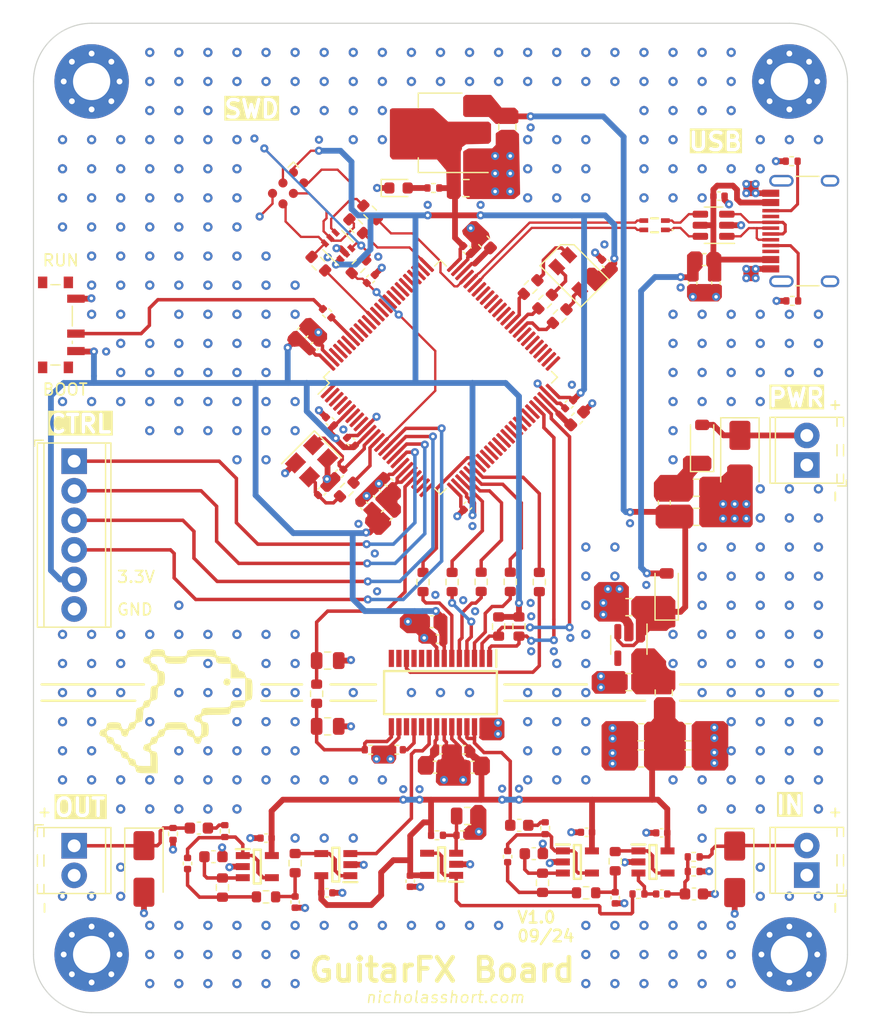
<source format=kicad_pcb>
(kicad_pcb (version 20221018) (generator pcbnew)
  (layers (0 "F.Cu" signal) (1 "In1.Cu" power) (2 "In2.Cu" power) (31 "B.Cu" signal) (34 "B.Paste" user) (35 "F.Paste" user) (36 "B.SilkS" user "B.Silkscreen") (37 "F.SilkS" user "F.Silkscreen") (38 "B.Mask" user) (39 "F.Mask" user) (44 "Edge.Cuts" user))
  (net 0 "")
  (net 1 "+5VA")
  (net 2 "GND")
  (net 3 "/Power/VCC_RP")
  (net 4 "/Power/VCC_FILT")
  (net 5 "+5V")
  (net 6 "+3.3V")
  (net 7 "VDDA")
  (net 8 "VBUS")
  (net 9 "VUSB_FILT")
  (net 10 "/MCU/HSE_IN")
  (net 11 "Net-(C315-Pad1)")
  (net 12 "/MCU/MCU_NRST")
  (net 13 "/MCU/MCU_VCAP1")
  (net 14 "/MCU/MCU_VCAP2")
  (net 15 "/Codec/IN_AA_BUFF_OUT")
  (net 16 "Net-(C401-Pad2)")
  (net 17 "/Codec/VREF")
  (net 18 "/Codec/IN_BUF_IN")
  (net 19 "/Codec/IN_RF")
  (net 20 "/Codec/CODEC_VIN")
  (net 21 "Net-(C407-Pad2)")
  (net 22 "Net-(C409-Pad1)")
  (net 23 "/Codec/IN_AA_BUFF_IN")
  (net 24 "/Codec/OUT_AA_BUFF_OUT")
  (net 25 "/Codec/AUDIO_VOUT")
  (net 26 "/Codec/OUT_AA_BUFF_IN")
  (net 27 "/Codec/AUDIO_VIN")
  (net 28 "/Codec/CODEC_VOUT")
  (net 29 "Net-(IC401-VOUTR+)")
  (net 30 "/Codec/IN_BUF_OUT")
  (net 31 "/Codec/OUT_BUF_OUT")
  (net 32 "Net-(C419-Pad2)")
  (net 33 "Net-(C422-Pad2)")
  (net 34 "Net-(C423-Pad1)")
  (net 35 "/Codec/CODEC_VCOM")
  (net 36 "VCC")
  (net 37 "/Power/R_LED")
  (net 38 "/MCU/NRST")
  (net 39 "/MCU/SWCLK")
  (net 40 "/MCU/SWDIO")
  (net 41 "/MCU/SWO")
  (net 42 "/MCU/LED_R")
  (net 43 "/MCU/LED_G")
  (net 44 "/MCU/LED_B")
  (net 45 "/MCU/USB_CMC_D-")
  (net 46 "/MCU/USB_CMC_D+")
  (net 47 "/MCU/USB_FS_D-")
  (net 48 "/MCU/USB_FS_D+")
  (net 49 "I2C1_SCL")
  (net 50 "I2C1_SDA")
  (net 51 "/Codec/CODEC_DOUT")
  (net 52 "/Codec/CODEC_LRCK1")
  (net 53 "/Codec/CODEC_BCK1")
  (net 54 "/Codec/CODEC_SCK1")
  (net 58 "/Codec/CODEC_DIN")
  (net 61 "CODEC_NRST")
  (net 64 "/MCU/USB_CON_CC1")
  (net 65 "/MCU/USB_CON_D+")
  (net 66 "/MCU/USB_CON_D-")
  (net 68 "/MCU/USB_CON_CC2")
  (net 70 "/MCU/ADC3_INP10")
  (net 71 "/MCU/ADC3_INP11")
  (net 72 "/MCU/ADC3_INP0")
  (net 73 "/MCU/ADC3_INP1")
  (net 74 "Net-(SW301-B)")
  (net 75 "/MCU/BOOT0")
  (net 76 "/MCU/HSE_OUT")
  (net 77 "/MCU/MCU_SWDIO")
  (net 78 "/MCU/MCU_SWCLK")
  (net 79 "/MCU/MCU_SWO")
  (net 80 "/MCU/TIM4_CH1")
  (net 81 "/MCU/TIM4_CH2")
  (net 82 "/MCU/TIM4_CH3")
  (net 83 "VCOM")
  (net 84 "I2S1_SDO")
  (net 85 "I2S1_WS")
  (net 86 "I2S1_CK")
  (net 87 "I2S1_MCK")
  (net 88 "I2S1_SDI")
  (net 150 "/Codec/NRST_FILT")
  (footprint "Resistor_SMD:R_0402_1005Metric" (layer "F.Cu") (at 144.39 72.65 180)
    (fp_text reference "R202" hide)
    (fp_text value "1k")
  )
  (footprint "Resistor_SMD:R_0603_1608Metric" (layer "F.Cu") (at 155.25 83.66 45)
    (fp_text reference "R309" hide)
    (fp_text value "325R (300R)")
  )
  (footprint "Crystal:Crystal_SMD_3225-4Pin_3.2x2.5mm" (layer "F.Cu") (at 133.910589 96.089411 -135)
    (fp_text reference "Y301" hide)
    (fp_text value "24MHz")
  )
  (footprint "Resistor_SMD:R_0603_1608Metric" (layer "F.Cu") (at 136.939447 98.552634 45)
    (fp_text reference "R302" hide)
    (fp_text value "0R")
  )
  (footprint "Resistor_SMD:R_0603_1608Metric" (layer "F.Cu") (at 132.5 130.65 -90)
    (fp_text reference "R421" hide)
    (fp_text value "8.2k")
  )
  (footprint "MountingHole:MountingHole_3.2mm_M3_Pad_Via" (layer "F.Cu") (at 175 63.5)
    (fp_text reference "H102" hide)
    (fp_text value "MountingHole_Pad")
  )
  (footprint "Resistor_SMD:R_0402_1005Metric" (layer "F.Cu") (at 166.775 131.365 180)
    (fp_text reference "R409" hide)
    (fp_text value "1M")
  )
  (footprint "Custom_Footprints_KiCAD7:LED_SMD_RGB_AAA3528LSEEZGKQBKS" (layer "F.Cu") (at 156.5 79.91 -135)
    (fp_text reference "D303" hide)
    (fp_text value "LED_RGBA")
  )
  (footprint "Resistor_SMD:R_0603_1608Metric" (layer "F.Cu") (at 154 82.41 45)
    (fp_text reference "R310" hide)
    (fp_text value "325R (300R)")
  )
  (footprint "Resistor_SMD:R_0402_1005Metric" (layer "F.Cu") (at 122 128.14 90)
    (fp_text reference "R427" hide)
    (fp_text value "10k")
  )
  (footprint "Resistor_SMD:R_0402_1005Metric" (layer "F.Cu") (at 135.25 83.41 -45)
    (fp_text reference "R301" hide)
    (fp_text value "10k")
  )
  (footprint "Capacitor_SMD:C_0805_2012Metric" (layer "F.Cu") (at 162.25 121.66 180)
    (fp_text reference "C203" hide)
    (fp_text value "47uF")
  )
  (footprint "Resistor_SMD:R_0603_1608Metric" (layer "F.Cu") (at 138.95 74.75 135)
    (fp_text reference "R305" hide)
    (fp_text value "0R")
  )
  (footprint "MountingHole:MountingHole_3.2mm_M3_Pad_Via" (layer "F.Cu") (at 175 138.5)
    (fp_text reference "H103" hide)
    (fp_text value "MountingHole_Pad")
  )
  (footprint "Diode_SMD:D_SOD-123" (layer "F.Cu") (at 164.45 107.41 90)
    (fp_text reference "D201" hide)
    (fp_text value "MBR0530")
  )
  (footprint "Resistor_SMD:R_0603_1608Metric" (layer "F.Cu") (at 153.775 132.34 90)
    (fp_text reference "R407" hide)
    (fp_text value "15k")
  )
  (footprint "Capacitor_SMD:C_0805_2012Metric" (layer "F.Cu") (at 167 100.9)
    (fp_text reference "C206" hide)
    (fp_text value "2.2uF")
  )
  (footprint "TerminalBlock_Phoenix:TerminalBlock_Phoenix_MPT-0,5-2-2.54_1x02_P2.54mm_Horizontal" (layer "F.Cu") (at 113.5 129.16 -90)
    (fp_text reference "J402" hide)
    (fp_text value "Screw_Terminal_01x02")
  )
  (footprint "Resistor_SMD:R_0402_1005Metric" (layer "F.Cu") (at 126.45 127.9 90)
    (fp_text reference "R425" hide)
    (fp_text value "100R")
  )
  (footprint "Resistor_SMD:R_0603_1608Metric" (layer "F.Cu") (at 134.35 116.1 -90)
    (fp_text reference "R411" hide)
    (fp_text value "5.1k")
  )
  (footprint "Resistor_SMD:R_0402_1005Metric" (layer "F.Cu") (at 175.25 82.35 180)
    (fp_text reference "R303" hide)
    (fp_text value "5.1k")
  )
  (footprint "Resistor_SMD:R_0402_1005Metric" (layer "F.Cu") (at 144.7 128.26)
    (fp_text reference "R401" hide)
    (fp_text value "1k")
  )
  (footprint "Inductor_SMD:L_0603_1608Metric" (layer "F.Cu") (at 167.6875 78.8 180)
    (fp_text reference "FB302" hide)
    (fp_text value "120R")
  )
  (footprint "Capacitor_SMD:C_0805_2012Metric" (layer "F.Cu") (at 147.34 126.6)
    (fp_text reference "C405" hide)
    (fp_text value "22u")
  )
  (footprint "Capacitor_SMD:C_0402_1005Metric" (layer "F.Cu") (at 144.75 111.41 180)
    (fp_text reference "C429" hide)
    (fp_text value "100n")
  )
  (footprint "Capacitor_SMD:C_0805_2012Metric" (layer "F.Cu") (at 166.3 119.41)
    (fp_text reference "C201" hide)
    (fp_text value "47uF")
  )
  (footprint "Capacitor_SMD:C_0805_2012Metric" (layer "F.Cu") (at 162.25 119.41 180)
    (fp_text reference "C204" hide)
    (fp_text value "47uF")
  )
  (footprint "Capacitor_SMD:C_0402_1005Metric" (layer "F.Cu") (at 132.5 134 -90)
    (fp_text reference "C423" hide)
    (fp_text value "1n")
  )
  (footprint "ACM2012-900-2P-TL002:ACM20129002PTL002" (layer "F.Cu") (at 163.4125 75.85 180)
    (fp_text reference "FL301" hide)
    (fp_text value "ACM2012-900-2P-TL002" hide)
  )
  (footprint "Inductor_SMD:L_0603_1608Metric" (layer "F.Cu") (at 164.25 99.6875 -90)
    (fp_text reference "FB201" hide)
    (fp_text value "120R")
  )
  (footprint "Resistor_SMD:R_0402_1005Metric" (layer "F.Cu") (at 139 120.91)
    (fp_text reference "R429" hide)
    (fp_text value "10k")
  )
  (footprint "TerminalBlock_Phoenix:TerminalBlock_Phoenix_MPT-0,5-6-2.54_1x06_P2.54mm_Horizontal" (layer "F.Cu") (at 113.5 96.12 -90)
    (fp_text reference "J303" hide)
    (fp_text value "Screw_Terminal_01x06")
  )
  (footprint "Diode_SMD:D_SMA" (layer "F.Cu") (at 170.3 131.1825 -90)
    (fp_text reference "D401" hide)
    (fp_text value "SMAJ15A")
  )
  (footprint "Resistor_SMD:R_0603_1608Metric" (layer "F.Cu") (at 157.525 133.2 180)
    (fp_text reference "R406" hide)
    (fp_text value "27k")
  )
  (footprint "Resistor_SMD:R_0603_1608Metric" (layer "F.Cu") (at 146 106.5 -90)
    (fp_text reference "R420" hide)
    (fp_text value "0R")
  )
  (footprint "Capacitor_SMD:C_0402_1005Metric" (layer "F.Cu") (at 130 128.5 180)
    (fp_text reference "C421" hide)
    (fp_text value "100n")
  )
  (footprint "MountingHole:MountingHole_3.2mm_M3_Pad_Via" (layer "F.Cu") (at 115 138.5)
    (fp_text reference "H104" hide)
    (fp_text value "MountingHole_Pad")
  )
  (footprint "Capacitor_SMD:C_0603_1608Metric" (layer "F.Cu") (at 153.025 129.84)
    (fp_text reference "C410" hide)
    (fp_text value "150p")
  )
  (footprint "Capacitor_SMD:C_0402_1005Metric" (layer "F.Cu") (at 139 80.465923 45)
    (fp_text reference "C316" hide)
    (fp_text value "100n")
  )
  (footprint "Resistor_SMD:R_0402_1005Metric" (layer "F.Cu") (at 166.775 130.115 180)
    (fp_text reference "R404" hide)
    (fp_text value "1k")
  )
  (footprint "PCM3060PWR:SOP65P640X120-28N" (layer "F.Cu") (at 145 116 -90)
    (fp_text reference "IC401" hide)
    (fp_text value "PCM3060PWR" hide)
  )
  (footprint "LOGO" (layer "F.Cu") (at 121.93642 120.422222)
    (fp_text reference "G***" hide)
    (fp_text value "LOGO" hide)
  )
  (footprint "Capacitor_SMD:C_0402_1005Metric" (layer "F.Cu") (at 123.25 130.68 -90)
    (fp_text reference "C419" hide)
    (fp_text value "1n")
  )
  (footprint "Capacitor_SMD:C_0402_1005Metric" (layer "F.Cu") (at 166.6875 80.8 -90)
    (fp_text reference "C312" hide)
    (fp_text value "100n")
  )
  (footprint "Capacitor_SMD:C_0603_1608Metric" (layer "F.Cu") (at 151.775 127.4)
    (fp_text reference "C407" hide)
    (fp_text value "4.7u")
  )
  (footprint "TLV9161IDBVR:SOT95P280X145-5N" (layer "F.Cu") (at 129.25 130.95)
    (fp_text reference "U407" hide)
    (fp_text value "TLV9161IDBVR" hide)
  )
  (footprint "Capacitor_SMD:C_0402_1005Metric" (layer "F.Cu") (at 134.810589 98.689411 45)
    (fp_text reference "C315" hide)
    (fp_text value "10p")
  )
  (footprint "Resistor_SMD:R_0603_1608Metric" (layer "F.Cu") (at 148.5 106.485 -90)
    (fp_text reference "R424" hide)
    (fp_text value "0R")
  )
  (footprint "Capacitor_SMD:C_0603_1608Metric" (layer "F.Cu") (at 166.8 133.3)
    (fp_text reference "C408" hide)
    (fp_text value "150p")
  )
  (footprint "Capacitor_SMD:C_0402_1005Metric" (layer "F.Cu") (at 168.95 73.35)
    (fp_text reference "C313" hide)
    (fp_text value "100n")
  )
  (footprint "Resistor_SMD:R_0603_1608Metric" (layer "F.Cu") (at 160.025 130.485 -90)
    (fp_text reference "R405" hide)
    (fp_text value "8.2k")
  )
  (footprint "Capacitor_SMD:C_0402_1005Metric" (layer "F.Cu") (at 145.025 120.91)
    (fp_text reference "C433" hide)
    (fp_text value "100n")
  )
  (footprint "Capacitor_SMD:C_0402_1005Metric" (layer "F.Cu") (at 168.6875 80.8 -90)
    (fp_text reference "C311" hide)
    (fp_text value "100n")
  )
  (footprint "Button_Switch_SMD:SW_SPDT_PCM12" (layer "F.Cu") (at 112.22 84.41 -90)
    (fp_text reference "SW301" hide)
    (fp_text value "SW_SPDT")
  )
  (footprint "Capacitor_SMD:C_0402_1005Metric" (layer "F.Cu") (at 157.555 128 180)
    (fp_text reference "C404" hide)
    (fp_text value "100n")
  )
  (footprint "Capacitor_SMD:C_0402_1005Metric" (layer "F.Cu") (at 150.775 130.09 -90)
    (fp_text reference "C401" hide)
    (fp_text value "1n")
  )
  (footprint "Capacitor_SMD:C_0402_1005Metric" (layer "F.Cu") (at 147.025 120.91 180)
    (fp_text reference "C431" hide)
    (fp_text value "100n")
  )
  (footprint "Resistor_SMD:R_0603_1608Metric" (layer "F.Cu") (at 130 133.55 180)
    (fp_text reference "R422" hide)
    (fp_text value "27k")
  )
  (footprint "Capacitor_SMD:C_0402_1005Metric" (layer "F.Cu") (at 147.3 77.975 -45)
    (fp_text reference "C304" hide)
    (fp_text value "100n")
  )
  (footprint "Capacitor_SMD:C_0603_1608Metric" (layer "F.Cu") (at 147.75 122.41 180)
    (fp_text reference "C430" hide)
    (fp_text value "10u")
  )
  (footprint "TerminalBlock_Phoenix:TerminalBlock_Phoenix_MPT-0,5-2-2.54_1x02_P2.54mm_Horizontal" (layer "F.Cu") (at 176.5 96.45 90)
    (fp_text reference "J202" hide)
    (fp_text value "Screw_Terminal_01x02")
  )
  (footprint "MountingHole:MountingHole_3.2mm_M3_Pad_Via" (layer "F.Cu") (at 115 63.5)
    (fp_text reference "H101" hide)
    (fp_text value "MountingHole_Pad")
  )
  (footprint "Capacitor_SMD:C_0603_1608Metric" (layer "F.Cu") (at 148.75 77.25 135)
    (fp_text reference "C319" hide)
    (fp_text value "2.2u")
  )
  (footprint "Resistor_SMD:R_0603_1608Metric" (layer "F.Cu") (at 153.5 106.5 -90)
    (fp_text reference "R428" hide)
    (fp_text value "0R")
  )
  (footprint "Capacitor_SMD:C_0603_1608Metric" (layer "F.Cu") (at 124.225 127.64)
    (fp_text reference "C422" hide)
    (fp_text value "4.7u")
  )
  (footprint "Resistor_SMD:R_0402_1005Metric" (layer "F.Cu") (at 175.2 70.35 180)
    (fp_text reference "R304" hide)
    (fp_text value "5.1k")
  )
  (footprint "TLV9161IDBVR:SOT95P280X145-5N" (layer "F.Cu") (at 145.1 130.75 180)
    (fp_text reference "U401" hide)
    (fp_text value "TLV9161IDBVR" hide)
  )
  (footprint "TerminalBlock_Phoenix:TerminalBlock_Phoenix_MPT-0,5-2-2.54_1x02_P2.54mm_Horizontal" (layer "F.Cu") (at 176.5 131.68 90)
    (fp_text reference "J401" hide)
    (fp_text value "Screw_Terminal_01x02")
  )
  (footprint "Resistor_SMD:R_0402_1005Metric" (layer "F.Cu") (at 146.89 128.26)
    (fp_text reference "R403" hide)
    (fp_text value "1k")
  )
  (footprint "Capacitor_SMD:C_0402_1005Metric" (layer "F.Cu") (at 135.23 133.2)
    (fp_text reference "C420" hide)
    (fp_text value "100n")
  )
  (footprint "Package_QFP:LQFP-100_14x14mm_P0.5mm" (layer "F.Cu") (at 145 88.91 45)
    (fp_text reference "U303")
    (fp_text value "STM32H723VGTx")
  )
  (footprint "Resistor_SMD:R_0603_1608Metric" (layer "F.Cu") (at 143.5 106.5 -90)
    (fp_text reference "R426" hide)
    (fp_text value "0R")
  )
  (footprint "Resistor_SMD:R_0805_2012Metric" (layer "F.Cu") (at 164.2 116 -90)
    (fp_text reference "R201" hide)
    (fp_text value "10R")
  )
  (footprint "TLV9161IDBVR:SOT95P280X145-5N" (layer "F.Cu") (at 163.275 130.55)
    (fp_text reference "U402" hide)
    (fp_text value "TLV9161IDBVR" hide)
  )
  (footprint "Capacitor_SMD:C_0402_1005Metric" (layer "F.Cu") (at 139.560589 98.910589 135)
    (fp_text reference "C309" hide)
    (fp_text value "100n")
  )
  (footprint "Capacitor_SMD:C_0603_1608Metric" (layer "F.Cu") (at 144.525 122.41)
    (fp_text reference "C432" hide)
    (fp_text value "10u")
  )
  (footprint "Resistor_SMD:R_0603_1608Metric" (layer "F.Cu") (at 151.75 110.325 -90)
    (fp_text reference "R417" hide)
    (fp_text value "10k")
  )
  (footprint "Resistor_SMD:R_0402_1005Metric" (layer "F.Cu") (at 162.025 133.3 180)
    (fp_text reference "R402" hide)
    (fp_text value "1M")
  )
  (footprint "TLV9161IDBVR:SOT95P280X145-5N" (layer "F.Cu") (at 136 130.78 180)
    (fp_text reference "U406" hide)
    (fp_text value "TLV9161IDBVR" hide)
  )
  (footprint "Resistor_SMD:R_0603_1608Metric" (layer "F.Cu") (at 137.750987 75.931115 135)
    (fp_text reference "R306" hide)
    (fp_text value "0R")
  )
  (footprint "Capacitor_SMD:C_0603_1608Metric" (layer "F.Cu") (at 156.75 92.45 45)
    (fp_text reference "C318" hide)
    (fp_text value "2.2u")
  )
  (footprint "TLV9161IDBVR:SOT95P280X145-5N" (layer "F.Cu") (at 156.775 130.55)
    (fp_text reference "U403" hide)
    (fp_text value "TLV9161IDBVR" hide)
  )
  (footprint "Capacitor_SMD:C_0402_1005Metric" (layer "F.Cu") (at 136.310589 97.189411 -135)
    (fp_text reference "C314" hide)
    (fp_text value "10p")
  )
  (footprint "Capacitor_SMD:C_0805_2012Metric" (layer "F.Cu") (at 135.3 113.25)
    (fp_text reference "C411" hide)
    (fp_text value "2.2uF")
  )
  (footprint "Package_TO_SOT_SMD:SOT-23-6" (layer "F.Cu") (at 168.4875 75.85 180)
    (fp_text reference "U301" hide)
    (fp_text value "USBLC6-2SC6")
  )
  (footprint "Resistor_SMD:R_0402_1005Metric" (layer "F.Cu") (at 154 127.65 90)
    (fp_text reference "R408" hide)
    (fp_text value "100R")
  )
  (footprint "Capacitor_SMD:C_0402_1005Metric" (layer "F.Cu") (at 135.5 92.7 135)
    (fp_text reference "C303" hide)
    (fp_text value "100n")
  )
  (footprint "Capacitor_SMD:C_0402_1005Metric" (layer "F.Cu") (at 137.3 94.45 135)
    (fp_text reference "C307" hide)
    (fp_text value "100n")
  )
  (footprint "Diode_SMD:D_SMA" (layer "F.Cu") (at 170.75 95.9 -90)
    (fp_text reference "D203" hide)
    (fp_text value "SMAJ15A")
  )
  (footprint "Capacitor_SMD:C_0402_1005Metric" (layer "F.Cu") (at 156.060589 91.239411 -135)
    (fp_text reference "C306" hide)
    (fp_text value "100n")
  )
  (footprint "Capacitor_SMD:C_0402_1005Metric" (layer "F.Cu") (at 159.25 79.16 135)
    (fp_text reference "C317" hide)
    (fp_text value "100n")
  )
  (footprint "Capacitor_SMD:C_0603_1608Metric" (layer "F.Cu") (at 144.25 109.91 180)
    (fp_text reference "C428" hide)
    (fp_text value "10u")
  )
  (footprint "Capacitor_SMD:C_0402_1005Metric" (layer "F.Cu") (at 164.025 133.3 180)
    (fp_text reference "C406" hide)
    (fp_text value "10n")
  )
  (footprint "Capacitor_SMD:C_0402_1005Metric" (layer "F.Cu") (at 160.025 133.63 -90)
    (fp_text reference "C409" hide)
    (fp_text value "1n")
  )
  (footprint "Package_TO_SOT_SMD:SOT-223-3_TabPin2" (layer "F.Cu") (at 145 67.91 180)
    (fp_text reference "U202" hide)
    (fp_text value "NCP1117-3.3_SOT223")
  )
  (footprint "Capacitor_SMD:C_0805_2012Metric" (layer "F.Cu") (at 167 98.4)
    (fp_text reference "C205" hide)
    (fp_text value "2.2uF")
  )
  (footprint "Resistor_SMD:R_0603_1608Metric" (layer "F.Cu") (at 151 106.485 -90)
    (fp_text reference "R419" hide)
    (fp_text value "0R")
  )
  (footprint "Capacitor_SMD:C_0805_2012Metric" (layer "F.Cu") (at 161.2 108.66 180)
    (fp_text reference "C207" hide)
    (fp_text value "2.2uF")
  )
  (footprint "Capacitor_SMD:C_0603_1608Metric" (layer "F.Cu") (at 125.475 130.1)
    (fp_text reference "C424" hide)
    (fp_text value "150p")
  )
  (footprint "Capacitor_SMD:C_0402_1005Metric" (layer "F.Cu") (at 134.2 86.25 45)
    (fp_text reference "C302" hide)
    (fp_text value "100n")
  )
  (footprint "Diode_SMD:D_SOD-123" (layer "F.Cu") (at 167.5 94.65 90)
    (fp_text reference "D202" hide)
    (fp_text value "MBR0530")
  )
  (footprint "Resistor_SMD:R_0402_1005Metric" (layer "F.Cu") (at 141.25 120.91 180)
    (fp_text reference "R410" hide)
    (fp_text value "100k")
  )
  (footprint "Connector:Tag-Connect_TC2030-IDC-FP_2x03_P1.27mm_Vertical" (layer "F.Cu") (at 131.902962 72.664936 -135)
    (fp_text reference "J302" hide)
    (fp_text value "Conn_ARM_SWD_TagConnect_TC2030")
  )
  (footprint "Package_TO_SOT_SMD:SOT-23-5" (layer "F.Cu") (at 161.2 111.91 -90)
    (fp_text reference "U201" hide)
    (fp_text value "NCP718xSN500")
  )
  (footprint "Connector_USB:USB_C_Receptacle_HRO_TYPE-C-31-M-12" (layer "F.Cu") (at 177.45 76.35 90)
    (fp_text reference "J301" hide)
    (fp_text value "USB_C_Receptacle_USB2.0")
  )
  (footprint "Capacitor_SMD:C_0402_1005Metric" (layer "F.Cu") (at 138.45 99.95 135)
    (fp_text reference "C310" hide)
    (fp_text value "100n")
  )
  (footprint "Diode_SMD:D_SMA" (layer "F.Cu") (at 119.5 131.15 -90)
    (fp_text reference "D403" hide)
    (fp_text value "SMAJ15A")
  )
  (footprint "Inductor_SMD:L_0603_1608Metric" (layer "F.Cu") (at 140.4 100.75 -135)
    (fp_text reference "FB301" hide)
    (fp_text value "120R")
  )
  (footprint "Capacitor_SMD:C_0402_1005Metric" (layer "F.Cu") (at 142.4 132.2 -90)
    (fp_text reference "C402" hide)
    (fp_text value "100n")
  )
  (footprint "Resistor_SMD:R_0603_1608Metric" (layer "F.Cu") (at 134.5 79.15 135)
    (fp_text reference "R307" hide)
    (fp_text value "0R")
  )
  (footprint "Capacitor_SMD:C_0805_2012Metric" (layer "F.Cu") (at 166.3 121.66)
    (fp_text reference "C202" hide)
    (fp_text value "47uF")
  )
  (footprint "Capacitor_SMD:C_0805_2012Metric" (layer "F.Cu") (at 147.2 72.66)
    (fp_text reference "C209" hide)
    (fp_text value "10uF")
  )
  (footprint "Capacitor_SMD:C_0402_1005Metric" (layer "F.Cu") (at 140.575 97.95 135)
    (fp_text reference "C308" hide)
    (fp_text value "100n")
  )
  (footprint "Resistor_SMD:R_0603_1608Metric" (layer "F.Cu") (at 137.949013 79.368885 45)
    (fp_text reference "R308" hide)
    (fp_text value "0R")
  )
  (footprint "Resistor_SMD:R_0603_1608Metric" (layer "F.Cu") (at 126.25 132.75 90)
    (fp_text reference "R423" hide)
    (fp_text value "15k")
  )
  (footprint "Package_TO_SOT_SMD:SOT-363_SC-70-6" (layer "F.Cu") (at 136.199013 77.618885 135)
    (fp_text reference "D302" hide)
    (fp_text value "PESD3V3L5UY")
  )
  (footprint "Capacitor_SMD:C_0402_1005Metric" (layer "F.Cu") (at 164.025 128.05 180)
    (fp_text reference "C403" hide)
    (fp_text value "100n")
  )
  (footprint "Capacitor_SMD:C_0805_2012Metric" (layer "F.Cu") (at 135.3 118.9)
    (fp_text reference "C412" hide)
    (fp_text value "2.2uF")
  )
  (footprint "Capacitor_SMD:C_0603_1608Metric" (layer "F.Cu") (at 133.135589 85.089411 45)
    (fp_text reference "C301" hide)
    (fp_text value "2.2u")
  )
  (footprint "Capacitor_SMD:C_0805_2012Metric" (layer "F.Cu") (at 161.2 115.1 180)
    (fp_text reference "C208" hide)
    (fp_text value "2.2uF")
  )
  (footprint "Capacitor_SMD:C_0805_2012Metric" (layer "F.Cu") (at 150.75 67.41 -90)
    (fp_text reference "C210" hide)
    (fp_text value "10uF")
  )
  (footprint "Resistor_SMD:R_0603_1608Metric" (layer "F.Cu") (at 152.75 81.16 45)
    (fp_text reference "R311" hide)
    (fp_text value "750R")
  )
  (footprint "Resistor_SMD:R_0603_1608Metric" (layer "F.Cu") (at 150 110.325 -90)
    (fp_text reference "R418" hide)
    (fp_text value "10k")
  )
  (footprint "LED_SMD:LED_0603_1608Metric" (layer "F.Cu") (at 141.39 72.65)
    (fp_text reference "D204" hide)
    (fp_text value "LED")
  )
  (footprint "Capacitor_SMD:C_0402_1005Metric" (layer "F.Cu") (at 147.35 99.95 -135)
    (fp_text reference "C305" hide)
    (fp_text value "100n")
  )
  (gr_line (start 110.95 134.85) (end 110.95 134.15) (stroke (width 0.15)) (layer "F.SilkS"))
  (gr_line (start 165.6 116.7) (end 179.2 116.7) (stroke (width 0.2)) (layer "F.SilkS"))
  (gr_line (start 110.95 126.65) (end 110.95 125.95) (stroke (width 0.15)) (layer "F.SilkS"))
  (gr_line (start 135.55 115.3) (end 139.45 115.3) (stroke (width 0.2)) (layer "F.SilkS"))
  (gr_line (start 178.95 99.5) (end 178.95 98.8) (stroke (width 0.15)) (layer "F.SilkS"))
  (gr_line (start 110.7 115.3) (end 119.5 115.3) (stroke (width 0.2)) (layer "F.SilkS"))
  (gr_line (start 135.55 116.7) (end 139.45 116.7) (stroke (width 0.2)) (layer "F.SilkS"))
  (gr_line (start 165.6 115.3) (end 179.2 115.3) (stroke (width 0.2)) (layer "F.SilkS"))
  (gr_line (start 178.95 91.65) (end 178.95 90.95) (stroke (width 0.15)) (layer "F.SilkS"))
  (gr_line (start 178.95 134.85) (end 178.95 134.15) (stroke (width 0.15)) (layer "F.SilkS"))
  (gr_line (start 110.7 116.7) (end 118.75 116.7) (stroke (width 0.2)) (layer "F.SilkS"))
  (gr_line (start 150.5 116.7) (end 162.6 116.7) (stroke (width 0.2)) (layer "F.SilkS"))
  (gr_line (start 178.95 126.65) (end 178.95 125.95) (stroke (width 0.15)) (layer "F.SilkS"))
  (gr_line (start 178.6 91.3) (end 179.3 91.3) (stroke (width 0.15)) (layer "F.SilkS"))
  (gr_line (start 150.5 115.3) (end 157.6 115.3) (stroke (width 0.2)) (layer "F.SilkS"))
  (gr_line (start 129.6 116.7) (end 133.1 116.7) (stroke (width 0.2)) (layer "F.SilkS"))
  (gr_line (start 110.6 126.3) (end 111.3 126.3) (stroke (width 0.15)) (layer "F.SilkS"))
  (gr_line (start 178.6 126.3) (end 179.3 126.3) (stroke (width 0.15)) (layer "F.SilkS"))
  (gr_line (start 129.6 115.3) (end 133.1 115.3) (stroke (width 0.2)) (layer "F.SilkS"))
  (gr_line (start 180 63.5) (end 180 138.5) (stroke (width 0.1)) (layer "Edge.Cuts"))
  (gr_arc (start 110 63.5) (mid 111.464466 59.964466) (end 115 58.5) (stroke (width 0.1)) (layer "Edge.Cuts"))
  (gr_line (start 110 138.5) (end 110 63.5) (stroke (width 0.1)) (layer "Edge.Cuts"))
  (gr_arc (start 180 138.5) (mid 178.535534 142.035534) (end 175 143.5) (stroke (width 0.1)) (layer "Edge.Cuts"))
  (gr_arc (start 175 58.5) (mid 178.535534 59.964466) (end 180 63.5) (stroke (width 0.1)) (layer "Edge.Cuts"))
  (gr_arc (start 115 143.5) (mid 111.464466 142.035534) (end 110 138.5) (stroke (width 0.1)) (layer "Edge.Cuts"))
  (gr_line (start 115 143.5) (end 175 143.5) (stroke (width 0.1)) (layer "Edge.Cuts"))
  (gr_line (start 115 58.5) (end 175 58.5) (stroke (width 0.1)) (layer "Edge.Cuts"))
  (gr_text "BOOT" (at 110.7 90.55) (layer "F.SilkS") (effects (font (size 1 1)) (justify left bottom)))
  (gr_text "PWR" (at 173.05 91.55) (layer "F.SilkS" knockout) (effects (font (size 1.5 1.5) (thickness 0.3) bold) (justify left bottom)))
  (gr_text "GND" (at 117.1 109.45) (layer "F.SilkS") (effects (font (size 1 1)) (justify left bottom)))
  (gr_text "OUT" (at 111.65 126.75) (layer "F.SilkS" knockout) (effects (font (size 1.5 1.5) (thickness 0.3) bold) (justify left bottom)))
  (gr_text "USB" (at 166.2 69.55) (layer "F.SilkS" knockout) (effects (font (size 1.5 1.5) (thickness 0.3) bold) (justify left bottom)))
  (gr_text "RUN" (at 110.7 79.45) (layer "F.SilkS") (effects (font (size 1 1)) (justify left bottom)))
  (gr_text "GuitarFX Board" (at 133.5 141) (layer "F.SilkS") (effects (font (size 2 2) (thickness 0.4) bold) (justify left bottom)))
  (gr_text "nicholasshort.com" (at 138.5 142.75) (layer "F.SilkS") (effects (font (size 1 1) (thickness 0.125) italic) (justify left bottom)))
  (gr_text "SWD" (at 126.25 66.75) (layer "F.SilkS" knockout) (effects (font (size 1.5 1.5) (thickness 0.3) bold) (justify left bottom)))
  (gr_text "V1.0\n09/24" (at 151.5 137.5) (layer "F.SilkS") (effects (font (size 1 1) (thickness 0.2) bold) (justify left bottom)))
  (gr_text "IN" (at 173.7 126.55) (layer "F.SilkS" knockout) (effects (font (size 1.5 1.5) (thickness 0.3) bold) (justify left bottom)))
  (gr_text "CTRL" (at 111.1 93.8) (layer "F.SilkS" knockout) (effects (font (size 1.5 1.5) (thickness 0.3) bold) (justify left bottom)))
  (gr_text "3.3V" (at 117.1 106.65) (layer "F.SilkS") (effects (font (size 1 1)) (justify left bottom)))
  (segment (start 143.85 131.7) (end 142.42 131.7) (width 0.5) (layer "F.Cu") (net 1))
  (segment (start 141.8005 125.2) (end 131.45 125.2) (width 0.5) (layer "F.Cu") (net 1))
  (segment (start 148.525 122.41) (end 148.525 125.175) (width 0.5) (layer "F.Cu") (net 1))
  (segment (start 163.2 121.66) (end 163.2 125.2) (width 0.5) (layer "F.Cu") (net 1))
  (segment (start 147.505 120.797894) (end 147.505 120.91) (width 0.3) (layer "F.Cu") (net 1))
  (segment (start 142.4 128.3) (end 142.4 130.4) (width 0.5) (layer "F.Cu") (net 1))
  (segment (start 139.05 134.25) (end 135.25 134.25) (width 0.5) (layer "F.Cu") (net 1))
  (segment (start 164.525 129.6) (end 164.525 128.07) (width 0.5) (layer "F.Cu") (net 1))
  (segment (start 134.75 131.73) (end 134.75 133.2) (width 0.5) (layer "F.Cu") (net 1))
  (segment (start 163.2 125.2) (end 163.705 125.2) (width 0.5) (layer "F.Cu") (net 1))
  (segment (start 158.05 125.2) (end 151.75 125.2) (width 0.5) (layer "F.Cu") (net 1))
  (segment (start 144.19 127.15) (end 143.55 127.15) (width 0.5) (layer "F.Cu") (net 1))
  (segment (start 134.75 133.75) (end 134.75 133.2) (width 0.5) (layer "F.Cu") (net 1))
  (segment (start 163.705 125.2) (end 164.505 126) (width 0.5) (layer "F.Cu") (net 1))
  (segment (start 144.19 127.15) (end 144.19 125.2) (width 0.5) (layer "F.Cu") (net 1))
  (segment (start 130.48 128.5) (end 130.48 129.98) (width 0.5) (layer "F.Cu") (net 1))
  (segment (start 142.4 130.4) (end 140.95 130.4) (width 0.5) (layer "F.Cu") (net 1))
  (segment (start 142.42 131.7) (end 142.4 131.72) (width 0.5) (layer "F.Cu") (net 1))
  (segment (start 135.25 134.25) (end 134.75 133.75) (width 0.5) (layer "F.Cu") (net 1))
  (segment (start 131.45 125.2) (end 130.48 126.17) (width 0.5) (layer "F.Cu") (net 1))
  (segment (start 140.95 130.4) (end 139.9 131.45) (width 0.5) (layer "F.Cu") (net 1))
  (segment (start 164.525 128.07) (end 164.505 128.05) (width 0.5) (layer "F.Cu") (net 1))
  (segment (start 139.9 133.4) (end 139.05 134.25) (width 0.5) (layer "F.Cu") (net 1))
  (segment (start 158.025 129.6) (end 158.025 128.01) (width 0.5) (layer "F.Cu") (net 1))
  (segment (start 146.625 119.917894) (end 147.505 120.797894) (width 0.3) (layer "F.Cu") (net 1))
  (segment (start 158.025 128.01) (end 158.035 128) (width 0.5) (layer "F.Cu") (net 1))
  (segment (start 144.19 125.2) (end 143.1995 125.2) (width 0.5) (layer "F.Cu") (net 1))
  (segment (start 130.48 129.98) (end 130.5 130) (width 0.5) (layer "F.Cu") (net 1))
  (segment (start 148.5 125.2) (end 144.19 125.2) (width 0.5) (layer "F.Cu") (net 1))
  (segment (start 144.19 128.26) (end 144.19 127.15) (width 0.5) (layer "F.Cu") (net 1))
  (segment (start 142.4 130.4) (end 142.4 131.72) (width 0.5) (layer "F.Cu") (net 1))
  (segment (start 143.55 127.15) (end 142.4 128.3) (width 0.5) (layer "F.Cu") (net 1))
  (segment (start 139.9 131.45) (end 139.9 133.4) (width 0.5) (layer "F.Cu") (net 1))
  (segment (start 150.3005 125.2) (end 148.5 125.2) (width 0.5) (layer "F.Cu") (net 1))
  (segment (start 130.48 126.17) (end 130.48 128.5) (width 0.5) (layer "F.Cu") (net 1))
  (segment (start 146.625 119.036) (end 146.625 119.917894) (width 0.3) (layer "F.Cu") (net 1))
  (segment (start 163.2 125.2) (end 158.05 125.2) (width 0.5) (layer "F.Cu") (net 1))
  (segment (start 158.035 125.215) (end 158.05 125.2) (width 0.5) (layer "F.Cu") (net 1))
  (segment (start 164.505 128.05) (end 164.505 126) (width 0.5) (layer "F.Cu") (net 1))
  (segment (start 148.525 125.175) (end 148.5 125.2) (width 0.5) (layer "F.Cu") (net 1))
  (segment (start 158.035 128) (end 158.035 125.215) (width 0.5) (layer "F.Cu") (net 1))
  (via (at 143.1995 125.2) (size 0.7) (drill 0.3) (layers "F.Cu" "B.Cu") (net 1))
  (via (at 151.75 125.2) (size 0.7) (drill 0.3) (layers "F.Cu" "B.Cu") (net 1))
  (via (at 141.8005 125.2) (size 0.7) (drill 0.3) (layers "F.Cu" "B.Cu") (net 1))
  (via (at 150.3005 125.2) (size 0.7) (drill 0.3) (layers "F.Cu" "B.Cu") (net 1))
  (segment (start 151.75 125.2) (end 150.3005 125.2) (width 0.5) (layer "B.Cu") (net 1))
  (segment (start 143.1995 125.2) (end 141.8005 125.2) (width 0.5) (layer "B.Cu") (net 1))
  (segment (start 157.298008 91.901992) (end 158.05 91.15) (width 0.5) (layer "F.Cu") (net 2))
  (segment (start 119.5 133.15) (end 119.5 134.95) (width 0.5) (layer "F.Cu") (net 2))
  (segment (start 170.3 133.1825) (end 170.3 135) (width 0.5) (layer "F.Cu") (net 2))
  (segment (start 146.537957 79.593868) (end 147.35 78.781825) (width 0.3) (layer "F.Cu") (net 2))
  (segment (start 126.25 129.330984) (end 126.222196 129.30318) (width 0.5) (layer "F.Cu") (net 2))
  (segment (start 142.4 132.68) (end 143.23 132.68) (width 0.5) (layer "F.Cu") (net 2))
  (segment (start 144.27 111.41) (end 144.27 111.7175) (width 0.3) (layer "F.Cu") (net 2))
  (segment (start 135.289447 97.602634) (end 135.239447 97.652634) (width 0.5) (layer "F.Cu") (net 2))
  (segment (start 160.8155 134.1) (end 160.035 134.1) (width 0.5) (layer "F.Cu") (net 2))
  (segment (start 153.8 129.84) (end 153.8 128.981257) (width 0.5) (layer "F.Cu") (net 2))
  (segment (start 137.875163 93.913516) (end 137.157662 93.913516) (width 0.3) (layer "F.Cu") (net 2))
  (segment (start 139.339411 80.110589) (end 139.95 79.5) (width 0.5) (layer "F.Cu") (net 2))
  (segment (start 144.27 111.7175) (end 144.675 112.1225) (width 0.3) (layer "F.Cu") (net 2))
  (segment (start 160.885 130.55) (end 160.85 130.585) (width 0.5) (layer "F.Cu") (net 2))
  (segment (start 140.596178 97.25) (end 140.235589 97.610589) (width 0.3) (layer "F.Cu") (net 2))
  (segment (start 145.325 119.036) (end 145.325 120.075) (width 0.3) (layer "F.Cu") (net 2))
  (segment (start 169.625 75.85) (end 170.85 75.85) (width 0.5) (layer "F.Cu") (net 2))
  (segment (start 171.3 72.3) (end 172.1 72.3) (width 0.5) (layer "F.Cu") (net 2))
  (segment (start 162.025 130.55) (end 160.885 130.55) (width 0.5) (layer "F.Cu") (net 2))
  (segment (start 153.35 89.481825) (end 153.35 89.45) (width 0.3) (layer "F.Cu") (net 2))
  (segment (start 146.184404 98.579685) (end 146.75 99.145281) (width 0.3) (layer "F.Cu") (net 2))
  (segment (start 147.35 78.603822) (end 147.639411 78.314411) (width 0.3) (layer "F.Cu") (net 2))
  (segment (start 113.65 82.16) (end 114.95 82.16) (width 0.5) (layer "F.Cu") (net 2))
  (segment (start 146.75 99.145281) (end 146.75 100.028822) (width 0.3) (layer "F.Cu") (net 2))
  (segment (start 160.035 134.1) (end 160.025 134.11) (width 0.5) (layer "F.Cu") (net 2))
  (segment (start 134.539411 85.910589) (end 134.560589 85.910589) (width 0.3) (layer "F.Cu") (net 2))
  (segment (start 154.504518 130.55) (end 154.40149 130.653028) (width 0.5) (layer "F.Cu") (net 2))
  (segment (start 168.085 131.365) (end 168.1 131.35) (width 0.5) (layer "F.Cu") (net 2))
  (segment (start 138.512295 93.276384) (end 137.875163 93.913516) (width 0.3) (layer "F.Cu") (net 2))
  (segment (start 172.1 79.6) (end 172.1 80.4) (width 0.5) (layer "F.Cu") (net 2))
  (segment (start 173.405 79.6) (end 171.3 79.6) (width 0.5) (layer "F.Cu") (net 2))
  (segment (start 136.25 118.9) (end 137.3 118.9) (width 0.5) (layer "F.Cu") (net 2))
  (segment (start 126.25 130.1) (end 126.25 129.330984) (width 0.5) (layer "F.Cu") (net 2))
  (segment (start 145.505 120.255) (end 145.505 120.91) (width 0.3) (layer "F.Cu") (net 2))
  (segment (start 169.43 73.35) (end 169.43 73.67195) (width 0.5) (layer "F.Cu") (net 2))
  (segment (start 172.1 79.6) (end 171.3 80.4) (width 0.5) (layer "F.Cu") (net 2))
  (segment (start 140.6025 72.65) (end 139.55 72.65) (width 0.5) (layer "F.Cu") (net 2))
  (segment (start 154.316132 90.447957) (end 153.35 89.481825) (width 0.3) (layer "F.Cu") (net 2))
  (segment (start 157.075 128) (end 156.25 128) (width 0.5) (layer "F.Cu") (net 2))
  (segment (start 136.406572 77.826444) (end 136.06 77.826444) (width 0.5) (layer "F.Cu") (net 2))
  (segment (start 140.74 120.91) (end 140.74 120.5585) (width 0.3) (layer "F.Cu") (net 2))
  (segment (start 141.694276 96.458365) (end 140.902639 97.25) (width 0.3) (layer "F.Cu") (net 2))
  (segment (start 126.9 130.95) (end 126.85 131) (width 0.5) (layer "F.Cu") (net 2))
  (segment (start 146.45 100.85) (end 147.010589 100.289411) (width 0.5) (layer "F.Cu") (net 2))
  (segment (start 163.545 128.05) (end 162.715 128.05) (width 0.5) (layer "F.Cu") (net 2))
  (segment (start 136.25 113.25) (end 137.25 113.25) (width 0.5) (layer "F.Cu") (net 2))
  (segment (start 171.3 80.4) (end 172.1 80.4) (width 0.5) (layer "F.Cu") (net 2))
  (segment (start 167.285 131.365) (end 168.085 131.365) (width 0.5) (layer "F.Cu") (net 2))
  (segment (start 128 130.95) (end 126.9 130.95) (width 0.5) (layer "F.Cu") (net 2))
  (segment (start 145.975 119.975) (end 146.545 120.545) (width 0.3) (layer "F.Cu") (net 2))
  (segment (start 114.95 82.16) (end 114.98 82.13) (width 0.5) (layer "F.Cu") (net 2))
  (segment (start 130.555924 73.113949) (end 130.555924 73.994076) (width 0.2) (layer "F.Cu") (net 2))
  (segment (start 140.74 120.5585) (end 141.425 119.8735) (width 0.3) (layer "F.Cu") (net 2))
  (segment (start 173.405 73.1) (end 171.3 73.1) (width 0.5) (layer "F.Cu") (net 2))
  (segment (start 137.25 113.25) (end 137.3 113.2) (width 0.5) (layer "F.Cu") (net 2))
  (segment (start 145.325 120.075) (end 145.505 120.255) (width 0.3) (layer "F.Cu") (net 2))
  (segment (start 137.157662 93.913516) (end 136.960589 94.110589) (width 0.3) (layer "F.Cu") (net 2))
  (segment (start 153.8 128.981257) (end 153.798034 128.979291) (width 0.5) (layer "F.Cu") (net 2))
  (segment (start 162.715 128.05) (end 162.7 128.035) (width 0.5) (layer "F.Cu") (net 2))
  (segment (start 134.85 86.2) (end 134.85 86.538173) (width 0.3) (layer "F.Cu") (net 2))
  (segment (start 133.33 134.48) (end 133.35 134.5) (width 0.5) (layer "F.Cu") (net 2))
  (segment (start 169.43 73.67195) (end 169.80855 74.0505) (width 0.5) (layer "F.Cu") (net 2))
  (segment (start 140.902639 97.25) (end 140.596178 97.25) (width 0.3) (layer "F.Cu") (net 2))
  (segment (start 146.35 130.75) (end 147.55 130.75) (width 0.5) (layer "F.Cu") (net 2))
  (segment (start 132.525893 96.266188) (end 131.639447 97.152634) (width 0.5) (layer "F.Cu") (net 2))
  (segment (start 139.488679 92.3) (end 139.5 92.3) (width 0.3) (layer "F.Cu") (net 2))
  (segment (start 143.23 132.68) (end 143.25 132.7) (width 0.5) (layer "F.Cu") (net 2))
  (segment (start 174.74 82.35) (end 173.9 82.35) (width 0.5) (layer "F.Cu") (net 2))
  (segment (start 146.545 120.545) (end 146.545 120.91) (width 0.3) (layer "F.Cu") (net 2))
  (segment (start 141.425 119.8735) (end 141.425 119.036) (width 0.3) (layer "F.Cu") (net 2))
  (segment (start 171.3 79.6) (end 171.3 80.4) (width 0.5) (layer "F.Cu") (net 2))
  (segment (start 134.85 86.538173) (end 135.683868 87.372043) (width 0.3) (layer "F.Cu") (net 2))
  (segment (start 139.339411 80.126512) (end 139.339411 80.110589) (width 0.5) (layer "F.Cu") (net 2))
  (segment (start 137.25 130.78) (end 138.38 130.78) (width 0.5) (layer "F.Cu") (net 2))
  (segment (start 155.292356 91.15) (end 155.721178 91.578822) (width 0.3) (layer "F.Cu") (net 2))
  (segment (start 155.525 130.55) (end 154.504518 130.55) (width 0.5) (layer "F.Cu") (net 2))
  (segment (start 130.555924 73.994076) (end 129.45 75.1) (width 0.2) (layer "F.Cu") (net 2))
  (segment (start 171.3 72.3) (end 172.1 73.1) (width 0.5) (layer "F.Cu") (net 2))
  (segment (start 135.160589 92.360589) (end 134.55 91.75) (width 0.5) (layer "F.Cu") (net 2))
  (segment (start 172.1 72.3) (end 172.1 73.1) (width 0.5) (layer "F.Cu") (net 2))
  (segment (start 174.69 70.35) (end 173.85 70.35) (width 0.5) (layer "F.Cu") (net 2))
  (segment (start 135.289447 95.912634) (end 135.289447 97.602634) (width 0.5) (layer "F.Cu") (net 2))
  (segment (start 138.512295 93.276384) (end 139.488679 92.3) (width 0.3) (layer "F.Cu") (net 2))
  (segment (start 135.71 133.2) (end 136.56 133.2) (width 0.5) (layer "F.Cu") (net 2))
  (segment (start 171.3 79.6) (end 172.1 80.4) (width 0.5) (layer "F.Cu") (net 2))
  (segment (start 134.560589 85.910589) (end 134.85 86.2) (width 0.3) (layer "F.Cu") (net 2))
  (segment (start 167.575 133.3) (end 168.6 133.3) (width 0.5) (layer "F.Cu") (net 2))
  (segment (start 172.1 72.3) (end 171.3 73.1) (width 0.5) (layer "F.Cu") (net 2))
  (segment (start 158.910589 78.810589) (end 158.3 78.2) (width 0.5) (layer "F.Cu") (net 2))
  (segment (start 132.5 134.48) (end 133.33 134.48) (width 0.5) (layer "F.Cu") (net 2))
  (segment (start 155.018175 91.15) (end 155.292356 91.15) (width 0.3) (layer "F.Cu") (net 2))
  (segment (start 154.316132 90.447957) (end 155.018175 91.15) (width 0.3) (layer "F.Cu") (net 2))
  (segment (start 144.675 112.1225) (end 144.675 113.16) (width 0.3) (layer "F.Cu") (net 2))
  (segment (start 158.910589 78.820589) (end 158.910589 78.810589) (width 0.5) (layer "F.Cu") (net 2))
  (segment (start 129.52 128.5) (end 128.65 128.5) (width 0.5) (layer "F.Cu") (net 2))
  (segment (start 136.870764 78.290636) (end 136.406572 77.826444) (width 0.5) (layer "F.Cu") (net 2))
  (segment (start 122 128.65) (end 122 129.49) (width 0.5) (layer "F.Cu") (net 2))
  (segment (start 145.975 119.036) (end 145.975 119.975) (width 0.3) (layer "F.Cu") (net 2))
  (segment (start 171.3 72.3) (end 171.3 73.1) (width 0.5) (layer "F.Cu") (net 2))
  (segment (start 146.75 100.028822) (end 147.010589 100.289411) (width 0.3) (layer "F.Cu") (net 2))
  (segment (start 147.35 78.781825) (end 147.35 78.603822) (width 0.3) (layer "F.Cu") (net 2))
  (segment (start 132.531731 96.266188) (end 132.525893 96.266188) (width 0.5) (layer "F.Cu") (net 2))
  (via (at 162.5 73.5) (size 0.8) (drill 0.4) (layers "F.Cu" "B.Cu") (net 2))
  (via (at 152.75 67.45) (size 0.7) (drill 0.3) (layers "F.Cu" "B.Cu") (net 2))
  (via (at 170 71) (size 0.8) (drill 0.4) (layers "F.Cu" "B.Cu") (net 2))
  (via (at 172.5 131) (size 0.8) (drill 0.4) (layers "F.Cu" "B.Cu") (net 2))
  (via (at 172.1 80.4) (size 0.7) (drill 0.3) (layers "F.Cu" "B.Cu") (net 2))
  (via (at 135 136) (size 0.8) (drill 0.4) (layers "F.Cu" "B.Cu") (net 2))
  (via (at 162.5 136) (size 0.8) (drill 0.4) (layers "F.Cu" "B.Cu") (net 2))
  (via (at 125 73.5) (size 0.8) (drill 0.4) (layers "F.Cu" "B.Cu") (net 2))
  (via (at 143.9 74.1) (size 0.7) (drill 0.3) (layers "F.Cu" "B.Cu") (net 2))
  (via (at 160 103.5) (size 0.8) (drill 0.4) (layers "F.Cu" "B.Cu") (net 2))
  (via (at 167.5 88.5) (size 0.8) (drill 0.4) (layers "F.Cu" "B.Cu") (net 2))
  (via (at 165 91) (size 0.8) (drill 0.4) (layers "F.Cu" "B.Cu") (net 2))
  (via (at 170 123.5) (size 0.8) (drill 0.4) (layers "F.Cu" "B.Cu") (net 2))
  (via (at 139.55 107.3) (size 0.7) (drill 0.3) (layers "F.Cu" "B.Cu") (net 2))
  (via (at 157.5 121) (size 0.8) (drill 0.4) (layers "F.Cu" "B.Cu") (net 2))
  (via (at 112.5 121) (size 0.8) (drill 0.4) (layers "F.Cu" "B.Cu") (net 2))
  (via (at 167.5 61) (size 0.8) (drill 0.4) (layers "F.Cu" "B.Cu") (net 2))
  (via (at 132.5 128.5) (size 0.8) (drill 0.4) (layers "F.Cu" "B.Cu") (net 2))
  (via (at 177.5 113.5) (size 0.8) (drill 0.4) (layers "F.Cu" "B.Cu") (net 2))
  (via (at 117.5 113.5) (size 0.8) (drill 0.4) (layers "F.Cu" "B.Cu") (net 2))
  (via (at 152.5 68.5) (size 0.8) (drill 0.4) (layers "F.Cu" "B.Cu") (net 2))
  (via (at 155 118.5) (size 0.8) (drill 0.4) (layers "F.Cu" "B.Cu") (net 2))
  (via (at 170 103.5) (size 0.8) (drill 0.4) (layers "F.Cu" "B.Cu") (net 2))
  (via (at 139.35 104.05) (size 0.7) (drill 0.3) (layers "F.Cu" "B.Cu") (net 2))
  (via (at 155 63.5) (size 0.8) (drill 0.4) (layers "F.Cu" "B.Cu") (net 2))
  (via (at 140 68.5) (size 0.8) (drill 0.4) (layers "F.Cu" "B.Cu") (net 2))
  (via (at 117.5 86) (size 0.8) (drill 0.4) (layers "F.Cu" "B.Cu") (net 2))
  (via (at 112.5 118.5) (size 0.8) (drill 0.4) (layers "F.Cu" "B.Cu") (net 2))
  (via (at 120 71) (size 0.8) (drill 0.4) (layers "F.Cu" "B.Cu") (net 2))
  (via (at 152.5 116) (size 0.8) (drill 0.4) (layers "F.Cu" "B.Cu") (net 2))
  (via (at 172.5 68.5) (size 0.8) (drill 0.4) (layers "F.Cu" "B.Cu") (net 2))
  (via (at 137.3 113.2) (size 0.7) (drill 0.3) (layers "F.Cu" "B.Cu") (net 2))
  (via (at 177.5 123.5) (size 0.8) (drill 0.4) (layers "F.Cu" "B.Cu") (net 2))
  (via (at 165 63.5) (size 0.8) (drill 0.4) (layers "F.Cu" "B.Cu") (net 2))
  (via (at 125 123.5) (size 0.8) (drill 0.4) (layers "F.Cu" "B.Cu") (net 2))
  (via (at 125 136) (size 0.8) (drill 0.4) (layers "F.Cu" "B.Cu") (net 2))
  (via (at 122.5 83.5) (size 0.8) (drill 0.4) (layers "F.Cu" "B.Cu") (net 2))
  (via (at 157.5 118.5) (size 0.8) (drill 0.4) (layers "F.Cu" "B.Cu") (net 2))
  (via (at 172.5 83.5) (size 0.8) (drill 0.4) (layers "F.Cu" "B.Cu") (net 2))
  (via (at 120 93.5) (size 0.8) (drill 0.4) (layers "F.Cu" "B.Cu") (net 2))
  (via (at 177.5 111) (size 0.8) (drill 0.4) (layers "F.Cu" "B.Cu") (net 2))
  (via (at 122.5 141) (size 0.8) (drill 0.4) (layers "F.Cu" "B.Cu") (net 2))
  (via (at 143.2 124.3) (size 0.7) (drill 0.3) (layers "F.Cu" "B.Cu") (net 2))
  (via (at 125 113.5) (size 0.8) (drill 0.4) (layers "F.Cu" "B.Cu") (net 2))
  (via (at 147.55 130.75) (size 0.7) (drill 0.3) (layers "F.Cu" "B.Cu") (net 2))
  (via (at 165 141) (size 0.8) (drill 0.4) (layers "F.Cu" "B.Cu") (net 2))
  (via (at 122.5 138.5) (size 0.8) (drill 0.4) (layers "F.Cu" "B.Cu") (net 2))
  (via (at 127.5 81) (size 0.8) (drill 0.4) (layers "F.Cu" "B.Cu") (net 2))
  (via (at 115 113.5) (size 0.8) (drill 0.4) (layers "F.Cu" "B.Cu") (net 2))
  (via (at 132.5 81) (size 0.8) (drill 0.4) (layers "F.Cu" "B.Cu") (net 2))
  (via (at 117.5 123.5) (size 0.8) (drill 0.4) (layers "F.Cu" "B.Cu") (net 2))
  (via (at 152.5 71) (size 0.8) (drill 0.4) (layers "F.Cu" "B.Cu") (net 2))
  (via (at 173.9 82.35) (size 0.7) (drill 0.3) (layers "F.Cu" "B.Cu") (net 2))
  (via (at 172.5 101) (size 0.8) (drill 0.4) (layers "F.Cu" "B.Cu") (net 2))
  (via (at 172.5 88.5) (size 0.8) (drill 0.4) (layers "F.Cu" "B.Cu") (net 2))
  (via (at 125 111) (size 0.8) (drill 0.4) (layers "F.Cu" "B.Cu") (net 2))
  (via (at 152.5 61) (size 0.8) (drill 0.4) (layers "F.Cu" "B.Cu") (net 2))
  (via (at 170 108.5) (size 0.8) (drill 0.4) (layers "F.Cu" "B.Cu") (net 2))
  (via (at 159.8 119.05) (size 0.7) (drill 0.3) (layers "F.Cu" "B.Cu") (net 2))
  (via (at 145 61) (size 0.8) (drill 0.4) (layers "F.Cu" "B.Cu") (net 2))
  (via (at 167.5 123.5) (size 0.8) (drill 0.4) (layers "F.Cu" "B.Cu") (net 2))
  (via (at 170 83.5) (size 0.8) (drill 0.4) (layers "F.Cu" "B.Cu") (net 2))
  (via (at 159.1 77.5) (size 0.7) (drill 0.3) (layers "F.Cu" "B.Cu") (net 2))
  (via (at 132.5 138.5) (size 0.8) (drill 0.4) (layers "F.Cu" "B.Cu") (net 2))
  (via (at 122.5 126) (size 0.8) (drill 0.4) (layers "F.Cu" "B.Cu") (net 2))
  (via (at 162.7 106.75) (size 0.7) (drill 0.3) (layers "F.Cu" "B.Cu") (net 2))
  (via (at 175 98.5) (size 0.8) (drill 0.4) (layers "F.Cu" "B.Cu") (net 2))
  (via (at 157.5 68.5) (size 0.8) (drill 0.4) (layers "F.Cu" "B.Cu") (net 2))
  (via (at 120 136) (size 0.8) (drill 0.4) (layers "F.Cu" "B.Cu") (net 2))
  (via (at 160.8155 134.1) (size 0.7) (drill 0.3) (layers "F.Cu" "B.Cu") (net 2))
  (via (at 133.35 134.5) (size 0.7) (drill 0.3) (layers "F.Cu" "B.Cu") (net 2))
  (via (at 172.5 116) (size 0.8) (drill 0.4) (layers "F.Cu" "B.Cu") (net 2))
  (via (at 122.5 71) (size 0.8) (drill 0.4) (layers "F.Cu" "B.Cu") (net 2))
  (via (at 165.65 81.2) (size 0.7) (drill 0.3) (layers "F.Cu" "B.Cu") (net 2))
  (via (at 132.5 123.5) (size 0.8) (drill 0.4) (layers "F.Cu" "B.Cu") (net 2))
  (via (at 172.1 72.3) (size 0.7) (drill 0.3) (layers "F.Cu" "B.Cu") (net 2))
  (via (at 167.5 91) (size 0.8) (drill 0.4) (layers "F.Cu" "B.Cu") (net 2))
  (via (at 159.8 122.1) (size 0.7) (drill 0.3) (layers "F.Cu" "B.Cu") (net 2))
  (via (at 172.5 133.5) (size 0.8) (drill 0.4) (layers "F.Cu" "B.Cu") (net 2))
  (via (at 169.3 99.8) (size 0.7) (drill 0.3) (layers "F.Cu" "B.Cu") (net 2))
  (via (at 148.3 127.95) (size 0.7) (drill 0.3) (layers "F.Cu" "B.Cu") (net 2))
  (via (at 167.5 126) (size 0.8) (drill 0.4) (layers "F.Cu" "B.Cu") (net 2))
  (via (at 162.5 63.5) (size 0.8) (drill 0.4) (layers "F.Cu" "B.Cu") (net 2))
  (via (at 149.7 71.4) (size 0.7) (drill 0.3) (layers "F.Cu" "B.Cu") (net 2))
  (via (at 156.168989 111.296853) (size 0.7) (drill 0.3) (layers "F.Cu" "B.Cu") (net 2))
  (via (at 120 73.5) (size 0.8) (drill 0.4) (layers "F.Cu" "B.Cu") (net 2))
  (via (at 175 113.5) (size 0.8) (drill 0.4) (layers "F.Cu" "B.Cu") (net 2))
  (via (at 157.5 138.5) (size 0.8) (drill 0.4) (layers "F.Cu" "B.Cu") (net 2))
  (via (at 120 118.5) (size 0.8) (drill 0.4) (layers "F.Cu" "B.Cu") (net 2))
  (via (at 122.5 123.5) (size 0.8) (drill 0.4) (layers "F.Cu" "B.Cu") (net 2))
  (via (at 112.5 91) (size 0.8) (drill 0.4) (layers "F.Cu" "B.Cu") (net 2))
  (via (at 146.95 123.5) (size 0.7) (drill 0.3) (layers "F.Cu" "B.Cu") (net 2))
  (via (at 168.55 119) (size 0.7) (drill 0.3) (layers "F.Cu" "B.Cu") (net 2))
  (via (at 167.5 141) (size 0.8) (drill 0.4) (layers "F.Cu" "B.Cu") (net 2))
  (via (at 137.5 63.5) (size 0.8) (drill 0.4) (layers "F.Cu" "B.Cu") (net 2))
  (via (at 125 61) (size 0.8) (drill 0.4) (layers "F.Cu" "B.Cu") (net 2))
  (via (at 137.5 136) (size 0.8) (drill 0.4) (layers "F.Cu" "B.Cu") (net 2))
  (via (at 171.3 73.1) (size 0.7) (drill 0.3) (layers "F.Cu" "B.Cu") (net 2))
  (via (at 125 63.5) (size 0.8) (drill 0.4) (layers "F.Cu" "B.Cu") (net 2))
  (via (at 115 118.5) (size 0.8) (drill 0.4) (layers "F.Cu" "B.Cu") (net 2))
  (via (at 150 63.5) (size 0.8) (drill 0.4) (layers "F.Cu" "B.Cu") (net 2))
  (via (at 162.5 66) (size 0.8) (drill 0.4) (layers "F.Cu" "B.Cu") (net 2))
  (via (at 152.5 121) (size 0.8) (drill 0.4) (layers "F.Cu" "B.Cu") (net 2))
  (via (at 167.5 71) (size 0.8) (drill 0.4) (layers "F.Cu" "B.Cu") (net 2))
  (via (at 177.5 88.5) (size 0.8) (drill 0.4) (layers "F.Cu" "B.Cu") (net 2))
  (via (at 172.5 123.5) (size 0.8) (drill 0.4) (layers "F.Cu" "B.Cu") (net 2))
  (via (at 170.85 75.85) (size 0.7) (drill 0.3) (layers "F.Cu" "B.Cu") (net 2))
  (via (at 157.5 123.5) (size 0.8) (drill 0.4) (layers "F.Cu" "B.Cu") (net 2))
  (via (at 144.561902 107.603815) (size 0.7) (drill 0.3) (layers "F.Cu" "B.Cu") (net 2))
  (via (at 165 71) (size 0.8) (drill 0.4) (layers "F.Cu" "B.Cu") (net 2))
  (via (at 137.5 61) (size 0.8) (drill 0.4) (layers "F.Cu" "B.Cu") (net 2))
  (via (at 177.5 121) (size 0.8) (drill 0.4) (layers "F.Cu" "B.Cu") (net 2))
  (via (at 170 111) (size 0.8) (drill 0.4) (layers "F.Cu" "B.Cu") (net 2))
  (via (at 177.5 126) (size 0.8) (drill 0.4) (layers "F.Cu" "B.Cu") (net 2))
  (via (at 127.5 121) (size 0.8) (drill 0.4) (layers "F.Cu" "B.Cu") (net 2))
  (via (at 130 138.5) (size 0.8) (drill 0.4) (layers "F.Cu" "B.Cu") (net 2))
  (via (at 142.2 109.9) (size 0.7) (drill 0.3) (layers "F.Cu" "B.Cu") (net 2))
  (via (at 177.5 133.5) (size 0.8) (drill 0.4) (layers "F.Cu" "B.Cu") (net 2))
  (via (at 175 83.5) (size 0.8) (drill 0.4) (layers "F.Cu" "B.Cu") (net 2))
  (via (at 142.5 136) (size 0.8) (drill 0.4) (layers "F.Cu" "B.Cu") (net 2))
  (via (at 117.5 78.5) (size 0.8) (drill 0.4) (layers "F.Cu" "B.Cu") (net 2))
  (via (at 155 68.5) (size 0.8) (drill 0.4) (layers "F.Cu" "B.Cu") (net 2))
  (via (at 130 113.5) (size 0.8) (drill 0.4) (layers "F.Cu" "B.Cu") (net 2))
  (via (at 139.7 98.05) (size 0.7) (drill 0.3) (layers "F.Cu" "B.Cu") (net 2))
  (via (at 165 61) (size 0.8) (drill 0.4) (layers "F.Cu" "B.Cu") (net 2))
  (via (at 172.5 71) (size 0.8) (drill 0.4) (layers "F.Cu" "B.Cu") (net 2))
  (via (at 165 136) (size 0.8) (drill 0.4) (layers "F.Cu" "B.Cu") (net 2))
  (via (at 172.5 121) (size 0.8) (drill 0.4) (layers "F.Cu" "B.Cu") (net 2))
  (via (at 120 76) (size 0.8) (drill 0.4) (layers "F.Cu" "B.Cu") (net 2))
  (via (at 139.5 121.7) (size 0.7) (drill 0.3) (layers "F.Cu" "B.Cu") (net 2))
  (via (at 152.75 108.3) (size 0.7) (drill 0.3) (layers "F.Cu" "B.Cu") (net 2))
  (via (at 165 86) (size 0.8) (drill 0.4) (layers "F.Cu" "B.Cu") (net 2))
  (via (at 148.45 74.1) (size 0.7) (drill 0.3) (layers "F.Cu" "B.Cu") (net 2))
  (via (at 167.5 136) (size 0.8) (drill 0.4) (layers "F.Cu" "B.Cu") (net 2))
  (via (at 177.5 83.5) (size 0.8) (drill 0.4) (layers "F.Cu" "B.Cu") (net 2))
  (via (at 125 81) (size 0.8) (drill 0.4) (layers "F.Cu" "B.Cu") (net 2))
  (via (at 155 73.5) (size 0.8) (drill 0.4) (layers "F.Cu" "B.Cu") (net 2))
  (via (at 132.5 113.5) (size 0.8) (drill 0.4) (layers "F.Cu" "B.Cu") (net 2))
  (via (at 147.5 63.5) (size 0.8) (drill 0.4) (layers "F.Cu" "B.Cu") (net 2))
  (via (at 167.5 113.5) (size 0.8) (drill 0.4) (layers "F.Cu" "B.Cu") (net 2))
  (via (at 152.803815 109.45) (size 0.7) (drill 0.3) (layers "F.Cu" "B.Cu") (net 2))
  (via (at 130 61) (size 0.8) (drill 0.4) (layers "F.Cu" "B.Cu") (net 2))
  (via (at 130 81) (size 0.8) (drill 0.4) (layers "F.Cu" "B.Cu") (net 2))
  (via (at 130 63.5) (size 0.8) (drill 0.4) (layers "F.Cu" "B.Cu") (net 2))
  (via (at 127.5 136) (size 0.8) (drill 0.4) (layers "F.Cu" "B.Cu") (net 2))
  (via (at 116.25 86.7) (size 0.7) (drill 0.3) (layers "F.Cu" "B.Cu") (net 2))
  (via (at 170.3 135) (size 0.7) (drill 0.3) (layers "F.Cu" "B.Cu") (net 2))
  (via (at 175 133.5) (size 0.8) (drill 0.4) (layers "F.Cu" "B.Cu") (net 2))
  (via (at 170 121) (size 0.8) (drill 0.4) (layers "F.Cu" "B.Cu") (net 2))
  (via (at 115 83.5) (size 0.8) (drill 0.4) (layers "F.Cu" "B.Cu") (net 2))
  (via (at 167.5 86) (size 0.8) (drill 0.4) (layers "F.Cu" "B.Cu") (net 2))
  (via (at 162.5 61) (size 0.8) (drill 0.4) (layers "F.Cu" "B.Cu") (net 2))
  (via (at 155 71) (size 0.8) (drill 0.4) (layers "F.Cu" "B.Cu") (net 2))
  (via (at 150.3 124.25) (size 0.7) (drill 0.3) (layers "F.Cu" "B.Cu") (net 2))
  (via (at 151 72.95) (size 0.7) (drill 0.3) (layers "F.Cu" "B.Cu") (net 2))
  (via (at 159.4 107.1) (size 0.7) (drill 0.3) (layers "F.Cu" "B.Cu") (net 2))
  (via (at 120 88.5) (size 0.8) (drill 0.4) (layers "F.Cu" "B.Cu") (net 2))
  (via (at 120 81) (size 0.8) (drill 0.4) (layers "F.Cu" "B.Cu") (net 2))
  (via (at 112.5 76) (size 0.8) (drill 0.4) (layers "F.Cu" "B.Cu") (net 2))
  (via (at 177.5 103.5) (size 0.8) (drill 0.4) (layers "F.Cu" "B.Cu") (net 2))
  (via (at 171.3 79.6) (size 0.7) (drill 0.3) (layers "F.Cu" "B.Cu") (net 2))
  (via (at 139.65 78.55) (size 0.7) (drill 0.3) (layers "F.Cu" "B.Cu") (net 2))
  (via (at 127.5 93.5) (size 0.8) (drill 0.4) (layers "F.Cu" "B.Cu") (net 2))
  (via (at 127.5 76) (size 0.8) (drill 0.4) (layers "F.Cu" "B.Cu") (net 2))
  (via (at 135 128.5) (size 0.8) (drill 0.4) (layers "F.Cu" "B.Cu") (net 2))
  (via (at 137.5 68.5) (size 0.8) (drill 0.4) (layers "F.Cu" "B.Cu") (net 2))
  (via (at 135 63.5) (size 0.8) (drill 0.4) (layers "F.Cu" "B.Cu") (net 2))
  (via (at 160 63.5) (size 0.8) (drill 0.4) (layers "F.Cu" "B.Cu") (net 2))
  (via (at 158.8 115.55) (size 0.7) (drill 0.3) (layers "F.Cu" "B.Cu") (net 2))
  (via (at 120 91) (size 0.8) (drill 0.4) (layers "F.Cu" "B.Cu") (net 2))
  (via (at 136.56 133.2) (size 0.7) (drill 0.3) (layers "F.Cu" "B.Cu") (net 2))
  (via (at 162.5 68.5) (size 0.8) (drill 0.4) (layers "F.Cu" "B.Cu") (net 2))
  (via (at 132.5 61) (size 0.8) (drill 0.4) (layers "F.Cu" "B.Cu") (net 2))
  (via (at 135 123.5) (size 0.8) (drill 0.4) (layers "F.Cu" "B.Cu") (net 2))
  (via (at 125 66) (size 0.8) (drill 0.4) (layers "F.Cu" "B.Cu") (net 2))
  (via (at 157.5 111) (size 0.8) (drill 0.4) (layers "F.Cu" "B.Cu") (net 2))
  (via (at 168.1 131.35) (size 0.7) (drill 0.3) (layers "F.Cu" "B.Cu") (net 2))
  (via (at 167.5 66) (size 0.8) (drill 0.4) (layers "F.Cu" "B.Cu") (net 2))
  (via (at 130 111) (size 0.8) (drill 0.4) (layers "F.Cu" "B.Cu") (net 2))
  (via (at 130 93.5) (size 0.8) (drill 0.4) (layers "F.Cu" "B.Cu") (net 2))
  (via (at 147.75 101.7) (size 0.7) (drill 0.3) (layers "F.Cu" "B.Cu") (net 2))
  (via (at 149.95 119.55) (size 0.7) (drill 0.3) (layers "F.Cu" "B.Cu") (net 2))
  (via (at 157.5 73.5) (size 0.8) (drill 0.4) (layers "F.Cu" "B.Cu") (net 2))
  (via (at 168.55 121.15) (size 0.7) (drill 0.3) (layers "F.Cu" "B.Cu") (net 2))
  (via (at 117.5 76) (size 0.8) (drill 0.4) (layers "F.Cu" "B.Cu") (net 2))
  (via (at 157.5 136) (size 0.8) (drill 0.4) (layers "F.Cu" "B.Cu") (net 2))
  (via (at 157.5 141) (size 0.8) (drill 0.4) (layers "F.Cu" "B.Cu") (net 2))
  (via (at 132.5 111) (size 0.8) (drill 0.4) (layers "F.Cu" "B.Cu") (net 2))
  (via (at 167.5 103.5) (size 0.8) (drill 0.4) (layers "F.Cu" "B.Cu") (net 2))
  (via (at 165 73.5) (size 0.8) (drill 0.4) (layers "F.Cu" "B.Cu") (net 2))
  (via (at 140 66) (size 0.8) (drill 0.4) (layers "F.Cu" "B.Cu") (net 2))
  (via (at 127.5 118.5) (size 0.8) (drill 0.4) (layers "F.Cu" "B.Cu") (net 2))
  (via (at 149.7 72.95) (size 0.7) (drill 0.3) (layers "F.Cu" "B.Cu") (net 2))
  (via (at 160 136) (size 0.8) (drill 0.4) (layers "F.Cu" "B.Cu") (net 2))
  (via (at 167.5 116) (size 0.8) (drill 0.4) (layers "F.Cu" "B.Cu") (net 2))
  (via (at 125 88.5) (size 0.8) (drill 0.4) (layers "F.Cu" "B.Cu") (net 2))
  (via (at 134.5 85.05) (size 0.7) (drill 0.3) (layers "F.Cu" "B.Cu") (net 2))
  (via (at 169.3 101.05) (size 0.7) (drill 0.3) (layers "F.Cu" "B.Cu") (net 2))
  (via (at 139.5 92.3) (size 0.7) (drill 0.3) (layers "F.Cu" "B.Cu") (net 2))
  (via (at 130 88.5) (size 0.8) (drill 0.4) (layers "F.Cu" "B.Cu") (net 2))
  (via (at 145.3 123.5) (size 0.7) (drill 0.3) (layers "F.Cu" "B.Cu") (net 2))
  (via (at 172.5 111) (size 0.8) (drill 0.4) (layers "F.Cu" "B.Cu") (net 2))
  (via (at 167.5 63.5) (size 0.8) (drill 0.4) (layers "F.Cu" "B.Cu") (net 2))
  (via (at 175 118.5) (size 0.8) (drill 0.4) (layers "F.Cu" "B.Cu") (net 2))
  (via (at 157.5 103.5) (size 0.8) (drill 0.4) (layers "F.Cu" "B.Cu") (net 2))
  (via (at 115 76) (size 0.8) (drill 0.4) (layers "F.Cu" "B.Cu") (net 2))
  (via (at 120 63.5) (size 0.8) (drill 0.4) (layers "F.Cu" "B.Cu") (net 2))
  (via (at 177.5 118.5) (size 0.8) (drill 0.4) (layers "F.Cu" "B.Cu") (net 2))
  (via (at 117.5 73.5) (size 0.8) (drill 0.4) (layers "F.Cu" "B.Cu") (net 2))
  (via (at 127.5 91) (size 0.8) (drill 0.4) (layers "F.Cu" "B.Cu") (net 2))
  (via (at 135 66) (size 0.8) (drill 0.4) (layers "F.Cu" "B.Cu") (net 2))
  (via (at 177.5 86) (size 0.8) (drill 0.4) (layers "F.Cu" "B.Cu") (net 2))
  (via (at 172.5 91) (size 0.8) (drill 0.4) (layers "F.Cu" "B.Cu") (net 2))
  (via (at 140 61) (size 0.8) (drill 0.4) (layers "F.Cu" "B.Cu") (net 2))
  (via (at 170 116) (size 0.8) (drill 0.4) (layers "F.Cu" "B.Cu") (net 2))
  (via (at 149.95 118.6) (size 0.7) (drill 0.3) (layers "F.Cu" "B.Cu") (net 2))
  (via (at 117.5 83.5) (size 0.8) (drill 0.4) (layers "F.Cu" "B.Cu") (net 2))
  (via (at 157.5 113.5) (size 0.8) (drill 0.4) (layers "F.Cu" "B.Cu") (net 2))
  (via (at 170.3 99.8) (size 0.7) (drill 0.3) (layers "F.Cu" "B.Cu") (net 2))
  (via (at 175 106) (size 0.8) (drill 0.4) (layers "F.Cu" "B.Cu") (net 2))
  (via (at 130 83.5) (size 0.8) (drill 0.4) (layers "F.Cu" "B.Cu") (net 2))
  (via (at 126.85 131) (size 0.7) (drill 0.3) (layers "F.Cu" "B.Cu") (net 2))
  (via (at 132.5 91) (size 0.8) (drill 0.4) (layers "F.Cu" "B.Cu") (net 2))
  (via (at 162.5 138.5) (size 0.8) (drill 0.4) (layers "F.Cu" "B.Cu") (net 2))
  (via (at 157.5 61) (size 0.8) (drill 0.4) (layers "F.Cu" "B.Cu") (net 2))
  (via (at 166.7 82) (size 0.7) (drill 0.3) (layers "F.Cu" "B.Cu") (net 2))
  (via (at 170 66) (size 0.8) (drill 0.4) (layers "F.Cu" "B.Cu") (net 2))
  (via (at 170 88.5) (size 0.8) (drill 0.4) (layers "F.Cu" "B.Cu") (net 2))
  (via (at 138.4 130.8) (size 0.7) (drill 0.3) (layers "F.Cu" "B.Cu") (net 2))
  (via (at 130 121) (size 0.8) (drill 0.4) (layers "F.Cu" "B.Cu") (net 2))
  (via (at 152.5 123.5) (size 0.8) (drill 0.4) (layers "F.Cu" "B.Cu") (net 2))
  (via (at 125 68.5) (size 0.8) (drill 0.4) (layers "F.Cu" "B.Cu") (net 2))
  (via (at 142.5 61) (size 0.8) (drill 0.4) (layers "F.Cu" "B.Cu") (net 2))
  (via (at 115 78.5) (size 0.8) (drill 0.4) (layers "F.Cu" "B.Cu") (net 2))
  (via (at 171.3 72.3) (size 0.7) (drill 0.3) (layers "F.Cu" "B.Cu") (net 2))
  (via (at 159.8 119.95) (size 0.7) (drill 0.3) (layers "F.Cu" "B.Cu") (net 2))
  (via (at 147.5 116) (size 0.8) (drill 0.4) (layers "F.Cu" "B.Cu") (net 2))
  (via (at 120 126) (size 0.8) (drill 0.4) (layers "F.Cu" "B.Cu") (net 2))
  (via (at 136.06 77.826444) (size 0.7) (drill 0.3) (layers "F.Cu" "B.Cu") (net 2))
  (via (at 175 108.5) (size 0.8) (drill 0.4) (layers "F.Cu" "B.Cu") (net 2))
  (via (at 122.5 68.5) (size 0.8) (drill 0.4) (layers "F.Cu" "B.Cu") (net 2))
  (via (at 165 123.5) (size 0.8) (drill 0.4) (layers "F.Cu" "B.Cu") (net 2))
  (via (at 130 141) (size 0.8) (drill 0.4) (layers "F.Cu" "B.Cu") (net 2))
  (via (at 167.5 108.5) (size 0.8) (drill 0.4) (layers "F.Cu" "B.Cu") (net 2))
  (via (at 115 81) (size 0.8) (drill 0.4) (layers "F.Cu" "B.Cu") (net 2))
  (via (at 125 121) (size 0.8) (drill 0.4) (layers "F.Cu" "B.Cu") (net 2))
  (via (at 132.5 141) (size 0.8) (drill 0.4) (layers "F.Cu" "B.Cu") (net 2))
  (via (at 112.5 123.5) (size 0.8) (drill 0.4) (layers "F.Cu" "B.Cu") (net 2))
  (via (at 167.5 138.5) (size 0.8) (drill 0.4) (layers "F.Cu" "B.Cu") (net 2))
  (via (at 127.5 78.5) (size 0.8) (drill 0.4) (layers "F.Cu" "B.Cu") (net 2))
  (via (at 177.5 106) (size 0.8) (drill 0.4) (layers "F.Cu" "B.Cu") (net 2))
  (via (at 162.5 71) (size 0.8) (drill 0.4) (layers "F.Cu" "B.Cu") (net 2))
  (via (at 134.55 91.75) (size 0.7) (drill 0.3) (layers "F.Cu" "B.Cu") (net 2))
  (via (at 139.55 72.65) (size 0.7) (drill 0.3) (layers "F.Cu" "B.Cu") (net 2))
  (via (at 120 86) (size 0.8) (drill 0.4) (layers "F.Cu" "B.Cu") (net 2))
  (via (at 117.5 81) (size 0.8) (drill 0.4) (layers "F.Cu" "B.Cu") (net 2))
  (via (at 115 111) (size 0.8) (drill 0.4) (layers "F.Cu" "B.Cu") (net 2))
  (via (at 177.5 108.5) (size 0.8) (drill 0.4) (layers "F.Cu" "B.Cu") (net 2))
  (via (at 170 61) (size 0.8) (drill 0.4) (layers "F.Cu" "B.Cu") (net 2))
  (via (at 115 116) (size 0.8) (drill 0.4) (layers "F.Cu" "B.Cu") (net 2))
  (via (at 125 138.5) (size 0.8) (drill 0.4) (layers "F.Cu" "B.Cu") (net 2))
  (via (at 152.8 112.45) (size 0.7) (drill 0.3) (layers "F.Cu" "B.Cu") (net 2))
  (via (at 160 61) (size 0.8) (drill 0.4) (layers "F.Cu" "B.Cu") (net 2))
  (via (at 136.65 93.4) (size 0.7) (drill 0.3) (layers "F.Cu" "B.Cu") (net 2))
  (via (at 140 63.5) (size 0.8) (drill 0.4) (layers "F.Cu" "B.Cu") (net 2))
  (via (at 171.3 101.05) (size 0.7) (drill 0.3) (layers "F.Cu" "B.Cu") (net 2))
  (via (at 168.55 122.05) (size 0.7) (drill 0.3) (layers "F.Cu" "B.Cu") (net 2))
  (via (at 140.7 121.7) (size 0.7) (drill 0.3) (layers "F.Cu" "B.Cu") (net 2))
  (via (at 127.5 83.5) (size 0.8) (drill 0.4) (layers "F.Cu" "B.Cu") (net 2))
  (via (at 160 106) (size 0.8) (drill 0.4) (layers "F.Cu" "B.Cu") (net 2))
  (via (at 127.5 88.5) (size 0.8) (drill 0.4) (layers "F.Cu" "B.Cu") (net 2))
  (via (at 122.5 81) (size 0.8) (drill 0.4) (layers "F.Cu" "B.Cu") (net 2))
  (via (at 132.5 83.5) (size 0.8) (drill 0.4) (layers "F.Cu" "B.Cu") (net 2))
  (via (at 143.25 132.7) (size 0.7) (drill 0.3) (layers "F.Cu" "B.Cu") (net 2))
  (via (at 170 141) (size 0.8) (drill 0.4) (layers "F.Cu" "B.Cu") (net 2))
  (via (at 127.5 141) (size 0.8) (drill 0.4) (layers "F.Cu" "B.Cu") (net 2))
  (via (at 130 123.5) (size 0.8) (drill 0.4) (layers "F.Cu" "B.Cu") (net 2))
  (via (at 117.5 91) (size 0.8) (drill 0.4) (layers "F.Cu" "B.Cu") (net 2))
  (via (at 125 86) (size 0.8) (drill 0.4) (layers "F.Cu" "B.Cu") (net 2))
  (via (at 162.7 128.035) (size 0.7) (drill 0.3) (layers "F.Cu" "B.Cu") (net 2))
  (via (at 169.80855 74.0505) (size 0.7) (drill 0.3) (layers "F.Cu" "B.Cu") (net 2))
  (via (at 132.5 118.5) (size 0.8) (drill 0.4) (layers "F.Cu" "B.Cu") (net 2))
  (via (at 127.5 138.5) (size 0.8) (drill 0.4) (layers "F.Cu" "B.Cu") (net 2))
  (via (at 168.55 119.9) (size 0.7) (drill 0.3) (layers "F.Cu" "B.Cu") (net 2))
  (via (at 120 66) (size 0.8) (drill 0.4) (layers "F.Cu" "B.Cu") (net 2))
  (via (at 137.5 116) (size 0.8) (drill 0.4) (layers "F.Cu" "B.Cu") (net 2))
  (via (at 175 121) (size 0.8) (drill 0.4) (layers "F.Cu" "B.Cu") (net 2))
  (via (at 147.5 136) (size 0.8) (drill 0.4) (layers "F.Cu" "B.Cu") (net 2))
  (via (at 168.7 82) (size 0.7) (drill 0.3) (layers "F.Cu" "B.Cu") (net 2))
  (via (at 132.5 136) (size 0.8) (drill 0.4) (layers "F.Cu" "B.Cu") (net 2))
  (via (at 115 123.5) (size 0.8) (drill 0.4) (layers "F.Cu" "B.Cu") (net 2))
  (via (at 157.5 71) (size 0.8) (drill 0.4) (layers "F.Cu" "B.Cu") (net 2))
  (via (at 175 103.5) (size 0.8) (drill 0.4) (layers "F.Cu" "B.Cu") (net 2))
  (via (at 170.3 101.05) (size 0.7) (drill 0.3) (layers "F.Cu" "B.Cu") (net 2))
  (via (at 150 136) (size 0.8) (drill 0.4) (layers "F.Cu" "B.Cu") (net 2))
  (via (at 137.5 128.5) (size 0.8) (drill 0.4) (layers "F.Cu" "B.Cu") (net 2))
  (via (at 165 113.5) (size 0.8) (drill 0.4) (layers "F.Cu" "B.Cu") (net 2))
  (via (at 137.3 118.9) (size 0.7) (drill 0.3) (layers "F.Cu" "B.Cu") (net 2))
  (via (at 112.5 111) (size 0.8) (drill 0.4) (layers "F.Cu" "B.Cu") (net 2))
  (via (at 170 126) (size 0.8) (drill 0.4) (layers "F.Cu" "B.Cu") (net 2))
  (via (at 125 71) (size 0.8) (drill 0.4) (layers "F.Cu" "B.Cu") (net 2))
  (via (at 170 136) (size 0.8) (drill 0.4) (layers "F.Cu" "B.Cu") (net 2))
  (via (at 172.5 126) (size 0.8) (drill 0.4) (layers "F.Cu" "B.Cu") (net 2))
  (via (at 168.6 133.3) (size 0.7) (drill 0.3) (layers "F.Cu" "B.Cu") (net 2))
  (via (at 127.5 86) (size 0.8) (drill 0.4) (layers "F.Cu" "B.Cu") (net 2))
  (via (at 119.5 134.95) (size 0.7) (drill 0.3) (layers "F.Cu" "B.Cu") (net 2))
  (via (at 155 121) (size 0.8) (drill 0.4) (layers "F.Cu" "B.Cu") (net 2))
  (via (at 135.239447 97.652634) (size 0.7) (drill 0.3) (layers "F.Cu" "B.Cu") (net 2))
  (via (at 167.5 73.5) (size 0.8) (drill 0.4) (layers "F.Cu" "B.Cu") (net 2))
  (via (at 114.98 82.13) (size 0.7) (drill 0.3) (layers "F.Cu" "B.Cu") (net 2))
  (via (at 130 96) (size 0.8) (drill 0.4) (layers "F.Cu" "B.Cu") (net 2))
  (via (at 172.5 86) (size 0.8) (drill 0.4) (layers "F.Cu" "B.Cu") (net 2))
  (via (at 117.5 116) (size 0.8) (drill 0.4) (layers "F.Cu" "B.Cu") (net 2))
  (via (at 125 91) (size 0.8) (drill 0.4) (layers "F.Cu" "B.Cu") (net 2))
  (via (at 170 91) (size 0.8) (drill 0.4) (layers "F.Cu" "B.Cu") (net 2))
  (via (at 160 138.5) (size 0.8) (drill 0.4) (layers "F.Cu" "B.Cu") (net 2))
  (via (at 170 138.5) (size 0.8) (drill 0.4) (layers "F.Cu" "B.Cu") (net 2))
  (via (at 112.5 133.5) (size 0.8) (drill 0.4) (layers "F.Cu" "B.Cu") (net 2))
  (via (at 154.75 112.45) (size 0.7) (drill 0.3) (layers "F.Cu" "B.Cu") (net 2))
  (via (at 135.3 78.6) (size 0.7) (drill 0.3) (layers "F.Cu" "B.Cu") (net 2))
  (via (at 157.5 116) (size 0.8) (drill 0.4) (layers "F.Cu" "B.Cu") (net 2))
  (via (at 175 68.5) (size 0.8) (drill 0.4) (layers "F.Cu" "B.Cu") (net 2))
  (via (at 165 93.5) (size 0.8) (drill 0.4) (layers "F.Cu" "B.Cu") (net 2))
  (via (at 115 68.5) (size 0.8) (drill 0.4) (layers "F.Cu" "B.Cu") (net 2))
  (via (at 137.5 123.5) (size 0.8) (drill 0.4) (layers "F.Cu" "B.Cu") (net 2))
  (via (at 170 63.5) (size 0.8) (drill 0.4) (layers "F.Cu" "B.Cu") (net 2))
  (via (at 153.798034 128.979291) (size 0.7) (drill 0.3) (layers "F.Cu" "B.Cu") (net 2))
  (via (at 117.5 133.5) (size 0.8) (drill 0.4) (layers "F.Cu" "B.Cu") (net 2))
  (via (at 120 123.5) (size 0.8) (drill 0.4) (layers "F.Cu" "B.Cu") (net 2))
  (via (at 159.8 121.2) (size 0.7) (drill 0.3) (layers "F.Cu" "B.Cu") (net 2))
  (via (at 173.85 70.35) (size 0.7) (drill 0.3) (layers "F.Cu" "B.Cu") (net 2))
  (via (at 175 123.5) (size 0.8) (drill 0.4) (layers "F.Cu" "B.Cu") (net 2))
  (via (at 147.6 76.1) (size 0.7) (drill 0.3) (layers "F.Cu" "B.Cu") (net 2))
  (via (at 125 126) (size 0.8) (drill 0.4) (layers "F.Cu" "B.Cu") (net 2))
  (via (at 122.5 121) (size 0.8) (drill 0.4) (layers "F.Cu" "B.Cu") (net 2))
  (via (at 143.6 111.3) (size 0.7) (drill 0.3) (layers "F.Cu" "B.Cu") (net 2))
  (via (at 165 83.5) (size 0.8) (drill 0.4) (layers "F.Cu" "B.Cu") (net 2))
  (via (at 152.5 73.5) (size 0.8) (drill 0.4) (layers "F.Cu" "B.Cu") (net 2))
  (via (at 112.5 116) (size 0.8) (drill 0.4) (layers "F.Cu" "B.Cu") (net 2))
  (via (at 157.5 63.5) (size 0.8) (drill 0.4) (layers "F.Cu" "B.Cu") (net 2))
  (via (at 172.5 113.5) (size 0.8) (drill 0.4) (layers "F.Cu" "B.Cu") (net 2))
  (via (at 162.5 141) (size 0.8) (drill 0.4) (layers "F.Cu" "B.Cu") (net 2))
  (via (at 167.5 111) (size 0.8) (drill 0.4) (layers "F.Cu" "B.Cu") (net 2))
  (via (at 115 121) (size 0.8) (drill 0.4) (layers "F.Cu" "B.Cu") (net 2))
  (via (at 177.5 98.5) (size 0.8) (drill 0.4) (layers "F.Cu" "B.Cu") (net 2))
  (via (at 122.5 136) (size 0.8) (drill 0.4) (layers "F.Cu" "B.Cu") (net 2))
  (via (at 115 91) (size 0.8) (drill 0.4) (layers "F.Cu" "B.Cu") (net 2))
  (via (at 128.65 128.5) (size 0.7) (drill 0.3) (layers "F.Cu" "B.Cu") (net 2))
  (via (at 127.5 96) (size 0.8) (drill 0.4) (layers "F.Cu" "B.Cu") (net 2))
  (via (at 140 123.5) (size 0.8) (drill 0.4) (layers "F.Cu" "B.Cu") (net 2))
  (via (at 122.5 108.5) (size 0.8) (drill 0.4) (layers "F.Cu" "B.Cu") (net 2))
  (via (at 122.5 76) (size 0.8) (drill 0.4) (layers "F.Cu" "B.Cu") (net 2))
  (via (at 122.5 86) (size 0.8) (drill 0.4) (layers "F.Cu" "B.Cu") (net 2))
  (via (at 120 78.5) (size 0.8) (drill 0.4) (layers "F.Cu" "B.Cu") (net 2))
  (via (at 112.5 68.5) (size 0.8) (drill 0.4) (layers "F.Cu" "B.Cu") (net 2))
  (via (at 172.1 73.1) (size 0.7) (drill 0.3) (layers "F.Cu" "B.Cu") (net 2))
  (via (at 127.5 68.5) (size 0.8) (drill 0.4) (layers "F.Cu" "B.Cu") (net 2))
  (via (at 165 96) (size 0.8) (drill 0.4) (layers "F.Cu" "B.Cu") (net 2))
  (via (at 175 88.5) (size 0.8) (drill 0.4) (layers "F.Cu" "B.Cu") (net 2))
  (via (at 120 68.5) (size 0.8) (drill 0.4) (layers "F.Cu" "B.Cu") (net 2))
  (via (at 127.5 111) (size 0.8) (drill 0.4) (layers "F.Cu" "B.Cu") (net 2))
  (via (at 135 61) (size 0.8) (drill 0.4) (layers "F.Cu" "B.Cu") (net 2))
  (via (at 137.5 66) (size 0.8) (drill 0.4) (layers "F.Cu" "B.Cu") (net 2))
  (via (at 151 71.4) (size 0.7) (drill 0.3) (layers "F.Cu" "B.Cu") (net 2))
  (via (at 117.5 71) (size 0.8) (drill 0.4) (layers "F.Cu" "B.Cu") (net 2))
  (via (at 151 69.9) (size 0.7) (drill 0.3) (layers "F.Cu" "B.Cu") (net 2))
  (via (at 117.5 131) (size 0.8) (drill 0.4) (layers "F.Cu" "B.Cu") (net 2))
  (via (at 154.40149 130.653028) (size 0.7) (drill 0.3) (layers "F.Cu" "B.Cu") (net 2))
  (via (at 127.5 73.5) (size 0.8) (drill 0.4) (layers "F.Cu" "B.Cu") (net 2))
  (via (at 158.05 91.15) (size 0.7) (drill 0.3) (layers "F.Cu" "B.Cu") (net 2))
  (via (at 156.25 128) (size 0.7) (drill 0.3) (layers "F.Cu" "B.Cu") (net 2))
  (via (at 159 109.3) (size 0.7) (drill 0.3) (layers "F.Cu" "B.Cu") (net 2))
  (via (at 175 111) (size 0.8) (drill 0.4) (layers "F.Cu" "B.Cu") (net 2))
  (via (at 142.5 63.5) (size 0.8) (drill 0.4) (layers "F.Cu" "B.Cu") (net 2))
  (via (at 139.95 79.5) (size 0.7) (drill 0.3) (layers "F.Cu" "B.Cu") (net 2))
  (via (at 125 116) (size 0.8) (drill 0.4) (layers "F.Cu" "B.Cu") (net 2))
  (via (at 117.5 126) (size 0.8) (drill 0.4) (layers "F.Cu" "B.Cu") (net 2))
  (via (at 145 116) (size 0.8) (drill 0.4) (layers "F.Cu" "B.Cu") (net 2))
  (via (at 170 86) (size 0.8) (drill 0.4) (layers "F.Cu" "B.Cu") (net 2))
  (via (at 152.5 118.5) (size 0.8) (drill 0.4) (layers "F.Cu" "B.Cu") (net 2))
  (via (at 141.8 124.3) (size 0.7) (drill 0.3) (layers "F.Cu" "B.Cu") (net 2))
  (via (at 117.5 111) (size 0.8) (drill 0.4) (layers "F.Cu" "B.Cu") (net 2))
  (via (at 175 101) (size 0.8) (drill 0.4) (layers "F.Cu" "B.Cu") (net 2))
  (via (at 137.95 101.5005) (size 0.7) (drill 0.3) (layers "F.Cu" "B.Cu") (net 2))
  (via (at 120 61) (size 0.8) (drill 0.4) (layers "F.Cu" "B.Cu") (net 2))
  (via (at 161.3 101.45) (size 0.7) (drill 0.3) (layers "F.Cu" "B.Cu") (net 2))
  (via (at 147.5 61) (size 0.8) (drill 0.4) (layers "F.Cu" "B.Cu") (net 2))
  (via (at 127.5 63.5) (size 0.8) (drill 0.4) (layers "F.Cu" "B.Cu") (net 2))
  (via (at 127.5 123.5) (size 0.8) (drill 0.4) (layers "F.Cu" "B.Cu") (net 2))
  (via (at 165 88.5) (size 0.8) (drill 0.4) (layers "F.Cu" "B.Cu") (net 2))
  (via (at 132.5 116) (size 0.8) (drill 0.4) (layers "F.Cu" "B.Cu") (net 2))
  (via (at 130 78.5) (size 0.8) (drill 0.4) (layers "F.Cu" "B.Cu") (net 2))
  (via (at 127.5 116) (size 0.8) (drill 0.4) (layers "F.Cu" "B.Cu") (net 2))
  (via (at 165 111) (size 0.8) (drill 0.4) (layers "F.Cu" "B.Cu") (net 2))
  (via (at 155 61) (size 0.8) (drill 0.4) (layers "F.Cu" "B.Cu") (net 2))
  (via (at 158.3 78.2) (size 0.7) (drill 0.3) (layers "F.Cu" "B.Cu") (net 2))
  (via (at 115 73.5) (size 0.8) (drill 0.4) (layers "F.Cu" "B.Cu") (net 2))
  (via (at 117.5 68.5) (size 0.8) (drill 0.4) (layers "F.Cu" "B.Cu") (net 2))
  (via (at 160 141) (size 0.8) (drill 0.4) (layers "F.Cu" "B.Cu") (net 2))
  (via (at 155 113.5) (size 0.8) (drill 0.4) (layers "F.Cu" "B.Cu") (net 2))
  (via (at 146.45 100.85) (size 0.7) (drill 0.3) (layers "F.Cu" "B.Cu") (net 2))
  (via (at 120 141) (size 0.8) (drill 0.4) (layers "F.Cu" "B.Cu") (net 2))
  (via (at 151.75 124.25) (size 0.7) (drill 0.3) (layers "F.Cu" "B.Cu") (net 2))
  (via (at 132.5 93.5) (size 0.8) (drill 0.4) (layers "F.Cu" "B.Cu") (net 2))
  (via (at 140 136) (size 0.8) (drill 0.4) (layers "F.Cu" "B.Cu") (net 2))
  (via (at 157.5 106) (size 0.8) (drill 0.4) (layers "F.Cu" "B.Cu") (net 2))
  (via (at 122.5 78.5) (size 0.8) (drill 0.4) (layers "F.Cu" "B.Cu") (net 2))
  (via (at 130 86) (size 0.8) (drill 0.4) (layers "F.Cu" "B.Cu") (net 2))
  (via (at 134.55 68.5) (size 0.7) (drill 0.3) (layers "F.Cu" "B.Cu") (net 2))
  (via (at 127.5 126) (size 0.8) (drill 0.4) (layers "F.Cu" "B.Cu") (net 2))
  (via (at 167.5 106) (size 0.8) (drill 0.4) (layers "F.Cu" "B.Cu") (net 2))
  (via (at 165 138.5) (size 0.8) (drill 0.4) (layers "F.Cu" "B.Cu") (net 2))
  (via (at 177.5 101) (size 0.8) (drill 0.4) (layers "F.Cu" "B.Cu") (net 2))
  (via (at 152.5 63.5) (size 0.8) (drill 0.4) (layers "F.Cu" "B.Cu") (net 2))
  (via (at 129 68.4) (size 0.7) (drill 0.3) (layers "F.Cu" "B.Cu") (net 2))
  (via (at 127.5 61) (size 0.8) (drill 0.4) (layers "F.Cu" "B.Cu") (net 2))
  (via (at 149.7 69.9) (size 0.7) (drill 0.3) (layers "F.Cu" "B.Cu") (net 2))
  (via (at 132.5 66) (size 0.8) (drill 0.4) (layers "F.Cu" "B.Cu") (net 2))
  (via (at 120 111) (size 0.8) (drill 0.4) (layers "F.Cu" "B.Cu") (net 2))
  (via (at 125 141) (size 0.8) (drill 0.4) (layers "F.Cu" "B.Cu") (net 2))
  (via (at 172.1 79.6) (size 0.7) (drill 0.3) (layers "F.Cu" "B.Cu") (net 2))
  (via (at 125 78.5) (size 0.8) (drill 0.4) (layers "F.Cu" "B.Cu") (net 2))
  (via (at 122.5 88.5) (size 0.8) (drill 0.4) (layers "F.Cu" "B.Cu") (net 2))
  (via (at 171.3 80.4) (size 0.7) (drill 0.3) (layers "F.Cu" "B.Cu") (net 2))
  (via (at 122.5 91) (size 0.8) (drill 0.4) (layers "F.Cu" "B.Cu") (net 2))
  (via (at 112.5 71) (size 0.8) (drill 0.4) (layers "F.Cu" "B.Cu") (net 2))
  (via (at 153.35 89.45) (size 0.7) (drill 0.3) (layers "F.Cu" "B.Cu") (net 2))
  (via (at 115 133.5) (size 0.8) (drill 0.4) (layers "F.Cu" "B.Cu") (net 2))
  (via (at 177.5 116) (size 0.8) (drill 0.4) (layers "F.Cu" "B.Cu") (net 2))
  (via (at 122.5 73.5) (size 0.8) (drill 0.4) (layers "F.Cu" "B.Cu") (net 2))
  (via (at 130 91) (size 0.8) (drill 0.4) (layers "F.Cu" "B.Cu") (net 2))
  (via (at 165 66) (size 0.8) (drill 0.4) (layers "F.Cu" "B.Cu") (net 2))
  (via (at 177.5 68.5) (size 0.8) (drill 0.4) (layers "F.Cu" "B.Cu") (net 2))
  (via (at 132.5 121) (size 0.8) (drill 0.4) (layers "F.Cu" "B.Cu") (net 2))
  (via (at 159 108.3) (size 0.7) (drill 0.3) (layers "F.Cu" "B.Cu") (net 2))
  (via (at 127.5 71) (size 0.8) (drill 0.4) (layers "F.Cu" "B.Cu") (net 2))
  (via (at 147.978486 109.014319) (size 0.7) (drill 0.3) (layers "F.Cu" "B.Cu") (net 2))
  (via (at 122.5 63.5) (size 0.8) (drill 0.4) (layers "F.Cu" "B.Cu") (net 2))
  (via (at 172.5 118.5) (size 0.8) (drill 0.4) (layers "F.Cu" "B.Cu") (net 2))
  (via (at 155 123.5) (size 0.8) (drill 0.4) (layers "F.Cu" "B.Cu") (net 2))
  (via (at 145 136) (size 0.8) (drill 0.4) (layers "F.Cu" "B.Cu") (net 2))
  (via (at 125 83.5) (size 0.8) (drill 0.4) (layers "F.Cu" "B.Cu") (net 2))
  (via (at 129.45 75.1) (size 0.7) (drill 0.3) (layers "F.Cu" "B.Cu") (net 2))
  (via (at 122.5 61) (size 0.8) (drill 0.4) (layers "F.Cu" "B.Cu") (net 2))
  (via (at 165 68.5) (size 0.8) (drill 0.4) (layers "F.Cu" "B.Cu") (net 2))
  (via (at 112.5 113.5) (size 0.8) (drill 0.4) (layers "F.Cu" "B.Cu") (net 2))
  (via (at 170 118.5) (size 0.8) (drill 0.4) (layers "F.Cu" "B.Cu") (net 2))
  (via (at 150 61) (size 0.8) (drill 0.4) (layers "F.Cu" "B.Cu") (net 2))
  (via (at 122.5 66) (size 0.8) (drill 0.4) (layers "F.Cu" "B.Cu") (net 2))
  (via (at 132.5 63.5) (size 0.8) (drill 0.4) (layers "F.Cu" "B.Cu") (net 2))
  (via (at 175 86) (size 0.8) (drill 0.4) (layers "F.Cu" "B.Cu") (net 2))
  (via (at 146.956241 108.066747) (size 0.7) (drill 0.3) (layers "F.Cu" "B.Cu") (net 2))
  (via (at 172.5 103.5) (size 0.8) (drill 0.4) (layers "F.Cu" "B.Cu") (net 2))
  (via (at 155 116) (size 0.8) (drill 0.4) (layers "F.Cu" "B.Cu") (net 2))
  (via (at 172.5 106) (size 0.8) (drill 0.4) (layers "F.Cu" "B.Cu") (net 2))
  (via (at 156.3 89.55) (size 0.7) (drill 0.3) (layers "F.Cu" "B.Cu") (net 2))
  (via (at 157.5 108.5) (size 0.8) (drill 0.4) (layers "F.Cu" "B.Cu") (net 2))
  (via (at 175 116) (size 0.8) (drill 0.4) (layers "F.Cu" "B.Cu") (net 2))
  (via (at 160.85 130.585) (size 0.7) (drill 0.3) (layers "F.Cu" "B.Cu") (net 2))
  (via (at 130 118.5) (size 0.8) (drill 0.4) (layers "F.Cu" "B.Cu") (net 2))
  (via (at 115 71) (size 0.8) (drill 0.4) (layers "F.Cu" "B.Cu") (net 2))
  (via (at 130 136) (size 0.8) (drill 0.4) (layers "F.Cu" "B.Cu") (net 2))
  (via (at 167.5 128.5) (size 0.8) (drill 0.4) (layers "F.Cu" "B.Cu") (net 2))
  (via (at 125 76) (size 0.8) (drill 0.4) (layers "F.Cu" "B.Cu") (net 2))
  (via (at 117.5 88.5) (size 0.8) (drill 0.4) (layers "F.Cu" "B.Cu") (net 2))
  (via (at 122 129.49) (size 0.7) (drill 0.3) (layers "F.Cu" "B.Cu") (net 2))
  (via (at 170 106) (size 0.8) (drill 0.4) (layers "F.Cu" "B.Cu") (net 2))
  (via (at 122.5 111) (size 0.8) (drill 0.4) (layers "F.Cu" "B.Cu") (net 2))
  (via (at 122.5 93.5) (size 0.8) (drill 0.4) (layers "F.Cu" "B.Cu") (net 2))
  (via (at 122.5 116) (size 0.8) (drill 0.4) (layers "F.Cu" "B.Cu") (net 2))
  (via (at 145 63.5) (size 0.8) (drill 0.4) (layers "F.Cu" "B.Cu") (net 2))
  (via (at 172.5 108.5) (size 0.8) (drill 0.4) (layers "F.Cu" "B.Cu") (net 2))
  (via (at 172.5 98.5) (size 0.8) (drill 0.4) (layers "F.Cu" "B.Cu") (net 2))
  (via (at 171.3 99.8) (size 0.7) (drill 0.3) (layers "F.Cu" "B.Cu") (net 2))
  (via (at 112.5 73.5) (size 0.8) (drill 0.4) (layers "F.Cu" "B.Cu") (net 2))
  (via (at 142.5 116) (size 0.8) (drill 0.4) (layers "F.Cu" "B.Cu") (net 2))
  (via (at 125 93.5) (size 0.8) (drill 0.4) (layers "F.Cu" "B.Cu") (net 2))
  (via (at 126.222196 129.30318) (size 0.7) (drill 0.3) (layers "F.Cu" "B.Cu") (net 2))
  (via (at 131.639447 97.152634) (size 0.7) (drill 0.3) (layers "F.Cu" "B.Cu") (net 2))
  (via (at 170 113.5) (size 0.8) (drill 0.4) (layers "F.Cu" "B.Cu") (net 2))
  (via (at 130 116) (size 0.8) (drill 0.4) (layers "F.Cu" "B.Cu") (net 2))
  (via (at 167.5 83.5) (size 0.8) (drill 0.4) (layers "F.Cu" "B.Cu") (net 2))
  (via (at 120 138.5) (size 0.8) (drill 0.4) (layers "F.Cu" "B.Cu") (net 2))
  (via (at 158.8 114.6) (size 0.7) (drill 0.3) (layers "F.Cu" "B.Cu") (net 2))
  (via (at 160.4 107.1) (size 0.7) (drill 0.3) (layers "F.Cu" "B.Cu") (net 2))
  (via (at 138.65 99.1) (size 0.7) (drill 0.3) (layers "F.Cu" "B.Cu") (net 2))
  (segment (start 150.79 66.5) (end 150.75 66.46) (width 0.5) (layer "F.Cu") (net 4))
  (segment (start 161.6 111.95) (end 160.7 111.95) (width 0.3) (layer "F.Cu") (net 4))
  (segment (start 160.25 111.5) (end 160.25 110.7725) (width 0.3) (layer "F.Cu") (net 4))
  (segment (start 160.7 111.95) (end 160.25 111.5) (width 0.3) (layer "F.Cu") (net 4))
  (segment (start 162.15 111.4) (end 161.6 111.95) (width 0.3) (layer "F.Cu") (net 4))
  (segment (start 166.05 108.65) (end 165.64 109.06) (width 0.5) (layer "F.Cu") (net 4))
  (segment (start 161.325 100.475) (end 161.3 100.5) (width 0.5) (layer "F.Cu") (net 4))
  (segment (start 162.15 110.7725) (end 162.15 111.4) (width 0.3) (layer "F.Cu") (net 4))
  (segment (start 164.25 100.475) (end 161.325 100.475) (width 0.5) (layer "F.Cu") (net 4))
  (segment (start 152.75 66.5) (end 150.79 66.5) (width 0.5) (layer "F.Cu") (net 4))
  (segment (start 166.05 100.9) (end 166.05 108.65) (width 0.5) (layer "F.Cu") (net 4))
  (segment (start 165.64 109.06) (end 164.45 109.06) (width 0.5) (layer "F.Cu") (net 4))
  (via (at 152.75 66.5) (size 0.7) (drill 0.3) (layers "F.Cu" "B.Cu") (net 4))
  (via (at 161.3 100.5) (size 0.7) (drill 0.3) (layers "F.Cu" "B.Cu") (net 4))
  (segment (start 161.3 100.5) (end 160.95 100.5) (width 0.5) (layer "B.Cu") (net 4))
  (segment (start 160.75 68.25) (end 159 66.5) (width 0.5) (layer "B.Cu") (net 4))
  (segment (start 160.95 100.5) (end 160.75 100.3) (width 0.5) (layer "B.Cu") (net 4))
  (segment (start 159 66.5) (end 152.75 66.5) (width 0.5) (layer "B.Cu") (net 4))
  (segment (start 160.75 100.3) (end 160.75 68.25) (width 0.5) (layer "B.Cu") (net 4))
  (segment (start 145.325 112.025) (end 145.325 113.16) (width 0.3) (layer "F.Cu") (net 6))
  (segment (start 135.920842 93.039411) (end 137.098082 91.862171) (width 0.3) (layer "F.Cu") (net 6))
  (segment (start 138.865849 93.629938) (end 137.706376 94.789411) (width 0.3) (layer "F.Cu") (net 6))
  (segment (start 135.839411 93.039411) (end 135.920842 93.039411) (width 0.3) (layer "F.Cu") (net 6))
  (segment (start 132.351975 71.317898) (end 132.351975 70.949778) (width 0.2) (layer "F.Cu") (net 6))
  (segment (start 146.25 76.925) (end 146.960589 77.635589) (width 0.5) (layer "F.Cu") (net 6))
  (segment (start 146.184685 79.240315) (end 146.7 78.725) (width 0.3) (layer "F.Cu") (net 6))
  (segment (start 133.851753 69.45) (end 134.55 69.45) (width 0.2) (layer "F.Cu") (net 6))
  (segment (start 141.85 66.4) (end 141.85 67.91) (width 0.5) (layer "F.Cu") (net 6))
  (segment (start 113.69 86.7) (end 113.65 86.66) (width 0.5) (layer "F.Cu") (net 6))
  (segment (start 156.15 90.65) (end 156.4 90.9) (width 0.3) (layer "F.Cu") (net 6))
  (segment (start 145.23 111.41) (end 145.23 111.93) (width 0.3) (layer "F.Cu") (net 6))
  (segment (start 136.69499 94.919792) (end 137.50903 94.919792) (width 0.5) (layer "F.Cu") (net 6))
  (segment (start 137.656376 94.839411) (end 137.639411 94.839411) (width 0.3) (layer "F.Cu") (net 6))
  (segment (start 134.604719 87) (end 135.330315 87.725596) (width 0.3) (layer "F.Cu") (net 6))
  (segment (start 159.9505 79.138322) (end 159.589411 79.499411) (width 0.5) (layer "F.Cu") (net 6))
  (segment (start 145.025 109.421185) (end 145.025 109.91) (width 0.5) (layer "F.Cu") (net 6))
  (segment (start 133.864411 86.589411) (end 134.275 87) (width 0.3) (layer "F.Cu") (net 6))
  (segment (start 132.351975 70.949778) (end 133.851753 69.45) (width 0.2) (layer "F.Cu") (net 6))
  (segment (start 147.25 99.171178) (end 147.689411 99.610589) (width 0.3) (layer "F.Cu") (net 6))
  (segment (start 137.50903 94.919792) (end 137.639411 94.789411) (width 0.5) (layer "F.Cu") (net 6))
  (segment (start 146.25 75) (end 148.45 75) (width 0.5) (layer "F.Cu") (net 6))
  (segment (start 134.275 87) (end 134.604719 87) (width 0.3) (layer "F.Cu") (net 6))
  (segment (start 147.819792 99.74097) (end 147.689411 99.610589) (width 0.5) (layer "F.Cu") (net 6))
  (segment (start 138.6 102.25) (end 138.9 102.25) (width 0.5) (layer "F.Cu") (net 6))
  (segment (start 144.91 72.66) (end 144.9 72.65) (width 0.5) (layer "F.Cu") (net 6))
  (segment (start 154.669685 90.094404) (end 155.225281 90.65) (width 0.3) (layer "F.Cu") (net 6))
  (segment (start 136.013994 79.224241) (end 136.013994 79.147407) (width 0.5) (layer "F.Cu") (net 6))
  (segment (start 147.754258 100.758224) (end 147.819792 100.69269) (width 0.5) (layer "F.Cu") (net 6))
  (segment (start 137.706376 94.789411) (end 137.639411 94.789411) (width 0.3) (layer "F.Cu") (net 6))
  (segment (start 131.8625 86.3625) (end 132.587581 85.637419) (width 0.5) (layer "F.Cu") (net 6))
  (segment (start 146.184404 79.240315) (end 146.184685 79.240315) (width 0.3) (layer "F.Cu") (net 6))
  (segment (start 136.013994 79.147407) (end 136.37579 78.785611) (width 0.5) (layer "F.Cu") (net 6))
  (segment (start 135.995803 94.220605) (end 136.69499 94.919792) (width 0.5) (layer "F.Cu") (net 6))
  (segment (start 146.7 78.725) (end 146.7 77.896178) (width 0.3) (layer "F.Cu") (net 6))
  (segment (start 135.995803 94.154196) (end 135.5 93.658393) (width 0.5) (layer "F.Cu") (net 6))
  (segment (start 135.995803 94.154196) (end 135.995803 94.220605) (width 0.5) (layer "F.Cu") (net 6))
  (segment (start 146.7 77.896178) (end 146.960589 77.635589) (width 0.3) (layer "F.Cu") (net 6))
  (segment (start 155.225281 90.65) (end 156.15 90.65) (width 0.3) (layer "F.Cu") (net 6))
  (segment (start 147.819792 100.69269) (end 147.819792 99.74097) (width 0.5) (layer "F.Cu") (net 6))
  (segment (start 135.5 93.378822) (end 135.839411 93.039411) (width 0.5) (layer "F.Cu") (net 6))
  (segment (start 151.75 108.3) (end 151.75 109.5) (width 0.5) (layer "F.Cu") (net 6))
  (segment (start 159.9505 78.7) (end 159.9505 79.138322) (width 0.5) (layer "F.Cu") (net 6))
  (segment (start 138.9 102.25) (end 139.843153 101.306847) (width 0.5) (layer "F.Cu") (net 6))
  (segment (start 146.537957 98.226132) (end 147.25 98.938175) (width 0.3) (layer "F.Cu") (net 6))
  (segment (start 135.5 93.658393) (end 135.5 93.378822) (width 0.5) (layer "F.Cu") (net 6))
  (segment (start 115.2 86.7) (end 113.69 86.7) (width 0.5) (layer "F.Cu") (net 6))
  (segment (start 146.25 75) (end 143.9 75) (width 0.5) (layer "F.Cu") (net 6))
  (segment (start 146.25 72.66) (end 144.91 72.66) (width 0.5) (layer "F.Cu") (net 6))
  (segment (start 157.05 90.25) (end 156.4 90.9) (width 0.5) (layer "F.Cu") (net 6))
  (segment (start 145.23 111.93) (end 145.325 112.025) (width 0.3) (layer "F.Cu") (net 6))
  (segment (start 146.25 72.66) (end 146.25 75) (width 0.5) (layer "F.Cu") (net 6))
  (segment (start 144.6 108.996185) (end 145.025 109.421185) (width 0.5) (layer "F.Cu") (net 6))
  (segment (start 147.25 98.938175) (end 147.25 99.171178) (width 0.3) (layer "F.Cu") (net 6))
  (segment (start 151.75 109.5) (end 150 109.5) (width 0.5) (layer "F.Cu") (net 6))
  (segment (start 146.25 75) (end 146.25 76.925) (width 0.5) (layer "F.Cu") (net 6))
  (via (at 135.995803 94.154196) (size 0.7) (drill 0.3) (layers "F.Cu" "B.Cu") (net 6))
  (via (at 157.05 90.25) (size 0.7) (drill 0.3) (layers "F.Cu" "B.Cu") (net 6))
  (via (at 115.2 86.7) (size 0.7) (drill 0.3) (layers "F.Cu" "B.Cu") (net 6))
  (via (at 143.9 75) (size 0.7) (drill 0.3) (layers "F.Cu" "B.Cu") (net 6))
  (via (at 147.754258 100.758224) (size 0.7) (drill 0.3) (layers "F.Cu" "B.Cu") (net 6))
  (via (at 144.6 108.996185) (size 0.7) (drill 0.3) (layers "F.Cu" "B.Cu") (net 6))
  (via (at 136.013994 79.224241) (size 0.7) (drill 0.3) (layers "F.Cu" "B.Cu") (net 6))
  (via (at 134.55 69.45) (size 0.7) (drill 0.3) (layers "F.Cu" "B.Cu") (net 6))
  (via (at 148.45 75) (size 0.7) (drill 0.3) (layers "F.Cu" "B.Cu") (net 6))
  (via (at 131.8625 86.3625) (size 0.7) (drill 0.3) (layers "F.Cu" "B.Cu") (net 6))
  (via (at 159.9505 78.7) (size 0.7) (drill 0.3) (layers "F.Cu" "B.Cu") (net 6))
  (via (at 151.75 108.3) (size 0.7) (drill 0.3) (layers "F.Cu" "B.Cu") (net 6))
  (via (at 138.6 102.25) (size 0.7) (drill 0.3) (layers "F.Cu" "B.Cu") (net 6))
  (segment (start 137.45 102.3) (end 132.35 102.3) (width 0.5) (layer "B.Cu") (net 6))
  (segment (start 142.85 89.35) (end 142.9 89.4) (width 0.5) (layer "B.Cu") (net 6))
  (segment (start 138.55 102.3) (end 137.45 102.3) (width 0.5) (layer "B.Cu") (net 6))
  (segment (start 133.5 91.831371) (end 133.5 89.4) (width 0.5) (layer "B.Cu") (net 6))
  (segment (start 142.85 89.35) (end 142.85 75) (width 0.5) (layer "B.Cu") (net 6))
  (segment (start 132.35 102.3) (end 129.1 99.05) (width 0.5) (layer "B.Cu") (net 6))
  (segment (start 147.75 89.4) (end 150.6 89.4) (width 0.5) (layer "B.Cu") (net 6))
  (segment (start 112.6 89.4) (end 111.5 90.5) (width 0.5) (layer "B.Cu") (net 6))
  (segment (start 135.822825 94.154196) (end 133.5 91.831371) (width 0.5) (layer "B.Cu") (net 6))
  (segment (start 137.68402 79.224241) (end 136.013994 79.224241) (width 0.5) (layer "B.Cu") (net 6))
  (segment (start 138.983452 77.924809) (end 137.68402 79.224241) (width 0.5) (layer "B.Cu") (net 6))
  (segment (start 159.15 75) (end 159.6 75.45) (width 0.5) (layer "B.Cu") (net 6))
  (segment (start 129.1 89.4) (end 115.2 89.4) (width 0.5) (layer "B.Cu") (net 6))
  (segment (start 136.4 69.45) (end 134.55 69.45) (width 0.5) (layer "B.Cu") (net 6))
  (segment (start 137.45 107.95) (end 138.496185 108.996185) (width 0.5) (layer "B.Cu") (net 6))
  (segment (start 129.1 99.05) (end 129.1 89.4) (width 0.5) (layer "B.Cu") (net 6))
  (segment (start 137.45 102.3) (end 137.45 107.95) (width 0.5) (layer "B.Cu") (net 6))
  (segment (start 142.9 89.4) (end 147.75 89.4) (width 0.5) (layer "B.Cu") (net 6))
  (segment (start 148.45 75) (end 156.3 75) (width 0.5) (layer "B.Cu") (net 6))
  (segment (start 115.2 89.4) (end 115.2 88.8) (width 0.5) (layer "B.Cu") (net 6))
  (segment (start 143.431371 109) (end 143.435186 108.996185) (width 0.5) (layer "B.Cu") (net 6))
  (segment (start 111.5 105.5) (end 112.28 106.28) (width 0.5) (layer "B.Cu") (net 6))
  (segment (start 115.2 89.4) (end 112.6 89.4) (width 0.5) (layer "B.Cu") (net 6))
  (segment (start 143.9 75) (end 142.85 75) (width 0.5) (layer "B.Cu") (net 6))
  (segment (start 151.75 90.55) (end 151.75 108.3) (width 0.5) (layer "B.Cu") (net 6))
  (segment (start 157.35 89.95) (end 157.05 90.25) (width 0.5) (layer "B.Cu") (net 6))
  (segment (start 142.796185 108.996185) (end 142.8 109) (width 0.5) (layer "B.Cu") (net 6))
  (segment (start 138.6 102.25) (end 138.55 102.3) (width 0.5) (layer "B.Cu") (net 6))
  (segment (start 133.5 89.4) (end 131.9 89.4) (width 0.5) (layer "B.Cu") (net 6))
  (segment (start 115.2 86.7) (end 115.2 88.8) (width 0.5) (layer "B.Cu") (net 6))
  (segment (start 112.28 106.28) (end 113.5 106.28) (width 0.5) (layer "B.Cu") (net 6))
  (segment (start 131.8625 89.3625) (end 131.9 89.4) (width 0.5) (layer "B.Cu") (net 6))
  (segment (start 150.6 89.4) (end 151.75 90.55) (width 0.5) (layer "B.Cu") (net 6))
  (segment (start 131.8625 86.3625) (end 131.8625 89.3625) (width 0.5) (layer "B.Cu") (net 6))
  (segment (start 138.983452 75) (end 137.9 75) (width 0.5) (layer "B.Cu") (net 6))
  (segment (start 142.8 89.4) (end 142.85 89.35) (width 0.5) (layer "B.Cu") (net 6))
  (segment (start 111.5 90.5) (end 111.5 105.5) (width 0.5) (layer "B.Cu") (net 6))
  (segment (start 131.9 89.4) (end 129.1 89.4) (width 0.5) (layer "B.Cu") (net 6))
  (segment (start 147.754258 89.404258) (end 147.75 89.4) (width 0.5) (layer "B.Cu") (net 6))
  (segment (start 137.35 74.45) (end 137.35 70.4) (width 0.5) (layer "B.Cu") (net 6))
  (segment (start 159.9505 75.8005) (end 159.9505 78.7) (width 0.5) (layer "B.Cu") (net 6))
  (segment (start 137.35 70.4) (end 136.4 69.45) (width 0.5) (layer "B.Cu") (net 6))
  (segment (start 133.5 89.4) (end 142.8 89.4) (width 0.5) (layer "B.Cu") (net 6))
  (segment (start 159.6 75.45) (end 159.9505 75.8005) (width 0.5) (layer "B.Cu") (net 6))
  (segment (start 142.85 75) (end 138.983452 75) (width 0.5) (layer "B.Cu") (net 6))
  (segment (start 138.496185 108.996185) (end 142.796185 108.996185) (width 0.5) (layer "B.Cu") (net 6))
  (segment (start 156.3 75) (end 157.35 75) (width 0.5) (layer "B.Cu") (net 6))
  (segment (start 157.35 75) (end 159.15 75) (width 0.5) (layer "B.Cu") (net 6))
  (segment (start 143.435186 108.996185) (end 144.6 108.996185) (width 0.5) (layer "B.Cu") (net 6))
  (segment (start 137.9 75) (end 137.35 74.45) (width 0.5) (layer "B.Cu") (net 6))
  (segment (start 142.8 109) (end 143.431371 109) (width 0.5) (layer "B.Cu") (net 6))
  (segment (start 138.983452 75) (end 138.983452 77.924809) (width 0.5) (layer "B.Cu") (net 6))
  (segment (start 135.995803 94.154196) (end 135.822825 94.154196) (width 0.5) (layer "B.Cu") (net 6))
  (segment (start 147.754258 100.758224) (end 147.754258 89.404258) (width 0.5) (layer "B.Cu") (net 6))
  (segment (start 157.35 75) (end 157.35 89.95) (width 0.5) (layer "B.Cu") (net 6))
  (segment (start 141.642906 97.923949) (end 141.279873 97.923949) (width 0.3) (layer "F.Cu") (net 7))
  (segment (start 142.047829 96.811918) (end 141.279873 97.579873) (width 0.3) (layer "F.Cu") (net 7))
  (segment (start 141.279873 97.579873) (end 141.279873 97.923949) (width 0.3) (layer "F.Cu") (net 7))
  (segment (start 141.279873 97.923949) (end 140.914411 98.289411) (width 0.3) (layer "F.Cu") (net 7))
  (segment (start 142.401383 97.165472) (end 141.642906 97.923949) (width 0.3) (layer "F.Cu") (net 7))
  (segment (start 168.475 78.8) (end 173.405 78.8) (width 0.5) (layer "F.Cu") (net 8))
  (segment (start 170.15 72.45) (end 168.8 72.45) (width 0.5) (layer "F.Cu") (net 8))
  (segment (start 173.405 73.9) (end 170.8 73.9) (width 0.5) (layer "F.Cu") (net 8))
  (segment (start 168.47 73.35) (end 168.47 75.85) (width 0.5) (layer "F.Cu") (net 8))
  (segment (start 170.5 73.6) (end 170.5 72.8) (width 0.5) (layer "F.Cu") (net 8))
  (segment (start 168.47 78.795) (end 168.475 78.8) (width 0.5) (layer "F.Cu") (net 8))
  (segment (start 170.5 72.8) (end 170.15 72.45) (width 0.5) (layer "F.Cu") (net 8))
  (segment (start 168.47 72.78) (end 168.47 73.35) (width 0.5) (layer "F.Cu") (net 8))
  (segment (start 170.8 73.9) (end 170.5 73.6) (width 0.5) (layer "F.Cu") (net 8))
  (segment (start 168.47 75.85) (end 168.47 78.795) (width 0.5) (layer "F.Cu") (net 8))
  (segment (start 167.35 75.85) (end 168.47 75.85) (width 0.5) (layer "F.Cu") (net 8))
  (segment (start 168.8 72.45) (end 168.47 72.78) (width 0.5) (layer "F.Cu") (net 8))
  (segment (start 165.67 80.32) (end 165.65 80.3) (width 0.5) (layer "F.Cu") (net 9))
  (segment (start 162.76 105.76) (end 162.75 105.75) (width 0.5) (layer "F.Cu") (net 9))
  (segment (start 164.45 105.76) (end 162.76 105.76) (width 0.5) (layer "F.Cu") (net 9))
  (segment (start 166.6875 80.32) (end 165.67 80.32) (width 0.5) (layer "F.Cu") (net 9))
  (via (at 162.75 105.75) (size 0.7) (drill 0.3) (layers "F.Cu" "B.Cu") (net 9))
  (via (at 165.65 80.3) (size 0.7) (drill 0.3) (layers "F.Cu" "B.Cu") (net 9))
  (segment (start 162.75 105.75) (end 162.25 105.25) (width 0.5) (layer "B.Cu") (net 9))
  (segment (start 162.25 81.5) (end 163.45 80.3) (width 0.5) (layer "B.Cu") (net 9))
  (segment (start 162.25 105.25) (end 162.25 81.5) (width 0.5) (layer "B.Cu") (net 9))
  (segment (start 163.45 80.3) (end 165.65 80.3) (width 0.5) (layer "B.Cu") (net 9))
  (segment (start 136.289447 96.489447) (end 136.65 96.85) (width 0.29337) (layer "F.Cu") (net 10))
  (segment (start 138.445769 95.054231) (end 136.65 96.85) (width 0.29337) (layer "F.Cu") (net 10))
  (segment (start 134.087366 94.710553) (end 134.645285 94.152634) (width 0.29337) (layer "F.Cu") (net 10))
  (segment (start 134.645285 94.152634) (end 135.009685 94.152634) (width 0.29337) (layer "F.Cu") (net 10))
  (segment (start 139.219402 93.983491) (end 138.445769 94.757124) (width 0.29337) (layer "F.Cu") (net 10))
  (segment (start 136.555371 95.985526) (end 136.289447 96.25145) (width 0.29337) (layer "F.Cu") (net 10))
  (segment (start 135.009685 94.152634) (end 136.555371 95.69832) (width 0.29337) (layer "F.Cu") (net 10))
  (segment (start 136.289447 96.25145) (end 136.289447 96.489447) (width 0.29337) (layer "F.Cu") (net 10))
  (segment (start 138.445769 94.757124) (end 138.445769 95.054231) (width 0.29337) (layer "F.Cu") (net 10))
  (segment (start 136.555371 95.69832) (end 136.555371 95.985526) (width 0.29337) (layer "F.Cu") (net 10))
  (segment (start 134.239447 98.797091) (end 134.239447 97.973904) (width 0.29337) (layer "F.Cu") (net 11))
  (segment (start 135.792081 99.7) (end 135.142356 99.7) (width 0.29337) (layer "F.Cu") (net 11))
  (segment (start 136.356084 99.135997) (end 135.792081 99.7) (width 0.29337) (layer "F.Cu") (net 11))
  (segment (start 135.142356 99.7) (end 134.471178 99.028822) (width 0.29337) (layer "F.Cu") (net 11))
  (segment (start 134.471178 99.028822) (end 134.239447 98.797091) (width 0.29337) (layer "F.Cu") (net 11))
  (segment (start 134.239447 97.973904) (end 133.733812 97.468269) (width 0.29337) (layer "F.Cu") (net 11))
  (segment (start 137.863402 80.45) (end 137.36565 79.952248) (width 0.2) (layer "F.Cu") (net 12))
  (segment (start 144.55 86.65) (end 144.55 90.067107) (width 0.2) (layer "F.Cu") (net 12))
  (segment (start 138.660589 80.805334) (end 138.655334 80.805334) (width 0.2) (layer "F.Cu") (net 12))
  (segment (start 138.655334 80.805334) (end 138.3 80.45) (width 0.2) (layer "F.Cu") (net 12))
  (segment (start 141.405971 83.528532) (end 141.428532 83.528532) (width 0.2) (layer "F.Cu") (net 12))
  (segment (start 141.428532 83.528532) (end 144.55 86.65) (width 0.2) (layer "F.Cu") (net 12))
  (segment (start 139.5 81.6) (end 139.455255 81.6) (width 0.2) (layer "F.Cu") (net 12))
  (segment (start 138.3 80.45) (end 137.863402 80.45) (width 0.2) (layer "F.Cu") (net 12))
  (segment (start 139.455255 81.6) (end 138.660589 80.805334) (width 0.2) (layer "F.Cu") (net 12))
  (segment (start 144.55 90.067107) (end 139.926509 94.690598) (width 0.2) (layer "F.Cu") (net 12))
  (via (at 139.5 81.6) (size 0.7) (drill 0.3) (layers "F.Cu" "B.Cu") (net 12))
  (via (at 141.405971 83.528532) (size 0.7) (drill 0.3) (layers "F.Cu" "B.Cu") (net 12))
  (segment (start 141.405971 83.528532) (end 141.405971 83.505971) (width 0.2) (layer "B.Cu") (net 12))
  (segment (start 141.405971 83.505971) (end 139.5 81.6) (width 0.2) (layer "B.Cu") (net 12))
  (segment (start 153.962578 90.801511) (end 155.15 91.988933) (width 0.3) (layer "F.Cu") (net 13))
  (segment (start 155.15 91.988933) (end 155.15 92) (width 0.3) (layer "F.Cu") (net 13))
  (segment (start 156.201992 92.998008) (end 156.107988 92.998008) (width 0.5) (layer "F.Cu") (net 13))
  (segment (start 156.107988 92.998008) (end 155.12999 92.02001) (width 0.5) (layer "F.Cu") (net 13))
  (segment (start 149.298008 77.798008) (end 149.298008 77.801992) (width 0.5) (layer "F.Cu") (net 14))
  (segment (start 149.298008 77.801992) (end 147.95 79.15) (width 0.5) (layer "F.Cu") (net 14))
  (segment (start 146.891511 79.947422) (end 147.688933 79.15) (width 0.3) (layer "F.Cu") (net 14))
  (segment (start 147.688933 79.15) (end 147.95 79.15) (width 0.3) (layer "F.Cu") (net 14))
  (segment (start 154.55 128.4) (end 154.31 128.16) (width 0.3) (layer "F.Cu") (net 15))
  (segment (start 155.525 129.6) (end 154.85 129.6) (width 0.3) (layer "F.Cu") (net 15))
  (segment (start 154.85 129.6) (end 154.55 129.3) (width 0.3) (layer "F.Cu") (net 15))
  (segment (start 151.575 128.225) (end 153.935 128.225) (width 0.3) (layer "F.Cu") (net 15))
  (segment (start 158.025 131.5) (end 156.85 131.5) (width 0.3) (layer "F.Cu") (net 15))
  (segment (start 154.31 128.16) (end 154 128.16) (width 0.3) (layer "F.Cu") (net 15))
  (segment (start 156.85 131.5) (end 156.65 131.3) (width 0.3) (layer "F.Cu") (net 15))
  (segment (start 156.65 131.3) (end 156.65 129.8) (width 0.3) (layer "F.Cu") (net 15))
  (segment (start 156.45 129.6) (end 155.525 129.6) (width 0.3) (layer "F.Cu") (net 15))
  (segment (start 153.935 128.225) (end 154 128.16) (width 0.3) (layer "F.Cu") (net 15))
  (segment (start 156.65 129.8) (end 156.45 129.6) (width 0.3) (layer "F.Cu") (net 15))
  (segment (start 150.775 129.025) (end 151.575 128.225) (width 0.3) (layer "F.Cu") (net 15))
  (segment (start 150.775 129.61) (end 150.775 129.025) (width 0.3) (layer "F.Cu") (net 15))
  (segment (start 154.55 129.3) (end 154.55 128.4) (width 0.3) (layer "F.Cu") (net 15))
  (segment (start 156.7 133.15) (end 153.79 133.15) (width 0.3) (layer "F.Cu") (net 16))
  (segment (start 150.775 132.175) (end 151.765 133.165) (width 0.3) (layer "F.Cu") (net 16))
  (segment (start 151.765 133.165) (end 153.775 133.165) (width 0.3) (layer "F.Cu") (net 16))
  (segment (start 150.775 130.57) (end 150.775 132.175) (width 0.3) (layer "F.Cu") (net 16))
  (segment (start 146.35 129.8) (end 146.35 128.29) (width 0.3) (layer "F.Cu") (net 17))
  (segment (start 146.38 128.26) (end 145.21 128.26) (width 0.3) (layer "F.Cu") (net 17))
  (segment (start 146.35 128.29) (end 146.38 128.26) (width 0.3) (layer "F.Cu") (net 17))
  (segment (start 146.38 128.26) (end 146.38 126.61) (width 0.3) (layer "F.Cu") (net 17))
  (segment (start 146.38 126.61) (end 146.39 126.6) (width 0.3) (layer "F.Cu") (net 17))
  (segment (start 163.545 133.3) (end 162.535 133.3) (width 0.3) (layer "F.Cu") (net 18))
  (segment (start 162.025 132.15) (end 162.025 131.5) (width 0.3) (layer "F.Cu") (net 18))
  (segment (start 162.535 132.66) (end 162.025 132.15) (width 0.3) (layer "F.Cu") (net 18))
  (segment (start 162.535 133.3) (end 162.535 132.66) (width 0.3) (layer "F.Cu") (net 18))
  (segment (start 166.025 133.3) (end 164.505 133.3) (width 0.3) (layer "F.Cu") (net 19))
  (segment (start 166.265 132.035) (end 166.025 132.275) (width 0.3) (layer "F.Cu") (net 19))
  (segment (start 166.025 132.275) (end 166.025 133.3) (width 0.3) (layer "F.Cu") (net 19))
  (segment (start 166.265 130.115) (end 166.265 131.365) (width 0.3) (layer "F.Cu") (net 19))
  (segment (start 166.265 131.365) (end 166.265 132.035) (width 0.3) (layer "F.Cu") (net 19))
  (segment (start 147.925 120.327035) (end 147.925 119.85) (width 0.3) (layer "F.Cu") (net 20))
  (segment (start 147.275 119.036) (end 147.275 119.860788) (width 0.3) (layer "F.Cu") (net 20))
  (segment (start 147.275 119.860788) (end 147.357106 119.942894) (width 0.3) (layer "F.Cu") (net 20))
  (segment (start 148.75 121.152035) (end 147.925 120.327035) (width 0.3) (layer "F.Cu") (net 20))
  (segment (start 151 127.4) (end 151 121.9) (width 0.3) (layer "F.Cu") (net 20))
  (segment (start 147.357106 119.942894) (end 147.832106 119.942894) (width 0.3) (layer "F.Cu") (net 20))
  (segment (start 151 121.9) (end 150.25 121.15) (width 0.3) (layer "F.Cu") (net 20))
  (segment (start 147.925 119.85) (end 147.925 119.036) (width 0.3) (layer "F.Cu") (net 20))
  (segment (start 147.832106 119.942894) (end 147.925 119.85) (width 0.3) (layer "F.Cu") (net 20))
  (segment (start 150.25 121.15) (end 148.752035 121.15) (width 0.3) (layer "F.Cu") (net 20))
  (segment (start 148.752035 121.15) (end 148.75 121.152035) (width 0.3) (layer "F.Cu") (net 20))
  (segment (start 153.62 127.14) (end 153.36 127.4) (width 0.3) (layer "F.Cu") (net 21))
  (segment (start 154 127.14) (end 153.62 127.14) (width 0.3) (layer "F.Cu") (net 21))
  (segment (start 153.36 127.4) (end 152.55 127.4) (width 0.3) (layer "F.Cu") (net 21))
  (segment (start 160.025 131.31) (end 160.025 133.15) (width 0.3) (layer "F.Cu") (net 22))
  (segment (start 160.025 133.15) (end 158.35 133.15) (width 0.3) (layer "F.Cu") (net 22))
  (segment (start 152.565 131.515) (end 153.775 131.515) (width 0.3) (layer "F.Cu") (net 23))
  (segment (start 155.51 131.515) (end 155.525 131.5) (width 0.3) (layer "F.Cu") (net 23))
  (segment (start 152.25 131.2) (end 152.565 131.515) (width 0.3) (layer "F.Cu") (net 23))
  (segment (start 152.25 129.84) (end 152.25 131.2) (width 0.3) (layer "F.Cu") (net 23))
  (segment (start 153.775 131.515) (end 155.51 131.515) (width 0.3) (layer "F.Cu") (net 23))
  (segment (start 123.25 129.45) (end 124.235 128.465) (width 0.3) (layer "F.Cu") (net 24))
  (segment (start 126.395 128.465) (end 126.45 128.41) (width 0.3) (layer "F.Cu") (net 24))
  (segment (start 123.25 130.2) (end 123.25 129.45) (width 0.3) (layer "F.Cu") (net 24))
  (segment (start 124.235 128.465) (end 126.395 128.465) (width 0.3) (layer "F.Cu") (net 24))
  (segment (start 128.85 130) (end 129.3 130.45) (width 0.3) (layer "F.Cu") (net 24))
  (segment (start 129.3 130.45) (end 129.3 131.45) (width 0.3) (layer "F.Cu") (net 24))
  (segment (start 129.75 131.9) (end 130.5 131.9) (width 0.3) (layer "F.Cu") (net 24))
  (segment (start 127.36 128.41) (end 128 129.05) (width 0.3) (layer "F.Cu") (net 24))
  (segment (start 128 129.05) (end 128 130) (width 0.3) (layer "F.Cu") (net 24))
  (segment (start 128 130) (end 128.85 130) (width 0.3) (layer "F.Cu") (net 24))
  (segment (start 129.3 131.45) (end 129.75 131.9) (width 0.3) (layer "F.Cu") (net 24))
  (segment (start 126.45 128.41) (end 127.36 128.41) (width 0.3) (layer "F.Cu") (net 24))
  (segment (start 123.45 127.64) (end 122.01 127.64) (width 0.3) (layer "F.Cu") (net 25))
  (segment (start 121.17 127.63) (end 122 127.63) (width 0.3) (layer "F.Cu") (net 25))
  (segment (start 113.5 129.16) (end 119.49 129.16) (width 0.3) (layer "F.Cu") (net 25))
  (segment (start 119.5 129.15) (end 120.65 129.15) (width 0.3) (layer "F.Cu") (net 25))
  (segment (start 120.9 127.9) (end 121.17 127.63) (width 0.3) (layer "F.Cu") (net 25))
  (segment (start 119.49 129.16) (end 119.5 129.15) (width 0.3) (layer "F.Cu") (net 25))
  (segment (start 120.65 129.15) (end 120.9 128.9) (width 0.3) (layer "F.Cu") (net 25))
  (segment (start 120.9 128.9) (end 120.9 127.9) (width 0.3) (layer "F.Cu") (net 25))
  (segment (start 127.975 131.925) (end 128 131.9) (width 0.3) (layer "F.Cu") (net 26))
  (segment (start 124.7 130.43) (end 124.7 131.7) (width 0.3) (layer "F.Cu") (net 26))
  (segment (start 124.925 131.925) (end 126.25 131.925) (width 0.3) (layer "F.Cu") (net 26))
  (segment (start 126.25 131.925) (end 127.975 131.925) (width 0.3) (layer "F.Cu") (net 26))
  (segment (start 124.7 131.7) (end 124.925 131.925) (width 0.3) (layer "F.Cu") (net 26))
  (segment (start 170.2825 129.2) (end 168.65 129.2) (width 0.3) (layer "F.Cu") (net 27))
  (segment (start 168.35 129.85) (end 168.085 130.115) (width 0.3) (layer "F.Cu") (net 27))
  (segment (start 176.5 129.14) (end 170.3425 129.14) (width 0.3) (layer "F.Cu") (net 27))
  (segment (start 168.085 130.115) (end 167.285 130.115) (width 0.3) (layer "F.Cu") (net 27))
  (segment (start 170.3425 129.14) (end 170.3 129.1825) (width 0.3) (layer "F.Cu") (net 27))
  (segment (start 168.65 129.2) (end 168.35 129.5) (width 0.3) (layer "F.Cu") (net 27))
  (segment (start 170.3 129.1825) (end 170.2825 129.2) (width 0.3) (layer "F.Cu") (net 27))
  (segment (start 168.35 129.5) (end 168.35 129.85) (width 0.3) (layer "F.Cu") (net 27))
  (segment (start 142.5 121.3) (end 142.8 121) (width 0.3) (layer "F.Cu") (net 28))
  (segment (start 142.5 126.8) (end 142.5 121.3) (width 0.3) (layer "F.Cu") (net 28))
  (segment (start 137.25 129.83) (end 139.47 129.83) (width 0.3) (layer "F.Cu") (net 28))
  (segment (start 144.025 120.425) (end 144.025 119.036) (width 0.3) (layer "F.Cu") (net 28))
  (segment (start 139.47 129.83) (end 142.5 126.8) (width 0.3) (layer "F.Cu") (net 28))
  (segment (start 142.8 121) (end 143.45 121) (width 0.3) (layer "F.Cu") (net 28))
  (segment (start 143.45 121) (end 144.025 120.425) (width 0.3) (layer "F.Cu") (net 28))
  (segment (start 141.76 120.91) (end 142.14 120.91) (width 0.3) (layer "F.Cu") (net 29))
  (segment (start 142.725 120.325) (end 142.725 119.036) (width 0.3) (layer "F.Cu") (net 29))
  (segment (start 142.14 120.91) (end 142.725 120.325) (width 0.3) (layer "F.Cu") (net 29))
  (segment (start 162.025 129.6) (end 162.825 129.6) (width 0.3) (layer "F.Cu") (net 30))
  (segment (start 160.085 129.6) (end 160.025 129.66) (width 0.3) (layer "F.Cu") (net 30))
  (segment (start 163.24 131.135) (end 163.605 131.5) (width 0.3) (layer "F.Cu") (net 30))
  (segment (start 163.24 130.015) (end 163.24 131.135) (width 0.3) (layer "F.Cu") (net 30))
  (segment (start 162.825 129.6) (end 163.24 130.015) (width 0.3) (layer "F.Cu") (net 30))
  (segment (start 162.025 129.6) (end 160.085 129.6) (width 0.3) (layer "F.Cu") (net 30))
  (segment (start 163.605 131.5) (end 164.525 131.5) (width 0.3) (layer "F.Cu") (net 30))
  (segment (start 132.505 129.83) (end 132.5 129.825) (width 0.3) (layer "F.Cu") (net 31))
  (segment (start 135.95 131.3) (end 135.95 130.35) (width 0.3) (layer "F.Cu") (net 31))
  (segment (start 134.75 129.83) (end 132.505 129.83) (width 0.3) (layer "F.Cu") (net 31))
  (segment (start 135.43 129.83) (end 134.75 129.83) (width 0.3) (layer "F.Cu") (net 31))
  (segment (start 136.38 131.73) (end 135.95 131.3) (width 0.3) (layer "F.Cu") (net 31))
  (segment (start 135.95 130.35) (end 135.43 129.83) (width 0.3) (layer "F.Cu") (net 31))
  (segment (start 137.25 131.73) (end 136.38 131.73) (width 0.3) (layer "F.Cu") (net 31))
  (segment (start 124.275 133.575) (end 126.25 133.575) (width 0.3) (layer "F.Cu") (net 32))
  (segment (start 123.25 131.16) (end 123.25 132.55) (width 0.3) (layer "F.Cu") (net 32))
  (segment (start 126.275 133.55) (end 126.25 133.575) (width 0.3) (layer "F.Cu") (net 32))
  (segment (start 123.25 132.55) (end 124.275 133.575) (width 0.3) (layer "F.Cu") (net 32))
  (segment (start 129.175 133.55) (end 126.275 133.55) (width 0.3) (layer "F.Cu") (net 32))
  (segment (start 125.96 127.39) (end 125.71 127.64) (width 0.3) (layer "F.Cu") (net 33))
  (segment (start 126.45 127.39) (end 125.96 127.39) (width 0.3) (layer "F.Cu") (net 33))
  (segment (start 125.71 127.64) (end 125 127.64) (width 0.3) (layer "F.Cu") (net 33))
  (segment (start 132.5 133.52) (end 130.855 133.52) (width 0.3) (layer "F.Cu") (net 34))
  (segment (start 130.855 133.52) (end 130.825 133.55) (width 0.3) (layer "F.Cu") (net 34))
  (segment (start 132.5 131.475) (end 132.5 133.52) (width 0.3) (layer "F.Cu") (net 34))
  (segment (start 144.675 119.036) (end 144.675 120.025) (width 0.3) (layer "F.Cu") (net 35))
  (segment (start 144.675 120.025) (end 144.545 120.155) (width 0.3) (layer "F.Cu") (net 35))
  (segment (start 144.545 120.155) (end 144.545 120.91) (width 0.3) (layer "F.Cu") (net 35))
  (segment (start 170.75 93.9) (end 169.35 93.9) (width 0.5) (layer "F.Cu") (net 36))
  (segment (start 170.76 93.91) (end 170.75 93.9) (width 0.5) (layer "F.Cu") (net 36))
  (segment (start 176.5 93.91) (end 170.76 93.91) (width 0.5) (layer "F.Cu") (net 36))
  (segment (start 168.45 93) (end 167.5 93) (width 0.5) (layer "F.Cu") (net 36))
  (segment (start 169.35 93.9) (end 168.45 93) (width 0.5) (layer "F.Cu") (net 36))
  (segment (start 143.88 72.65) (end 142.1775 72.65) (width 0.5) (layer "F.Cu") (net 37))
  (segment (start 138.89 78.299986) (end 138.89 78.427898) (width 0.2) (layer "F.Cu") (net 38))
  (segment (start 131.453949 70.868814) (end 131.453949 72.215923) (width 0.2) (layer "F.Cu") (net 38))
  (segment (start 137.980014 77.39) (end 137.771401 77.39) (width 0.2) (layer "F.Cu") (net 38))
  (segment (start 129.85 69.264865) (end 131.453949 70.868814) (width 0.2) (layer "F.Cu") (net 38))
  (segment (start 138.183452 77.593438) (end 138.89 78.299986) (width 0.2) (layer "F.Cu") (net 38))
  (segment (start 138.89 78.427898) (end 138.532376 78.785522) (width 0.2) (layer "F.Cu") (net 38))
  (segment (start 138.183452 77.593438) (end 137.980014 77.39) (width 0.2) (layer "F.Cu") (net 38))
  (segment (start 129.85 69.25) (end 129.85 69.264865) (width 0.2) (layer "F.Cu") (net 38))
  (segment (start 137.771401 77.39) (end 137.330384 77.831017) (width 0.2) (layer "F.Cu") (net 38))
  (via (at 138.183452 77.593438) (size 0.7) (drill 0.3) (layers "F.Cu" "B.Cu") (net 38))
  (via (at 129.85 69.25) (size 0.7) (drill 0.3) (layers "F.Cu" "B.Cu") (net 38))
  (segment (start 129.85 69.25) (end 129.85 69.265007) (width 0.2) (layer "B.Cu") (net 38))
  (segment (start 129.85 69.265007) (end 138.178431 77.593438) (width 0.2) (layer "B.Cu") (net 38))
  (segment (start 138.178431 77.593438) (end 138.183452 77.593438) (width 0.2) (layer "B.Cu") (net 38))
  (segment (start 134.95 75.5) (end 135.2 75.25) (width 0.2) (layer "F.Cu") (net 39))
  (segment (start 135.2 74.614865) (end 133.699084 73.113949) (width 0.2) (layer "F.Cu") (net 39))
  (segment (start 137.55 76.05) (end 136.423056 77.176944) (width 0.2) (layer "F.Cu") (net 39))
  (segment (start 135.527262 76.947134) (end 134.95 76.369872) (width 0.2) (layer "F.Cu") (net 39))
  (segment (start 133.699084 73.113949) (end 132.351975 73.113949) (width 0.2) (layer "F.Cu") (net 39))
  (segment (start 134.95 76.369872) (end 134.95 75.5) (width 0.2) (layer "F.Cu") (net 39))
  (segment (start 137.55 75.7) (end 137.55 76.05) (width 0.2) (layer "F.Cu") (net 39))
  (segment (start 137.197752 75.347752) (end 137.55 75.7) (width 0.2) (layer "F.Cu") (net 39))
  (segment (start 136.423056 77.176944) (end 135.757072 77.176944) (width 0.2) (layer "F.Cu") (net 39))
  (segment (start 137.167624 75.347752) (end 137.197752 75.347752) (width 0.2) (layer "F.Cu") (net 39))
  (segment (start 135.757072 77.176944) (end 135.527262 76.947134) (width 0.2) (layer "F.Cu") (net 39))
  (segment (start 135.2 75.25) (end 135.2 74.614865) (width 0.2) (layer "F.Cu") (net 39))
  (segment (start 135.6 76.100633) (end 135.986881 76.487514) (width 0.2) (layer "F.Cu") (net 40))
  (segment (start 137.3 72.224879) (end 137.3 73.6) (width 0.2) (layer "F.Cu") (net 40))
  (segment (start 133.634077 72.215923) (end 134.772514 71.077486) (width 0.2) (layer "F.Cu") (net 40))
  (segment (start 138.366637 74.166637) (end 137.8 73.6) (width 0.2) (layer "F.Cu") (net 40))
  (segment (start 135.6 75.3) (end 135.6 76.100633) (width 0.2) (layer "F.Cu") (net 40))
  (segment (start 133.25 72.215923) (end 133.634077 72.215923) (width 0.2) (layer "F.Cu") (net 40))
  (segment (start 137.3 73.6) (end 135.6 75.3) (width 0.2) (layer "F.Cu") (net 40))
  (segment (start 136.152607 71.077486) (end 137.3 72.224879) (width 0.2) (layer "F.Cu") (net 40))
  (segment (start 134.772514 71.077486) (end 136.152607 71.077486) (width 0.2) (layer "F.Cu") (net 40))
  (segment (start 137.8 73.6) (end 137.3 73.6) (width 0.2) (layer "F.Cu") (net 40))
  (segment (start 133.001575 76.85) (end 131.680631 75.529056) (width 0.2) (layer "F.Cu") (net 41))
  (segment (start 133.916637 78.566637) (end 133.916637 78.557758) (width 0.2) (layer "F.Cu") (net 41))
  (segment (start 131.680631 75.529056) (end 131.680631 74.238656) (width 0.2) (layer "F.Cu") (net 41))
  (segment (start 134.510889 76.85) (end 133.001575 76.85) (width 0.2) (layer "F.Cu") (net 41))
  (segment (start 131.680631 74.238656) (end 131.453949 74.011974) (width 0.2) (layer "F.Cu") (net 41))
  (segment (start 133.916637 78.557758) (end 135.067642 77.406753) (width 0.2) (layer "F.Cu") (net 41))
  (segment (start 135.067642 77.406753) (end 134.510889 76.85) (width 0.2) (layer "F.Cu") (net 41))
  (segment (start 155.415305 77.8) (end 154.9 77.8) (width 0.3) (layer "F.Cu") (net 42))
  (segment (start 153.85 80.06) (end 153.333363 80.576637) (width 0.3) (layer "F.Cu") (net 42))
  (segment (start 154.9 77.8) (end 153.85 78.85) (width 0.3) (layer "F.Cu") (net 42))
  (segment (start 153.85 78.85) (end 153.85 80.06) (width 0.3) (layer "F.Cu") (net 42))
  (segment (start 156.022703 78.407398) (end 155.415305 77.8) (width 0.3) (layer "F.Cu") (net 42))
  (segment (start 155.75 80.185305) (end 155.75 80.66) (width 0.3) (layer "F.Cu") (net 43))
  (segment (start 155.75 80.66) (end 154.583363 81.826637) (width 0.3) (layer "F.Cu") (net 43))
  (segment (start 154.997398 79.432703) (end 155.75 80.185305) (width 0.3) (layer "F.Cu") (net 43))
  (segment (start 156.45 81.939899) (end 156.45 82.46) (width 0.3) (layer "F.Cu") (net 44))
  (segment (start 156.45 82.46) (end 155.833363 83.076637) (width 0.3) (layer "F.Cu") (net 44))
  (segment (start 156.977297 81.412602) (end 156.45 81.939899) (width 0.3) (layer "F.Cu") (net 44))
  (segment (start 166.356249 76.8) (end 165.631249 76.075) (width 0.2) (layer "F.Cu") (net 45))
  (segment (start 164.900001 76.25) (end 164.3375 76.25) (width 0.2) (layer "F.Cu") (net 45))
  (segment (start 165.631249 76.075) (end 165.075001 76.075) (width 0.2) (layer "F.Cu") (net 45))
  (segment (start 167.35 76.8) (end 166.356249 76.8) (width 0.2) (layer "F.Cu") (net 45))
  (segment (start 165.075001 76.075) (end 164.900001 76.25) (width 0.2) (layer "F.Cu") (net 45))
  (segment (start 165.631249 75.625) (end 165.075001 75.625) (width 0.2) (layer "F.Cu") (net 46))
  (segment (start 167.35 74.9) (end 166.356249 74.9) (width 0.2) (layer "F.Cu") (net 46))
  (segment (start 164.900001 75.45) (end 164.3375 75.45) (width 0.2) (layer "F.Cu") (net 46))
  (segment (start 165.075001 75.625) (end 164.900001 75.45) (width 0.2) (layer "F.Cu") (net 46))
  (segment (start 166.356249 74.9) (end 165.631249 75.625) (width 0.2) (layer "F.Cu") (net 46))
  (segment (start 161.749999 76.075) (end 152.849897 76.075) (width 0.2) (layer "F.Cu") (net 47))
  (segment (start 148.631721 80.328532) (end 147.952171 81.008082) (width 0.2) (layer "F.Cu") (net 47))
  (segment (start 148.631721 80.293176) (end 148.631721 80.328532) (width 0.2) (layer "F.Cu") (net 47))
  (segment (start 161.924999 76.25) (end 161.749999 76.075) (width 0.2) (layer "F.Cu") (net 47))
  (segment (start 162.4875 76.25) (end 161.924999 76.25) (width 0.2) (layer "F.Cu") (net 47))
  (segment (start 152.849897 76.075) (end 148.631721 80.293176) (width 0.2) (layer "F.Cu") (net 47))
  (segment (start 152.663501 75.625) (end 148.313523 79.974978) (width 0.2) (layer "F.Cu") (net 48))
  (segment (start 161.924999 75.45) (end 161.749999 75.625) (width 0.2) (layer "F.Cu") (net 48))
  (segment (start 161.749999 75.625) (end 152.663501 75.625) (width 0.2) (layer "F.Cu") (net 48))
  (segment (start 148.278167 79.974978) (end 147.598617 80.654528) (width 0.2) (layer "F.Cu") (net 48))
  (segment (start 162.4875 75.45) (end 161.924999 75.45) (width 0.2) (layer "F.Cu") (net 48))
  (segment (start 148.313523 79.974978) (end 148.278167 79.974978) (width 0.2) (layer "F.Cu") (net 48))
  (segment (start 154.35 93.7) (end 154.75 94.1) (width 0.3) (layer "F.Cu") (net 49))
  (segment (start 149.4 112) (end 149.225 112.175) (width 0.29337) (layer "F.Cu") (net 49))
  (segment (start 149.225 112.175) (end 149.225 113.16) (width 0.29337) (layer "F.Cu") (net 49))
  (segment (start 154.75 94.1) (end 154.75 109.7) (width 0.3) (layer "F.Cu") (net 49))
  (segment (start 153.892603 92.14575) (end 153.892603 93.242603) (width 0.3) (layer "F.Cu") (net 49))
  (segment (start 152.8 111.55) (end 152.4 111.15) (width 0.3) (layer "F.Cu") (net 49))
  (segment (start 154.75 109.7) (end 154.75 111.5) (width 0.3) (layer "F.Cu") (net 49))
  (segment (start 153.892603 93.242603) (end 154.35 93.7) (width 0.3) (layer "F.Cu") (net 49))
  (segment (start 151.75 111.15) (end 151.75 111.8) (width 0.29337) (layer "F.Cu") (net 49))
  (segment (start 151.75 111.8) (end 151.55 112) (width 0.29337) (layer "F.Cu") (net 49))
  (segment (start 153.255472 91.508617) (end 153.892603 92.14575) (width 0.3) (layer "F.Cu") (net 49))
  (segment (start 151.55 112) (end 149.4 112) (width 0.29337) (layer "F.Cu") (net 49))
  (segment (start 152.4 111.15) (end 151.75 111.15) (width 0.3) (layer "F.Cu") (net 49))
  (via (at 152.8 111.55) (size 0.7) (drill 0.3) (layers "F.Cu" "B.Cu") (net 49))
  (via (at 154.75 111.5) (size 0.7) (drill 0.3) (layers "F.Cu" "B.Cu") (net 49))
  (segment (start 154.75 111.5) (end 152.85 111.5) (width 0.3) (layer "B.Cu") (net 49))
  (segment (start 152.85 111.5) (end 152.8 111.55) (width 0.3) (layer "B.Cu") (net 49))
  (segment (start 152.7 110.4) (end 150.3 110.4) (width 0.3) (layer "F.Cu") (net 50))
  (segment (start 150 111.15) (end 149.197731 111.15) (width 0.29337) (layer "F.Cu") (net 50))
  (segment (start 156.1 94.027386) (end 154.52999 92.457376) (width 0.3) (layer "F.Cu") (net 50))
  (segment (start 154.52999 92.076029) (end 153.609025 91.155064) (width 0.3) (layer "F.Cu") (net 50))
  (segment (start 150.3 110.4) (end 150 110.7) (width 0.3) (layer "F.Cu") (net 50))
  (segment (start 148.575 111.772731) (end 148.575 113.16) (width 0.29337) (layer "F.Cu") (net 50))
  (segment (start 154.52999 92.457376) (end 154.52999 92.076029) (width 0.3) (layer "F.Cu") (net 50))
  (segment (start 150 110.7) (end 150 111.15) (width 0.3) (layer "F.Cu") (net 50))
  (segment (start 156.1 110.4) (end 156.1 94.027386) (width 0.3) (layer "F.Cu") (net 50))
  (segment (start 149.197731 111.15) (end 148.575 111.772731) (width 0.29337) (layer "F.Cu") (net 50))
  (via (at 152.7 110.4) (size 0.7) (drill 0.3) (layers "F.Cu" "B.Cu") (net 50))
  (via (at 156.1 110.4) (size 0.7) (drill 0.3) (layers "F.Cu" "B.Cu") (net 50))
  (segment (start 156.1 110.4) (end 152.7 110.4) (width 0.3) (layer "B.Cu") (net 50))
  (segment (start 147.925 111.725) (end 147.925 113.16) (width 0.29337) (layer "F.Cu") (net 51))
  (segment (start 151 107.31) (end 151 107.95) (width 0.29337) (layer "F.Cu") (net 51))
  (segment (start 149.45 108.6) (end 148.85 109.2) (width 0.29337) (layer "F.Cu") (net 51))
  (segment (start 148.85 110.8) (end 147.925 111.725) (width 0.29337) (layer "F.Cu") (net 51))
  (segment (start 148.85 109.2) (end 148.85 110.8) (width 0.29337) (layer "F.Cu") (net 51))
  (segment (start 150.35 108.6) (end 149.45 108.6) (width 0.29337) (layer "F.Cu") (net 51))
  (segment (start 151 107.95) (end 150.35 108.6) (width 0.29337) (layer "F.Cu") (net 51))
  (segment (start 146 108.3) (end 146 107.325) (width 0.29337) (layer "F.Cu") (net 52))
  (segment (start 147.65 109.9) (end 147.65 111.2) (width 0.29337) (layer "F.Cu") (net 52))
  (segment (start 147.65 111.2) (end 147.275 111.575) (width 0.29337) (layer "F.Cu") (net 52))
  (segment (start 147.275 111.575) (end 147.275 113.16) (width 0.29337) (layer "F.Cu") (net 52))
  (via (at 147.65 109.9) (size 0.7) (drill 0.3) (layers "F.Cu" "B.Cu") (net 52))
  (via (at 146 108.3) (size 0.7) (drill 0.3) (layers "F.Cu" "B.Cu") (net 52))
  (segment (start 147.6 109.9) (end 147.65 109.9) (width 0.29337) (layer "B.Cu") (net 52))
  (segment (start 146 108.3) (end 147.6 109.9) (width 0.29337) (layer "B.Cu") (net 52))
  (segment (start 147.689909 108.317634) (end 148.032366 108.317634) (width 0.29337) (layer "F.Cu") (net 53))
  (segment (start 146.85 111.302269) (end 146.85 109.157543) (width 0.29337) (layer "F.Cu") (net 53))
  (segment (start 146.625 111.527269) (end 146.85 111.302269) (width 0.29337) (layer "F.Cu") (net 53))
  (segment (start 148.032366 108.317634) (end 148.5 107.85) (width 0.29337) (layer "F.Cu") (net 53))
  (segment (start 148.5 107.85) (end 148.5 107.31) (width 0.29337) (layer "F.Cu") (net 53))
  (segment (start 146.625 113.16) (end 146.625 111.527269) (width 0.29337) (layer "F.Cu") (net 53))
  (segment (start 146.85 109.157543) (end 147.689909 108.317634) (width 0.29337) (layer "F.Cu") (net 53))
  (segment (start 143.75 108.3) (end 144.9 108.3) (width 0.29337) (layer "F.Cu") (net 54))
  (segment (start 145.975 109.375) (end 145.975 113.16) (width 0.29337) (layer "F.Cu") (net 54))
  (segment (start 143.5 107.325) (end 143.5 108.05) (width 0.29337) (layer "F.Cu") (net 54))
  (segment (start 144.9 108.3) (end 145.975 109.375) (width 0.29337) (layer "F.Cu") (net 54))
  (segment (start 143.5 108.05) (end 143.75 108.3) (width 0.29337) (layer "F.Cu") (net 54))
  (segment (start 152.95 114.25) (end 153.5 113.7) (width 0.29337) (layer "F.Cu") (net 58))
  (segment (start 153.5 113.7) (end 153.5 107.325) (width 0.29337) (layer "F.Cu") (net 58))
  (segment (start 142.075 113.16) (end 142.075 113.925) (width 0.29337) (layer "F.Cu") (net 58))
  (segment (start 142.4 114.25) (end 152.95 114.25) (width 0.29337) (layer "F.Cu") (net 58))
  (segment (start 142.075 113.925) (end 142.4 114.25) (width 0.29337) (layer "F.Cu") (net 58))
  (segment (start 134.35 109.95) (end 135.3 109) (width 0.3) (layer "F.Cu") (net 61))
  (segment (start 141.95 98.323961) (end 142.754936 97.519025) (width 0.3) (layer "F.Cu") (net 61))
  (segment (start 141.95 107.35) (end 141.95 98.323961) (width 0.3) (layer "F.Cu") (net 61))
  (segment (start 134.35 115.275) (end 134.35 113.25) (width 0.3) (layer "F.Cu") (net 61))
  (segment (start 140.3 109) (end 141.95 107.35) (width 0.3) (layer "F.Cu") (net 61))
  (segment (start 134.35 113.25) (end 134.35 109.95) (width 0.3) (layer "F.Cu") (net 61))
  (segment (start 135.3 109) (end 140.3 109) (width 0.3) (layer "F.Cu") (net 61))
  (segment (start 175.76 78.26) (end 175.76 82.35) (width 0.261) (layer "F.Cu") (net 64))
  (segment (start 173.405 77.6) (end 175.1 77.6) (width 0.261) (layer "F.Cu") (net 64))
  (segment (start 175.1 77.6) (end 175.76 78.26) (width 0.261) (layer "F.Cu") (net 64))
  (segment (start 174.65 76.391) (end 174.65 75.809) (width 0.261) (layer "F.Cu") (net 65))
  (segment (start 174.65 75.809) (end 174.441 75.6) (width 0.261) (layer "F.Cu") (net 65))
  (segment (start 174.441 76.6) (end 174.65 76.391) (width 0.261) (layer "F.Cu") (net 65))
  (segment (start 174.441 75.6) (end 173.405 75.6) (width 0.261) (layer "F.Cu") (net 65))
  (segment (start 173.405 76.6) (end 174.441 76.6) (width 0.261) (layer "F.Cu") (net 65))
  (segment (start 173.405 75.6) (end 171.519239 75.6) (width 0.2) (layer "F.Cu") (net 65))
  (segment (start 171.519239 75.6) (end 170.819239 74.9) (width 0.2) (layer "F.Cu") (net 65))
  (segment (start 170.819239 74.9) (end 169.625 74.9) (width 0.2) (layer "F.Cu") (net 65))
  (segment (start 173.405 76.1) (end 171.95 76.1) (width 0.2) (layer "F.Cu") (net 66))
  (segment (start 171.519239 76.1) (end 170.819239 76.8) (width 0.2) (layer "F.Cu") (net 66))
  (segment (start 172.2 76.95) (end 172.35 77.1) (width 0.2) (layer "F.Cu") (net 66))
  (segment (start 172.35 77.1) (end 173.405 77.1) (width 0.2) (layer "F.Cu") (net 66))
  (segment (start 171.95 76.1) (end 171.519239 76.1) (width 0.2) (layer "F.Cu") (net 66))
  (segment (start 170.819239 76.8) (end 169.625 76.8) (width 0.2) (layer "F.Cu") (net 66))
  (segment (start 172.2 76.1) (end 172.2 76.95) (width 0.2) (layer "F.Cu") (net 66))
  (segment (start 175.71 74.04) (end 175.71 70.35) (width 0.261) (layer "F.Cu") (net 68))
  (segment (start 175.15 74.6) (end 175.71 74.04) (width 0.261) (layer "F.Cu") (net 68))
  (segment (start 173.405 74.6) (end 175.15 74.6) (width 0.261) (layer "F.Cu") (net 68))
  (segment (start 121.79 103.74) (end 113.5 103.74) (width 0.3) (layer "F.Cu") (net 70))
  (segment (start 123.95 108) (end 122.1 106.15) (width 0.3) (layer "F.Cu") (net 70))
  (segment (start 122.1 104.05) (end 121.79 103.74) (width 0.3) (layer "F.Cu") (net 70))
  (segment (start 140.280062 95.044151) (end 142.024213 93.3) (width 0.3) (layer "F.Cu") (net 70))
  (segment (start 142.024213 93.3) (end 145.1 93.3) (width 0.3) (layer "F.Cu") (net 70))
  (segment (start 122.1 106.15) (end 122.1 104.05) (width 0.3) (layer "F.Cu") (net 70))
  (segment (start 138.75 108) (end 123.95 108) (width 0.3) (layer "F.Cu") (net 70))
  (via (at 145.1 93.3) (size 0.7) (drill 0.3) (layers "F.Cu" "B.Cu") (net 70))
  (via (at 138.75 108) (size 0.7) (drill 0.3) (layers "F.Cu" "B.Cu") (net 70))
  (segment (start 145.1 93.3) (end 145.1 104.7) (width 0.3) (layer "B.Cu") (net 70))
  (segment (start 145.1 104.7) (end 143.800994 105.999006) (width 0.3) (layer "B.Cu") (net 70))
  (segment (start 143.800994 105.999006) (end 141.8 108) (width 0.3) (layer "B.Cu") (net 70))
  (segment (start 141.8 108) (end 138.75 108) (width 0.3) (layer "B.Cu") (net 70))
  (segment (start 123.8 104.45) (end 123.8 102.15) (width 0.3) (layer "F.Cu") (net 71))
  (segment (start 123.8 102.15) (end 122.85 101.2) (width 0.3) (layer "F.Cu") (net 71))
  (segment (start 140.633616 95.397705) (end 142.031321 94) (width 0.3) (layer "F.Cu") (net 71))
  (segment (start 142.031321 94) (end 144.35 94) (width 0.3) (layer "F.Cu") (net 71))
  (segment (start 125.8 106.45) (end 123.8 104.45) (width 0.3) (layer "F.Cu") (net 71))
  (segment (start 138.75 106.45) (end 125.8 106.45) (width 0.3) (layer "F.Cu") (net 71))
  (segment (start 122.85 101.2) (end 113.5 101.2) (width 0.3) (layer "F.Cu") (net 71))
  (via (at 138.75 106.45) (size 0.7) (drill 0.3) (layers "F.Cu" "B.Cu") (net 71))
  (via (at 144.35 94) (size 0.7) (drill 0.3) (layers "F.Cu" "B.Cu") (net 71))
  (segment (start 142.850497 105.099503) (end 141.5 106.45) (width 0.3) (layer "B.Cu") (net 71))
  (segment (start 144.35 94) (end 144.35 103.6) (width 0.3) (layer "B.Cu") (net 71))
  (segment (start 141.5 106.45) (end 138.75 106.45) (width 0.3) (layer "B.Cu") (net 71))
  (segment (start 144.35 103.6) (end 142.850497 105.099503) (width 0.3) (layer "B.Cu") (net 71))
  (segment (start 125.75 103) (end 125.75 100) (width 0.3) (layer "F.Cu") (net 72))
  (segment (start 125.75 100) (end 124.41 98.66) (width 0.3) (layer "F.Cu") (net 72))
  (segment (start 142.088427 94.65) (end 143.6 94.65) (width 0.3) (layer "F.Cu") (net 72))
  (segment (start 140.987169 95.751258) (end 142.088427 94.65) (width 0.3) (layer "F.Cu") (net 72))
  (segment (start 138.7 104.9) (end 127.65 104.9) (width 0.3) (layer "F.Cu") (net 72))
  (segment (start 127.65 104.9) (end 125.75 103) (width 0.3) (layer "F.Cu") (net 72))
  (segment (start 124.41 98.66) (end 113.5 98.66) (width 0.3) (layer "F.Cu") (net 72))
  (segment (start 143.6 94.65) (end 143.65 94.7) (width 0.3) (layer "F.Cu") (net 72))
  (via (at 143.65 94.7) (size 0.7) (drill 0.3) (layers "F.Cu" "B.Cu") (net 72))
  (via (at 138.7 104.9) (size 0.7) (drill 0.3) (layers "F.Cu" "B.Cu") (net 72))
  (segment (start 141.1 104.9) (end 138.7 104.9) (width 0.3) (layer "B.Cu") (net 72))
  (segment (start 143.65 94.7) (end 143.65 102.35) (width 0.3) (layer "B.Cu") (net 72))
  (segment (start 142 104) (end 141.8 104.2) (width 0.3) (layer "B.Cu") (net 72))
  (segment (start 141.8 104.2) (end 141.1 104.9) (width 0.3) (layer "B.Cu") (net 72))
  (segment (start 143.65 102.35) (end 142 104) (width 0.3) (layer "B.Cu") (net 72))
  (segment (start 127.45 101.4) (end 127.45 97.6) (width 0.3) (layer "F.Cu") (net 73))
  (segment (start 125.97 96.12) (end 113.5 96.12) (width 0.3) (layer "F.Cu") (net 73))
  (segment (start 138.65 103.25) (end 129.3 103.25) (width 0.3) (layer "F.Cu") (net 73))
  (segment (start 142.095533 95.35) (end 142.8 95.35) (width 0.3) (layer "F.Cu") (net 73))
  (segment (start 141.340722 96.104811) (end 142.095533 95.35) (width 0.3) (layer "F.Cu") (net 73))
  (segment (start 129.3 103.25) (end 127.45 101.4) (width 0.3) (layer "F.Cu") (net 73))
  (segment (start 127.45 97.6) (end 125.97 96.12) (width 0.3) (layer "F.Cu") (net 73))
  (via (at 142.8 95.35) (size 0.7) (drill 0.3) (layers "F.Cu" "B.Cu") (net 73))
  (via (at 138.65 103.25) (size 0.7) (drill 0.3) (layers "F.Cu" "B.Cu") (net 73))
  (segment (start 140.95 103.25) (end 142.8 101.4) (width 0.3) (layer "B.Cu") (net 73))
  (segment (start 142.8 101.4) (end 142.8 95.35) (width 0.3) (layer "B.Cu") (net 73))
  (segment (start 138.65 103.25) (end 140.95 103.25) (width 0.3) (layer "B.Cu") (net 73))
  (segment (start 134.889376 83.049376) (end 134.09 82.25) (width 0.3) (layer "F.Cu") (net 74))
  (segment (start 120.7 82.25) (end 119.97 82.98) (width 0.3) (layer "F.Cu") (net 74))
  (segment (start 134.09 82.25) (end 120.7 82.25) (width 0.3) (layer "F.Cu") (net 74))
  (segment (start 119.26 85.16) (end 113.65 85.16) (width 0.3) (layer "F.Cu") (net 74))
  (segment (start 119.97 84.45) (end 119.26 85.16) (width 0.3) (layer "F.Cu") (net 74))
  (segment (start 119.97 82.98) (end 119.97 84.45) (width 0.3) (layer "F.Cu") (net 74))
  (segment (start 135.610624 83.770624) (end 135.617983 83.770624) (width 0.3) (layer "F.Cu") (net 75))
  (segment (start 135.617983 83.770624) (end 137.451635 85.604276) (width 0.3) (layer "F.Cu") (net 75))
  (segment (start 138.939139 94.970861) (end 138.939139 96.510861) (width 0.29337) (layer "F.Cu") (net 76))
  (segment (start 138.939139 96.510861) (end 137.52281 97.92719) (width 0.29337) (layer "F.Cu") (net 76))
  (segment (start 139.572955 94.337045) (end 138.939139 94.970861) (width 0.29337) (layer "F.Cu") (net 76))
  (segment (start 137.52281 97.92719) (end 137.52281 97.969271) (width 0.29337) (layer "F.Cu") (net 76))
  (segment (start 145 78.95) (end 142.6 76.55) (width 0.2) (layer "F.Cu") (net 77))
  (segment (start 146.45 81.1) (end 146.2 81.1) (width 0.2) (layer "F.Cu") (net 77))
  (segment (start 147.245064 80.300975) (end 147.245064 80.304936) (width 0.2) (layer "F.Cu") (net 77))
  (segment (start 142.6 76.55) (end 140.75 76.55) (width 0.2) (layer "F.Cu") (net 77))
  (segment (start 145 79.9) (end 145 78.95) (width 0.2) (layer "F.Cu") (net 77))
  (segment (start 146.2 81.1) (end 145 79.9) (width 0.2) (layer "F.Cu") (net 77))
  (segment (start 147.245064 80.304936) (end 146.45 81.1) (width 0.2) (layer "F.Cu") (net 77))
  (segment (start 140.75 76.55) (end 139.533363 75.333363) (width 0.2) (layer "F.Cu") (net 77))
  (segment (start 143.815596 79.240315) (end 142.335281 77.76) (width 0.2) (layer "F.Cu") (net 78))
  (segment (start 139.579872 77.76) (end 138.33435 76.514478) (width 0.2) (layer "F.Cu") (net 78))
  (segment (start 142.335281 77.76) (end 139.579872 77.76) (width 0.2) (layer "F.Cu") (net 78))
  (segment (start 139.219402 83.836509) (end 139.186509 83.836509) (width 0.2) (layer "F.Cu") (net 79))
  (segment (start 139.186509 83.836509) (end 135.083363 79.733363) (width 0.2) (layer "F.Cu") (net 79))
  (segment (start 153.45 84.8) (end 154.11 84.8) (width 0.3) (layer "F.Cu") (net 80))
  (segment (start 152.488427 84.25) (end 152.9 84.25) (width 0.3) (layer "F.Cu") (net 80))
  (segment (start 151.841258 84.897169) (end 152.488427 84.25) (width 0.3) (layer "F.Cu") (net 80))
  (segment (start 152.9 84.25) (end 153.45 84.8) (width 0.3) (layer "F.Cu") (net 80))
  (segment (start 154.11 84.8) (end 154.666637 84.243363) (width 0.3) (layer "F.Cu") (net 80))
  (segment (start 152.91 83.5) (end 153.416637 82.993363) (width 0.3) (layer "F.Cu") (net 81))
  (segment (start 152.531321 83.5) (end 152.91 83.5) (width 0.3) (layer "F.Cu") (net 81))
  (segment (start 151.487705 84.543616) (end 152.531321 83.5) (width 0.3) (layer "F.Cu") (net 81))
  (segment (start 151.771283 83.55293) (end 151.771283 82.138717) (width 0.3) (layer "F.Cu") (net 82))
  (segment (start 151.771283 82.138717) (end 152.166637 81.743363) (width 0.3) (layer "F.Cu") (net 82))
  (segment (start 151.134151 84.190062) (end 151.771283 83.55293) (width 0.3) (layer "F.Cu") (net 82))
  (segment (start 161.4 135) (end 161.515 134.885) (width 0.3) (layer "F.Cu") (net 83))
  (segment (start 158.7 134.4) (end 158.7 134.9) (width 0.3) (layer "F.Cu") (net 83))
  (segment (start 146.35 131.7) (end 146.35 133.9) (width 0.3) (layer "F.Cu") (net 83))
  (segment (start 146.35 133.9) (end 146.75 134.3) (width 0.3) (layer "F.Cu") (net 83))
  (segment (start 161.515 134.885) (end 161.515 133.3) (width 0.3) (layer "F.Cu") (net 83))
  (segment (start 144.85 129.8) (end 143.85 129.8) (width 0.3) (layer "F.Cu") (net 83))
  (segment (start 146.75 134.3) (end 158.6 134.3) (width 0.3) (layer "F.Cu") (net 83))
  (segment (start 146.35 131.7) (end 145.35 131.7) (width 0.3) (layer "F.Cu") (net 83))
  (segment (start 145.35 131.7) (end 145.1 131.45) (width 0.3) (layer "F.Cu") (net 83))
  (segment (start 145.1 130.05) (end 144.85 129.8) (width 0.3) (layer "F.Cu") (net 83))
  (segment (start 158.7 134.9) (end 158.8 135) (width 0.3) (layer "F.Cu") (net 83))
  (segment (start 145.1 131.45) (end 145.1 130.05) (width 0.3) (layer "F.Cu") (net 83))
  (segment (start 158.8 135) (end 161.4 135) (width 0.3) (layer "F.Cu") (net 83))
  (segment (start 158.6 134.3) (end 158.7 134.4) (width 0.3) (layer "F.Cu") (net 83))
  (segment (start 147.952171 96.811918) (end 148.640253 97.5) (width 0.29337) (layer "F.Cu") (net 84))
  (segment (start 148.640253 97.5) (end 152.1 97.5) (width 0.29337) (layer "F.Cu") (net 84))
  (segment (start 153.5 98.9) (end 153.5 105.675) (width 0.29337) (layer "F.Cu") (net 84))
  (segment (start 152.1 97.5) (end 153.5 98.9) (width 0.29337) (layer "F.Cu") (net 84))
  (segment (start 148.6 102.1) (end 146 104.7) (width 0.29337) (layer "F.Cu") (net 85))
  (segment (start 146 104.7) (end 146 105.675) (width 0.29337) (layer "F.Cu") (net 85))
  (segment (start 148.6 99.581067) (end 148.6 102.1) (width 0.29337) (layer "F.Cu") (net 85))
  (segment (start 146.891511 97.872578) (end 148.6 99.581067) (width 0.29337) (layer "F.Cu") (net 85))
  (segment (start 148.395299 98.66926) (end 149.21926 98.66926) (width 0.29337) (layer "F.Cu") (net 86))
  (segment (start 150.25 102.9) (end 148.5 104.65) (width 0.29337) (layer "F.Cu") (net 86))
  (segment (start 150.25 99.7) (end 150.25 102.9) (width 0.29337) (layer "F.Cu") (net 86))
  (segment (start 147.245064 97.519025) (end 148.395299 98.66926) (width 0.29337) (layer "F.Cu") (net 86))
  (segment (start 149.21926 98.66926) (end 150.25 99.7) (width 0.29337) (layer "F.Cu") (net 86))
  (segment (start 148.5 104.65) (end 148.5 105.66) (width 0.29337) (layer "F.Cu") (net 86))
  (segment (start 143.5 104.75) (end 143.5 105.675) (width 0.29337) (layer "F.Cu") (net 87))
  (segment (start 147.317885 95.824548) (end 144.65 98.492433) (width 0.29337) (layer "F.Cu") (net 87))
  (segment (start 144.65 103.6) (end 143.5 104.75) (width 0.29337) (layer "F.Cu") (net 87))
  (segment (start 147.671907 95.824548) (end 147.317885 95.824548) (width 0.29337) (layer "F.Cu") (net 87))
  (segment (start 144.65 98.492433) (end 144.65 103.6) (width 0.29337) (layer "F.Cu") (net 87))
  (segment (start 148.305724 96.458365) (end 147.671907 95.824548) (width 0.29337) (layer "F.Cu") (net 87))
  (segment (start 148.533145 98.1) (end 150.35 98.1) (width 0.29337) (layer "F.Cu") (net 88))
  (segment (start 151.95 103.6) (end 151 104.55) (width 0.29337) (layer "F.Cu") (net 88))
  (segment (start 147.598617 97.165472) (end 148.533145 98.1) (width 0.29337) (layer "F.Cu") (net 88))
  (segment (start 151 104.55) (end 151 105.66) (width 0.29337) (layer "F.Cu") (net 88))
  (segment (start 150.35 98.1) (end 151.95 99.7) (width 0.29337) (layer "F.Cu") (net 88))
  (segment (start 151.95 99.7) (end 151.95 103.6) (width 0.29337) (layer "F.Cu") (net 88))
  (segment (start 138.65 120.2) (end 140.391393 120.2) (width 0.3) (layer "F.Cu") (net 150))
  (segment (start 134.35 120.25) (end 135.01 120.91) (width 0.3) (layer "F.Cu") (net 150))
  (segment (start 138.49 120.91) (end 138.49 120.36) (width 0.3) (layer "F.Cu") (net 150))
  (segment (start 134.35 118.9) (end 134.35 120.25) (width 0.3) (layer "F.Cu") (net 150))
  (segment (start 134.35 118.9) (end 134.35 116.925) (width 0.3) (layer "F.Cu") (net 150))
  (segment (start 135.01 120.91) (end 138.49 120.91) (width 0.3) (layer "F.Cu") (net 150))
  (segment (start 140.391393 120.2) (end 140.775 119.816394) (width 0.3) (layer "F.Cu") (net 150))
  (segment (start 138.49 120.36) (end 138.65 120.2) (width 0.3) (layer "F.Cu") (net 150))
  (segment (start 140.775 119.816394) (end 140.775 119.036) (width 0.3) (layer "F.Cu") (net 150))
  (zone (net 6) (net_name "+3.3V") (layer "F.Cu") (priority 16) (connect_pads yes (clearance 0.2)) (min_thickness 0.25) (fill yes (thermal_gap 0.5) (thermal_bridge_width 0.5))
    (polygon (pts (xy 157.25 80) (xy 157.75 79.5) (xy 158.25 79.5) (xy 158.5 79.75) (xy 158.75 79.75) (xy 159.5 79) (xy 159.75 79) (xy 160.25 79.5) (xy 160.25 79.75) (xy 158.5 81.5) (xy 158.25 81.5) (xy 157.25 80.5)))
  )
  (zone (net 4) (net_name "/Power/VCC_FILT") (layer "F.Cu") (priority 27) (connect_pads yes (clearance 0.2)) (min_thickness 0.25) (fill yes (thermal_gap 0.5) (thermal_bridge_width 0.5))
    (polygon (pts (xy 146.95 64.85) (xy 147.15 64.65) (xy 149.15 64.65) (xy 149.35 64.65) (xy 150.25 65.75) (xy 151.4 65.75) (xy 151.7 66.05) (xy 151.7 67) (xy 151.5 67.15) (xy 149.75 67.15) (xy 149.15 66.55) (xy 147.1 66.55) (xy 146.95 66.4)))
  )
  (zone (net 8) (net_name "VBUS") (layer "F.Cu") (priority 8) (connect_pads yes (clearance 0.2)) (min_thickness 0.25) (fill yes (thermal_gap 0.5) (thermal_bridge_width 0.5))
    (polygon (pts (xy 167.85 78.45) (xy 168.15 78.15) (xy 168.85 78.15) (xy 169.15 78.4) (xy 169.15 80.6) (xy 168.9 80.8) (xy 168.2 80.8) (xy 168 80.6) (xy 168 79.45) (xy 167.85 79.25)))
  )
  (zone (net 6) (net_name "+3.3V") (layer "F.Cu") (priority 1) (connect_pads yes (clearance 0.2)) (min_thickness 0.25) (fill yes (thermal_gap 0.5) (thermal_bridge_width 0.5))
    (polygon (pts (xy 138.35 100.35) (xy 138.45 99.95) (xy 138.8 99.6) (xy 139.1 99.55) (xy 140.75 101.1) (xy 140.75 101.6) (xy 139.9 102.45) (xy 139.45 102.45) (xy 138.5 101.45) (xy 138.55 101) (xy 138.7 100.85) (xy 138.7 100.7)))
  )
  (zone (net 6) (net_name "+3.3V") (layer "F.Cu") (priority 25) (connect_pads yes (clearance 0.2)) (min_thickness 0.25) (fill yes (thermal_gap 0.5) (thermal_bridge_width 0.5))
    (polygon (pts (xy 140.85 65.8) (xy 144.4 65.8) (xy 145.65 66.95) (xy 149.15 66.95) (xy 149.35 67.15) (xy 149.35 68.65) (xy 149.15 68.85) (xy 147.2 68.9) (xy 146.85 69.15) (xy 146.85 73.2) (xy 146.55 73.6) (xy 145.8 73.6) (xy 145.55 73.45) (xy 145.5 71.15) (xy 144.7 70.2) (xy 140.85 70.2) (xy 140.65 69.95) (xy 140.65 65.9)))
  )
  (zone (net 35) (net_name "/Codec/CODEC_VCOM") (layer "F.Cu") (priority 11) (connect_pads yes (clearance 0.2)) (min_thickness 0.25) (fill yes (thermal_gap 0.5) (thermal_bridge_width 0.5))
    (polygon (pts (xy 144.25 120.45) (xy 144.85 120.45) (xy 145 120.65) (xy 145 121.25) (xy 144.45 121.65) (xy 144.45 122.75) (xy 144.2 123.05) (xy 143.3 123.05) (xy 143.05 122.8) (xy 143.05 121.8) (xy 143.35 121.45) (xy 144 121.45) (xy 144.1 121.35) (xy 144.1 120.6)))
  )
  (zone (net 2) (net_name "GND") (layer "F.Cu") (priority 18) (connect_pads yes (clearance 0.2)) (min_thickness 0.25) (fill yes (thermal_gap 0.5) (thermal_bridge_width 0.5))
    (polygon (pts (xy 148.95 126.05) (xy 148.55 125.65) (xy 147.95 125.65) (xy 147.55 126.05) (xy 147.55 127.25) (xy 146.95 127.85) (xy 146.95 128.45) (xy 147.15 128.65) (xy 148.55 128.65) (xy 148.95 128.25)))
  )
  (zone (net 5) (net_name "+5V") (layer "F.Cu") (priority 21) (connect_pads yes (clearance 0.2)) (min_thickness 0.25) (fill yes (thermal_gap 0.5) (thermal_bridge_width 0.5))
    (polygon (pts (xy 161.8 112.2) (xy 163.4 112.2) (xy 164.6 113.5) (xy 165.2 114.1) (xy 165.2 115.7) (xy 164.8 116.15) (xy 161.8 116.15) (xy 161.4 115.7) (xy 161.4 112.7)))
  )
  (zone (net 2) (net_name "GND") (layer "F.Cu") (priority 24) (connect_pads yes (clearance 0.2)) (min_thickness 0.25) (fill yes (thermal_gap 0.5) (thermal_bridge_width 0.5))
    (polygon (pts (xy 169.35 118.45) (xy 169.75 118.8) (xy 169.75 122.3) (xy 169.45 122.7) (xy 166.9 122.7) (xy 166.6 122.35) (xy 166.6 118.8) (xy 166.95 118.45)))
  )
  (zone (net 1) (net_name "+5VA") (layer "F.Cu") (priority 22) (connect_pads yes (clearance 0.2)) (min_thickness 0.25) (fill yes (thermal_gap 0.5) (thermal_bridge_width 0.5))
    (polygon (pts (xy 163.6 116.4) (xy 164.9 116.4) (xy 165.2 116.8) (xy 165.2 118.2) (xy 165.5 118.5) (xy 165.8 118.5) (xy 166.1 118.8) (xy 166.1 122.3) (xy 165.8 122.7) (xy 162.9 122.7) (xy 162.5 122.3) (xy 162.5 118.8) (xy 162.8 118.5) (xy 163.1 118.5) (xy 163.35 118.2) (xy 163.35 116.7)))
  )
  (zone (net 2) (net_name "GND") (layer "F.Cu") (priority 26) (connect_pads yes (clearance 0.2)) (min_thickness 0.25) (fill yes (thermal_gap 0.5) (thermal_bridge_width 0.5))
    (polygon (pts (xy 147.4 69.25) (xy 146.95 69.5) (xy 146.95 73.2) (xy 147.3 73.6) (xy 151.35 73.6) (xy 151.85 73.2) (xy 151.75 68) (xy 151.35 67.65) (xy 150.2 67.65) (xy 149.75 67.95) (xy 149.75 68.95) (xy 149.45 69.25) (xy 147.45 69.25)))
  )
  (zone (net 2) (net_name "GND") (layer "F.Cu") (priority 24) (connect_pads yes (clearance 0.2)) (min_thickness 0.25) (fill yes (thermal_gap 0.5) (thermal_bridge_width 0.5))
    (polygon (pts (xy 161.6 118.45) (xy 162 118.8) (xy 162 122.3) (xy 161.7 122.7) (xy 159.15 122.7) (xy 158.85 122.35) (xy 158.85 118.8) (xy 159.2 118.45)))
  )
  (zone (net 2) (net_name "GND") (layer "F.Cu") (priority 17) (connect_pads yes (clearance 0.2)) (min_thickness 0.25) (fill yes (thermal_gap 0.5) (thermal_bridge_width 0.5))
    (polygon (pts (xy 139.35 120.4) (xy 140.9 120.4) (xy 141.2 120.65) (xy 141.2 121.7) (xy 140.95 122.1) (xy 139.3 122.1) (xy 139.05 121.75) (xy 139.05 120.7)))
  )
  (zone (net 7) (net_name "VDDA") (layer "F.Cu") (priority 2) (connect_pads yes (clearance 0.2)) (min_thickness 0.25) (fill yes (thermal_gap 0.5) (thermal_bridge_width 0.5))
    (polygon (pts (xy 139.4 99.45) (xy 139.4 99.1) (xy 140.575 97.95) (xy 140.95 97.9) (xy 141.75 98.7) (xy 141.75 99.05) (xy 141.3 99.5) (xy 141.3 99.7) (xy 141.75 100.15) (xy 141.7 100.45) (xy 141.2 100.95) (xy 140.95 101)))
  )
  (zone (net 2) (net_name "GND") (layer "F.Cu") (priority 29) (connect_pads yes (clearance 0.2)) (min_thickness 0.25) (fill yes (thermal_gap 0.5) (thermal_bridge_width 0.5))
    (polygon (pts (xy 167.55 97.45) (xy 169.15 97.45) (xy 169.65 97) (xy 169.65 96.6) (xy 169.9 96.4) (xy 171.6 96.4) (xy 171.85 96.6) (xy 171.85 101.55) (xy 171.65 101.8) (xy 167.5 101.8) (xy 167.25 101.55) (xy 167.25 97.65)))
  )
  (zone (net 9) (net_name "VUSB_FILT") (layer "F.Cu") (priority 9) (connect_pads yes (clearance 0.2)) (min_thickness 0.25) (fill yes (thermal_gap 0.5) (thermal_bridge_width 0.5))
    (polygon (pts (xy 166.2 80.55) (xy 166.2 78.4) (xy 166.55 78.1) (xy 167.3 78.1) (xy 167.55 78.35) (xy 167.55 79.45) (xy 167.2 79.85) (xy 167.2 80.55) (xy 166.9 80.8) (xy 166.45 80.8)))
  )
  (zone (net 2) (net_name "GND") (layer "F.Cu") (priority 20) (connect_pads yes (clearance 0.2)) (min_thickness 0.25) (fill yes (thermal_gap 0.5) (thermal_bridge_width 0.5))
    (polygon (pts (xy 160.8 106.5) (xy 161.2 106.9) (xy 161.2 109.5) (xy 161.4 109.7) (xy 161.6 110.1) (xy 161.6 111.5) (xy 161.4 111.7) (xy 161 111.7) (xy 160.8 111.5) (xy 160.8 110.3) (xy 160.4 109.9) (xy 158.6 109.9) (xy 158.2 109.5) (xy 158.2 106.9) (xy 158.6 106.5)))
  )
  (zone (net 6) (net_name "+3.3V") (layer "F.Cu") (priority 3) (connect_pads yes (clearance 0.2)) (min_thickness 0.25) (fill yes (thermal_gap 0.5) (thermal_bridge_width 0.5))
    (polygon (pts (xy 132.35 84.95) (xy 132.75 84.9) (xy 134.2 86.25) (xy 134.3 86.6) (xy 133.9 87) (xy 133.7 87.05) (xy 132.85 86.25) (xy 132.35 86.3) (xy 131.8 85.75) (xy 131.9 85.4)))
  )
  (zone (net 3) (net_name "/Power/VCC_RP") (layer "F.Cu") (priority 30) (connect_pads yes (clearance 0.2)) (min_thickness 0.25) (fill yes (thermal_gap 0.5) (thermal_bridge_width 0.5))
    (polygon (pts (xy 168.05 95.65) (xy 168.3 95.9) (xy 168.3 96.7) (xy 168.1 97) (xy 167.2 97) (xy 166.75 97.5) (xy 166.75 99.15) (xy 166.35 99.6) (xy 163.6 99.6) (xy 163.35 99.15) (xy 163.35 97.95) (xy 163.9 97.3) (xy 165.35 97.3) (xy 165.85 96.75) (xy 165.85 95.9) (xy 166.15 95.65)))
  )
  (zone (net 2) (net_name "GND") (layer "F.Cu") (priority 5) (connect_pads yes (clearance 0.2)) (min_thickness 0.25) (fill yes (thermal_gap 0.5) (thermal_bridge_width 0.5))
    (polygon (pts (xy 147.15 78.25) (xy 147.65 77.75) (xy 147.65 77.35) (xy 146.95 76.65) (xy 146.85 76.3) (xy 147.65 75.5) (xy 148.1 75.5) (xy 149.15 76.5) (xy 149.3 77.05) (xy 147.75 78.6) (xy 147.5 78.7) (xy 147.15 78.4)))
  )
  (zone (net 2) (net_name "GND") (layer "F.Cu") (priority 23) (connect_pads yes (clearance 0.2)) (min_thickness 0.25) (fill yes (thermal_gap 0.5) (thermal_bridge_width 0.5))
    (polygon (pts (xy 160.8 114.15) (xy 161.1 114.5) (xy 161.1 115.65) (xy 160.9 116.1) (xy 158.3 116.1) (xy 158 115.7) (xy 158 114.55) (xy 158.45 114.15)))
  )
  (zone (net 2) (net_name "GND") (layer "F.Cu") (priority 15) (connect_pads yes (clearance 0.2)) (min_thickness 0.25) (fill yes (thermal_gap 0.5) (thermal_bridge_width 0.5))
    (polygon (pts (xy 144.6 111.8) (xy 144.7 111.6) (xy 144.7 111) (xy 144.1 110.5) (xy 144.1 109.5) (xy 143.8 109.2) (xy 141.9 109.2) (xy 141.5 109.6) (xy 141.5 110.4) (xy 142.1 110.9) (xy 142.9 110.9) (xy 143.1 111.1) (xy 143.1 111.6) (xy 143.4 111.8)))
  )
  (zone (net 2) (net_name "GND") (layer "F.Cu") (priority 6) (connect_pads yes (clearance 0.2)) (min_thickness 0.25) (fill yes (thermal_gap 0.5) (thermal_bridge_width 0.5))
    (polygon (pts (xy 140.05 97) (xy 137.65 99.4) (xy 137.7 99.8) (xy 137.95 100.05) (xy 138.3 100.05) (xy 140.7 97.7) (xy 140.65 97.45) (xy 140.35 97.15)))
  )
  (zone (net 2) (net_name "GND") (layer "F.Cu") (priority 28) (connect_pads yes (clearance 0.2)) (min_thickness 0.25) (fill yes (thermal_gap 0.5) (thermal_bridge_width 0.5))
    (polygon (pts (xy 148.35 118.15) (xy 150.25 118.15) (xy 150.5 118.45) (xy 150.5 119.85) (xy 150.2 120.1) (xy 148.6 120.1) (xy 148.25 119.85) (xy 148.25 118.25)))
  )
  (zone (net 2) (net_name "GND") (layer "F.Cu") (priority 12) (connect_pads yes (clearance 0.2)) (min_thickness 0.25) (fill yes (thermal_gap 0.5) (thermal_bridge_width 0.5))
    (polygon (pts (xy 145.25 120.45) (xy 146.75 120.45) (xy 146.95 120.65) (xy 146.95 121.5) (xy 147.05 121.75) (xy 147.4 121.75) (xy 147.6 121.95) (xy 147.6 123.75) (xy 147.4 124) (xy 144.9 124) (xy 144.6 123.7) (xy 144.65 121.95) (xy 144.8 121.75) (xy 145 121.75) (xy 145.1 121.65) (xy 145.1 120.6)))
  )
  (zone (net 2) (net_name "GND") (layer "F.Cu") (priority 7) (connect_pads yes (clearance 0.2)) (min_thickness 0.25) (fill yes (thermal_gap 0.5) (thermal_bridge_width 0.5))
    (polygon (pts (xy 135.089447 98.752634) (xy 135.389447 98.752634) (xy 136.389447 97.752634) (xy 136.389447 97.452634) (xy 135.989447 97.052634) (xy 135.789447 97.052634) (xy 135.539447 97.302634) (xy 135.339447 97.302634) (xy 135.189447 97.152634) (xy 134.789447 97.552634) (xy 134.889447 97.652634) (xy 134.889447 97.952634) (xy 134.639447 98.202634) (xy 134.689447 98.352634)))
  )
  (zone (net 1) (net_name "+5VA") (layer "F.Cu") (priority 13) (connect_pads yes (clearance 0.2)) (min_thickness 0.25) (fill yes (thermal_gap 0.5) (thermal_bridge_width 0.5))
    (polygon (pts (xy 147.05 120.65) (xy 147.3 120.45) (xy 147.8 120.45) (xy 148 120.7) (xy 148 121.2) (xy 148.4 121.5) (xy 149 121.5) (xy 149.25 121.8) (xy 149.25 122.85) (xy 148.95 123.1) (xy 148.05 123.1) (xy 147.8 122.8) (xy 147.8 121.9) (xy 147.55 121.6) (xy 147.3 121.6) (xy 147.05 121.35)))
  )
  (zone (net 4) (net_name "/Power/VCC_FILT") (layer "F.Cu") (priority 31) (connect_pads yes (clearance 0.2)) (min_thickness 0.25) (fill yes (thermal_gap 0.5) (thermal_bridge_width 0.5))
    (polygon (pts (xy 163.85 99.85) (xy 166.45 99.85) (xy 166.75 100.25) (xy 166.75 101.6) (xy 166.45 101.9) (xy 163.8 101.9) (xy 163.5 101.55) (xy 163.5 100.15)))
  )
  (zone (net 4) (net_name "/Power/VCC_FILT") (layer "F.Cu") (priority 19) (connect_pads yes (clearance 0.2)) (min_thickness 0.25) (fill yes (thermal_gap 0.5) (thermal_bridge_width 0.5))
    (polygon (pts (xy 161.8 107.7) (xy 164.8 107.7) (xy 165.2 108.1) (xy 165.2 110.3) (xy 164.8 110.7) (xy 163 110.7) (xy 162.6 111.1) (xy 162.6 111.5) (xy 162.4 111.7) (xy 162 111.7) (xy 161.8 111.5) (xy 161.8 109.7) (xy 161.4 109.3) (xy 161.4 108.1)))
  )
  (zone (net 2) (net_name "GND") (layer "F.Cu") (priority 4) (connect_pads yes (clearance 0.2)) (min_thickness 0.25) (fill yes (thermal_gap 0.5) (thermal_bridge_width 0.5))
    (polygon (pts (xy 133.4 83.85) (xy 133.85 83.8) (xy 135.25 85.15) (xy 135.25 85.65) (xy 134.65 86.3) (xy 134.3 86.25) (xy 132.85 84.8) (xy 132.85 84.45)))
  )
  (zone (net 2) (net_name "GND") (layer "F.Cu") (priority 10) (connect_pads yes (clearance 0.2)) (min_thickness 0.25) (fill yes (thermal_gap 0.5) (thermal_bridge_width 0.5))
    (polygon (pts (xy 166.2 81.1) (xy 166.45 80.9) (xy 169 80.9) (xy 169.2 81.05) (xy 169.2 82.05) (xy 168.9 82.4) (xy 166.45 82.4) (xy 166.2 82)))
  )
  (zone (net 6) (net_name "+3.3V") (layer "F.Cu") (priority 14) (connect_pads yes (clearance 0.2)) (min_thickness 0.25) (fill yes (thermal_gap 0.5) (thermal_bridge_width 0.5))
    (polygon (pts (xy 144.4 109.5) (xy 144.7 109.2) (xy 145.3 109.2) (xy 145.6 109.4) (xy 145.6 111.8) (xy 145.4 112) (xy 145 112) (xy 144.8 111.8) (xy 144.8 110.7) (xy 144.4 110.4)))
  )
)
</source>
